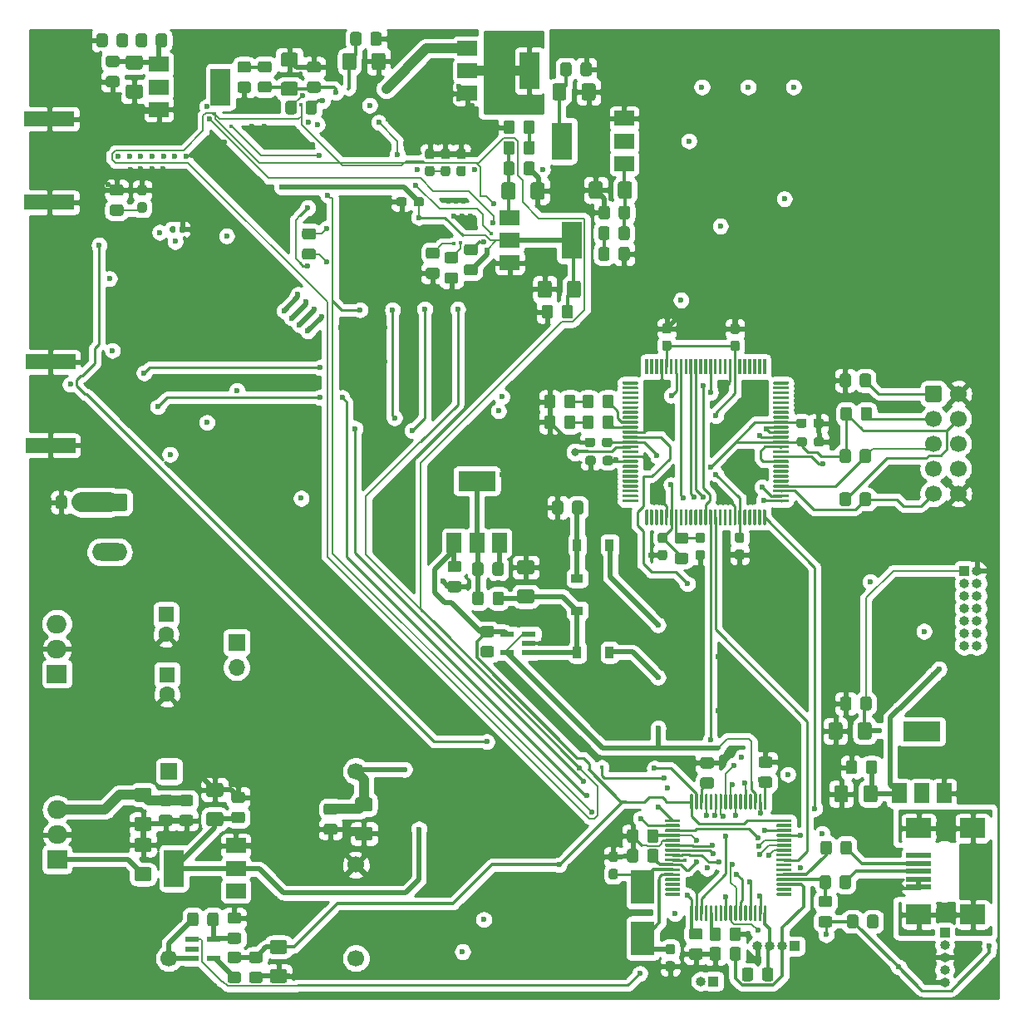
<source format=gbr>
%TF.GenerationSoftware,KiCad,Pcbnew,5.1.6-c6e7f7d~87~ubuntu20.04.1*%
%TF.CreationDate,2020-11-09T11:07:46+00:00*%
%TF.ProjectId,FrequencyCounter,46726571-7565-46e6-9379-436f756e7465,rev?*%
%TF.SameCoordinates,Original*%
%TF.FileFunction,Copper,L4,Bot*%
%TF.FilePolarity,Positive*%
%FSLAX46Y46*%
G04 Gerber Fmt 4.6, Leading zero omitted, Abs format (unit mm)*
G04 Created by KiCad (PCBNEW 5.1.6-c6e7f7d~87~ubuntu20.04.1) date 2020-11-09 11:07:46*
%MOMM*%
%LPD*%
G01*
G04 APERTURE LIST*
%TA.AperFunction,SMDPad,CuDef*%
%ADD10R,2.000000X3.800000*%
%TD*%
%TA.AperFunction,SMDPad,CuDef*%
%ADD11R,2.000000X1.500000*%
%TD*%
%TA.AperFunction,SMDPad,CuDef*%
%ADD12R,1.500000X2.000000*%
%TD*%
%TA.AperFunction,SMDPad,CuDef*%
%ADD13R,3.800000X2.000000*%
%TD*%
%TA.AperFunction,ComponentPad*%
%ADD14R,1.600000X1.600000*%
%TD*%
%TA.AperFunction,ComponentPad*%
%ADD15C,1.600000*%
%TD*%
%TA.AperFunction,SMDPad,CuDef*%
%ADD16R,0.900000X1.200000*%
%TD*%
%TA.AperFunction,SMDPad,CuDef*%
%ADD17R,1.200000X0.900000*%
%TD*%
%TA.AperFunction,SMDPad,CuDef*%
%ADD18R,5.080000X1.500000*%
%TD*%
%TA.AperFunction,ComponentPad*%
%ADD19C,1.700000*%
%TD*%
%TA.AperFunction,SMDPad,CuDef*%
%ADD20R,2.500000X2.000000*%
%TD*%
%TA.AperFunction,SMDPad,CuDef*%
%ADD21R,2.500000X0.500000*%
%TD*%
%TA.AperFunction,ComponentPad*%
%ADD22R,1.000000X1.000000*%
%TD*%
%TA.AperFunction,ComponentPad*%
%ADD23O,1.000000X1.000000*%
%TD*%
%TA.AperFunction,ComponentPad*%
%ADD24R,1.700000X1.700000*%
%TD*%
%TA.AperFunction,ComponentPad*%
%ADD25O,1.700000X1.700000*%
%TD*%
%TA.AperFunction,ComponentPad*%
%ADD26R,2.000000X1.905000*%
%TD*%
%TA.AperFunction,ComponentPad*%
%ADD27O,2.000000X1.905000*%
%TD*%
%TA.AperFunction,SMDPad,CuDef*%
%ADD28R,1.473200X0.558800*%
%TD*%
%TA.AperFunction,ComponentPad*%
%ADD29O,3.600000X1.800000*%
%TD*%
%TA.AperFunction,SMDPad,CuDef*%
%ADD30R,2.400000X3.500000*%
%TD*%
%TA.AperFunction,ViaPad*%
%ADD31C,0.600000*%
%TD*%
%TA.AperFunction,ViaPad*%
%ADD32C,0.450000*%
%TD*%
%TA.AperFunction,ViaPad*%
%ADD33C,0.800000*%
%TD*%
%TA.AperFunction,Conductor*%
%ADD34C,0.500000*%
%TD*%
%TA.AperFunction,Conductor*%
%ADD35C,0.300000*%
%TD*%
%TA.AperFunction,Conductor*%
%ADD36C,0.250000*%
%TD*%
%TA.AperFunction,Conductor*%
%ADD37C,0.200000*%
%TD*%
%TA.AperFunction,Conductor*%
%ADD38C,1.000000*%
%TD*%
%TA.AperFunction,Conductor*%
%ADD39C,2.000000*%
%TD*%
%TA.AperFunction,Conductor*%
%ADD40C,0.335589*%
%TD*%
%TA.AperFunction,Conductor*%
%ADD41C,0.254000*%
%TD*%
G04 APERTURE END LIST*
D10*
%TO.P,U28,2*%
%TO.N,/logdetector/5V_in*%
X88250000Y-25850000D03*
D11*
X81950000Y-25850000D03*
%TO.P,U28,3*%
%TO.N,Net-(C119-Pad1)*%
X81950000Y-23550000D03*
%TO.P,U28,1*%
%TO.N,GND*%
X81950000Y-28150000D03*
%TD*%
%TO.P,U20,1*%
%TO.N,Net-(U20-Pad1)*%
%TA.AperFunction,SMDPad,CuDef*%
G36*
G01*
X102060000Y-109810000D02*
X102060000Y-109660000D01*
G75*
G02*
X102135000Y-109585000I75000J0D01*
G01*
X103535000Y-109585000D01*
G75*
G02*
X103610000Y-109660000I0J-75000D01*
G01*
X103610000Y-109810000D01*
G75*
G02*
X103535000Y-109885000I-75000J0D01*
G01*
X102135000Y-109885000D01*
G75*
G02*
X102060000Y-109810000I0J75000D01*
G01*
G37*
%TD.AperFunction*%
%TO.P,U20,2*%
%TO.N,Net-(U20-Pad2)*%
%TA.AperFunction,SMDPad,CuDef*%
G36*
G01*
X102060000Y-109310000D02*
X102060000Y-109160000D01*
G75*
G02*
X102135000Y-109085000I75000J0D01*
G01*
X103535000Y-109085000D01*
G75*
G02*
X103610000Y-109160000I0J-75000D01*
G01*
X103610000Y-109310000D01*
G75*
G02*
X103535000Y-109385000I-75000J0D01*
G01*
X102135000Y-109385000D01*
G75*
G02*
X102060000Y-109310000I0J75000D01*
G01*
G37*
%TD.AperFunction*%
%TO.P,U20,3*%
%TO.N,Net-(U20-Pad3)*%
%TA.AperFunction,SMDPad,CuDef*%
G36*
G01*
X102060000Y-108810000D02*
X102060000Y-108660000D01*
G75*
G02*
X102135000Y-108585000I75000J0D01*
G01*
X103535000Y-108585000D01*
G75*
G02*
X103610000Y-108660000I0J-75000D01*
G01*
X103610000Y-108810000D01*
G75*
G02*
X103535000Y-108885000I-75000J0D01*
G01*
X102135000Y-108885000D01*
G75*
G02*
X102060000Y-108810000I0J75000D01*
G01*
G37*
%TD.AperFunction*%
%TO.P,U20,4*%
%TO.N,Net-(U20-Pad4)*%
%TA.AperFunction,SMDPad,CuDef*%
G36*
G01*
X102060000Y-108310000D02*
X102060000Y-108160000D01*
G75*
G02*
X102135000Y-108085000I75000J0D01*
G01*
X103535000Y-108085000D01*
G75*
G02*
X103610000Y-108160000I0J-75000D01*
G01*
X103610000Y-108310000D01*
G75*
G02*
X103535000Y-108385000I-75000J0D01*
G01*
X102135000Y-108385000D01*
G75*
G02*
X102060000Y-108310000I0J75000D01*
G01*
G37*
%TD.AperFunction*%
%TO.P,U20,5*%
%TO.N,Net-(C96-Pad1)*%
%TA.AperFunction,SMDPad,CuDef*%
G36*
G01*
X102060000Y-107810000D02*
X102060000Y-107660000D01*
G75*
G02*
X102135000Y-107585000I75000J0D01*
G01*
X103535000Y-107585000D01*
G75*
G02*
X103610000Y-107660000I0J-75000D01*
G01*
X103610000Y-107810000D01*
G75*
G02*
X103535000Y-107885000I-75000J0D01*
G01*
X102135000Y-107885000D01*
G75*
G02*
X102060000Y-107810000I0J75000D01*
G01*
G37*
%TD.AperFunction*%
%TO.P,U20,6*%
%TO.N,Net-(C97-Pad1)*%
%TA.AperFunction,SMDPad,CuDef*%
G36*
G01*
X102060000Y-107310000D02*
X102060000Y-107160000D01*
G75*
G02*
X102135000Y-107085000I75000J0D01*
G01*
X103535000Y-107085000D01*
G75*
G02*
X103610000Y-107160000I0J-75000D01*
G01*
X103610000Y-107310000D01*
G75*
G02*
X103535000Y-107385000I-75000J0D01*
G01*
X102135000Y-107385000D01*
G75*
G02*
X102060000Y-107310000I0J75000D01*
G01*
G37*
%TD.AperFunction*%
%TO.P,U20,7*%
%TO.N,Net-(C98-Pad2)*%
%TA.AperFunction,SMDPad,CuDef*%
G36*
G01*
X102060000Y-106810000D02*
X102060000Y-106660000D01*
G75*
G02*
X102135000Y-106585000I75000J0D01*
G01*
X103535000Y-106585000D01*
G75*
G02*
X103610000Y-106660000I0J-75000D01*
G01*
X103610000Y-106810000D01*
G75*
G02*
X103535000Y-106885000I-75000J0D01*
G01*
X102135000Y-106885000D01*
G75*
G02*
X102060000Y-106810000I0J75000D01*
G01*
G37*
%TD.AperFunction*%
%TO.P,U20,8*%
%TO.N,/processor/TIM5_ETR*%
%TA.AperFunction,SMDPad,CuDef*%
G36*
G01*
X102060000Y-106310000D02*
X102060000Y-106160000D01*
G75*
G02*
X102135000Y-106085000I75000J0D01*
G01*
X103535000Y-106085000D01*
G75*
G02*
X103610000Y-106160000I0J-75000D01*
G01*
X103610000Y-106310000D01*
G75*
G02*
X103535000Y-106385000I-75000J0D01*
G01*
X102135000Y-106385000D01*
G75*
G02*
X102060000Y-106310000I0J75000D01*
G01*
G37*
%TD.AperFunction*%
%TO.P,U20,9*%
%TO.N,/processor/TIM5_CH2*%
%TA.AperFunction,SMDPad,CuDef*%
G36*
G01*
X102060000Y-105810000D02*
X102060000Y-105660000D01*
G75*
G02*
X102135000Y-105585000I75000J0D01*
G01*
X103535000Y-105585000D01*
G75*
G02*
X103610000Y-105660000I0J-75000D01*
G01*
X103610000Y-105810000D01*
G75*
G02*
X103535000Y-105885000I-75000J0D01*
G01*
X102135000Y-105885000D01*
G75*
G02*
X102060000Y-105810000I0J75000D01*
G01*
G37*
%TD.AperFunction*%
%TO.P,U20,10*%
%TO.N,/processor/SPI2_MISO*%
%TA.AperFunction,SMDPad,CuDef*%
G36*
G01*
X102060000Y-105310000D02*
X102060000Y-105160000D01*
G75*
G02*
X102135000Y-105085000I75000J0D01*
G01*
X103535000Y-105085000D01*
G75*
G02*
X103610000Y-105160000I0J-75000D01*
G01*
X103610000Y-105310000D01*
G75*
G02*
X103535000Y-105385000I-75000J0D01*
G01*
X102135000Y-105385000D01*
G75*
G02*
X102060000Y-105310000I0J75000D01*
G01*
G37*
%TD.AperFunction*%
%TO.P,U20,11*%
%TO.N,/processor/SPI2_MOSI*%
%TA.AperFunction,SMDPad,CuDef*%
G36*
G01*
X102060000Y-104810000D02*
X102060000Y-104660000D01*
G75*
G02*
X102135000Y-104585000I75000J0D01*
G01*
X103535000Y-104585000D01*
G75*
G02*
X103610000Y-104660000I0J-75000D01*
G01*
X103610000Y-104810000D01*
G75*
G02*
X103535000Y-104885000I-75000J0D01*
G01*
X102135000Y-104885000D01*
G75*
G02*
X102060000Y-104810000I0J75000D01*
G01*
G37*
%TD.AperFunction*%
%TO.P,U20,12*%
%TO.N,GND*%
%TA.AperFunction,SMDPad,CuDef*%
G36*
G01*
X102060000Y-104310000D02*
X102060000Y-104160000D01*
G75*
G02*
X102135000Y-104085000I75000J0D01*
G01*
X103535000Y-104085000D01*
G75*
G02*
X103610000Y-104160000I0J-75000D01*
G01*
X103610000Y-104310000D01*
G75*
G02*
X103535000Y-104385000I-75000J0D01*
G01*
X102135000Y-104385000D01*
G75*
G02*
X102060000Y-104310000I0J75000D01*
G01*
G37*
%TD.AperFunction*%
%TO.P,U20,13*%
%TO.N,+3V3_processor*%
%TA.AperFunction,SMDPad,CuDef*%
G36*
G01*
X102060000Y-103810000D02*
X102060000Y-103660000D01*
G75*
G02*
X102135000Y-103585000I75000J0D01*
G01*
X103535000Y-103585000D01*
G75*
G02*
X103610000Y-103660000I0J-75000D01*
G01*
X103610000Y-103810000D01*
G75*
G02*
X103535000Y-103885000I-75000J0D01*
G01*
X102135000Y-103885000D01*
G75*
G02*
X102060000Y-103810000I0J75000D01*
G01*
G37*
%TD.AperFunction*%
%TO.P,U20,14*%
%TO.N,/processor/TIM2_ETR*%
%TA.AperFunction,SMDPad,CuDef*%
G36*
G01*
X102060000Y-103310000D02*
X102060000Y-103160000D01*
G75*
G02*
X102135000Y-103085000I75000J0D01*
G01*
X103535000Y-103085000D01*
G75*
G02*
X103610000Y-103160000I0J-75000D01*
G01*
X103610000Y-103310000D01*
G75*
G02*
X103535000Y-103385000I-75000J0D01*
G01*
X102135000Y-103385000D01*
G75*
G02*
X102060000Y-103310000I0J75000D01*
G01*
G37*
%TD.AperFunction*%
%TO.P,U20,15*%
%TO.N,/attenuator/ATTEN_CLK*%
%TA.AperFunction,SMDPad,CuDef*%
G36*
G01*
X102060000Y-102810000D02*
X102060000Y-102660000D01*
G75*
G02*
X102135000Y-102585000I75000J0D01*
G01*
X103535000Y-102585000D01*
G75*
G02*
X103610000Y-102660000I0J-75000D01*
G01*
X103610000Y-102810000D01*
G75*
G02*
X103535000Y-102885000I-75000J0D01*
G01*
X102135000Y-102885000D01*
G75*
G02*
X102060000Y-102810000I0J75000D01*
G01*
G37*
%TD.AperFunction*%
%TO.P,U20,16*%
%TO.N,/attenuator/ATTEN2_SEROUT*%
%TA.AperFunction,SMDPad,CuDef*%
G36*
G01*
X102060000Y-102310000D02*
X102060000Y-102160000D01*
G75*
G02*
X102135000Y-102085000I75000J0D01*
G01*
X103535000Y-102085000D01*
G75*
G02*
X103610000Y-102160000I0J-75000D01*
G01*
X103610000Y-102310000D01*
G75*
G02*
X103535000Y-102385000I-75000J0D01*
G01*
X102135000Y-102385000D01*
G75*
G02*
X102060000Y-102310000I0J75000D01*
G01*
G37*
%TD.AperFunction*%
%TO.P,U20,17*%
%TO.N,/frequency_ref/3.3V_ref_in*%
%TA.AperFunction,SMDPad,CuDef*%
G36*
G01*
X104610000Y-101010000D02*
X104610000Y-99610000D01*
G75*
G02*
X104685000Y-99535000I75000J0D01*
G01*
X104835000Y-99535000D01*
G75*
G02*
X104910000Y-99610000I0J-75000D01*
G01*
X104910000Y-101010000D01*
G75*
G02*
X104835000Y-101085000I-75000J0D01*
G01*
X104685000Y-101085000D01*
G75*
G02*
X104610000Y-101010000I0J75000D01*
G01*
G37*
%TD.AperFunction*%
%TO.P,U20,18*%
%TO.N,/attenuator/ATTEN1_SERIN*%
%TA.AperFunction,SMDPad,CuDef*%
G36*
G01*
X105110000Y-101010000D02*
X105110000Y-99610000D01*
G75*
G02*
X105185000Y-99535000I75000J0D01*
G01*
X105335000Y-99535000D01*
G75*
G02*
X105410000Y-99610000I0J-75000D01*
G01*
X105410000Y-101010000D01*
G75*
G02*
X105335000Y-101085000I-75000J0D01*
G01*
X105185000Y-101085000D01*
G75*
G02*
X105110000Y-101010000I0J75000D01*
G01*
G37*
%TD.AperFunction*%
%TO.P,U20,19*%
%TO.N,+3V3_processor*%
%TA.AperFunction,SMDPad,CuDef*%
G36*
G01*
X105610000Y-101010000D02*
X105610000Y-99610000D01*
G75*
G02*
X105685000Y-99535000I75000J0D01*
G01*
X105835000Y-99535000D01*
G75*
G02*
X105910000Y-99610000I0J-75000D01*
G01*
X105910000Y-101010000D01*
G75*
G02*
X105835000Y-101085000I-75000J0D01*
G01*
X105685000Y-101085000D01*
G75*
G02*
X105610000Y-101010000I0J75000D01*
G01*
G37*
%TD.AperFunction*%
%TO.P,U20,20*%
%TO.N,/processor/DAC1*%
%TA.AperFunction,SMDPad,CuDef*%
G36*
G01*
X106110000Y-101010000D02*
X106110000Y-99610000D01*
G75*
G02*
X106185000Y-99535000I75000J0D01*
G01*
X106335000Y-99535000D01*
G75*
G02*
X106410000Y-99610000I0J-75000D01*
G01*
X106410000Y-101010000D01*
G75*
G02*
X106335000Y-101085000I-75000J0D01*
G01*
X106185000Y-101085000D01*
G75*
G02*
X106110000Y-101010000I0J75000D01*
G01*
G37*
%TD.AperFunction*%
%TO.P,U20,21*%
%TO.N,Net-(U20-Pad21)*%
%TA.AperFunction,SMDPad,CuDef*%
G36*
G01*
X106610000Y-101010000D02*
X106610000Y-99610000D01*
G75*
G02*
X106685000Y-99535000I75000J0D01*
G01*
X106835000Y-99535000D01*
G75*
G02*
X106910000Y-99610000I0J-75000D01*
G01*
X106910000Y-101010000D01*
G75*
G02*
X106835000Y-101085000I-75000J0D01*
G01*
X106685000Y-101085000D01*
G75*
G02*
X106610000Y-101010000I0J75000D01*
G01*
G37*
%TD.AperFunction*%
%TO.P,U20,22*%
%TO.N,/processor/DAC2_OUT1*%
%TA.AperFunction,SMDPad,CuDef*%
G36*
G01*
X107110000Y-101010000D02*
X107110000Y-99610000D01*
G75*
G02*
X107185000Y-99535000I75000J0D01*
G01*
X107335000Y-99535000D01*
G75*
G02*
X107410000Y-99610000I0J-75000D01*
G01*
X107410000Y-101010000D01*
G75*
G02*
X107335000Y-101085000I-75000J0D01*
G01*
X107185000Y-101085000D01*
G75*
G02*
X107110000Y-101010000I0J75000D01*
G01*
G37*
%TD.AperFunction*%
%TO.P,U20,23*%
%TO.N,Net-(U20-Pad23)*%
%TA.AperFunction,SMDPad,CuDef*%
G36*
G01*
X107610000Y-101010000D02*
X107610000Y-99610000D01*
G75*
G02*
X107685000Y-99535000I75000J0D01*
G01*
X107835000Y-99535000D01*
G75*
G02*
X107910000Y-99610000I0J-75000D01*
G01*
X107910000Y-101010000D01*
G75*
G02*
X107835000Y-101085000I-75000J0D01*
G01*
X107685000Y-101085000D01*
G75*
G02*
X107610000Y-101010000I0J75000D01*
G01*
G37*
%TD.AperFunction*%
%TO.P,U20,24*%
%TO.N,/processor/LCD_RESET*%
%TA.AperFunction,SMDPad,CuDef*%
G36*
G01*
X108110000Y-101010000D02*
X108110000Y-99610000D01*
G75*
G02*
X108185000Y-99535000I75000J0D01*
G01*
X108335000Y-99535000D01*
G75*
G02*
X108410000Y-99610000I0J-75000D01*
G01*
X108410000Y-101010000D01*
G75*
G02*
X108335000Y-101085000I-75000J0D01*
G01*
X108185000Y-101085000D01*
G75*
G02*
X108110000Y-101010000I0J75000D01*
G01*
G37*
%TD.AperFunction*%
%TO.P,U20,25*%
%TO.N,/processor/LCD_DC*%
%TA.AperFunction,SMDPad,CuDef*%
G36*
G01*
X108610000Y-101010000D02*
X108610000Y-99610000D01*
G75*
G02*
X108685000Y-99535000I75000J0D01*
G01*
X108835000Y-99535000D01*
G75*
G02*
X108910000Y-99610000I0J-75000D01*
G01*
X108910000Y-101010000D01*
G75*
G02*
X108835000Y-101085000I-75000J0D01*
G01*
X108685000Y-101085000D01*
G75*
G02*
X108610000Y-101010000I0J75000D01*
G01*
G37*
%TD.AperFunction*%
%TO.P,U20,26*%
%TO.N,/processor/TIM3_CH2*%
%TA.AperFunction,SMDPad,CuDef*%
G36*
G01*
X109110000Y-101010000D02*
X109110000Y-99610000D01*
G75*
G02*
X109185000Y-99535000I75000J0D01*
G01*
X109335000Y-99535000D01*
G75*
G02*
X109410000Y-99610000I0J-75000D01*
G01*
X109410000Y-101010000D01*
G75*
G02*
X109335000Y-101085000I-75000J0D01*
G01*
X109185000Y-101085000D01*
G75*
G02*
X109110000Y-101010000I0J75000D01*
G01*
G37*
%TD.AperFunction*%
%TO.P,U20,27*%
%TO.N,Net-(U20-Pad27)*%
%TA.AperFunction,SMDPad,CuDef*%
G36*
G01*
X109610000Y-101010000D02*
X109610000Y-99610000D01*
G75*
G02*
X109685000Y-99535000I75000J0D01*
G01*
X109835000Y-99535000D01*
G75*
G02*
X109910000Y-99610000I0J-75000D01*
G01*
X109910000Y-101010000D01*
G75*
G02*
X109835000Y-101085000I-75000J0D01*
G01*
X109685000Y-101085000D01*
G75*
G02*
X109610000Y-101010000I0J75000D01*
G01*
G37*
%TD.AperFunction*%
%TO.P,U20,28*%
%TO.N,/processor/ADC1*%
%TA.AperFunction,SMDPad,CuDef*%
G36*
G01*
X110110000Y-101010000D02*
X110110000Y-99610000D01*
G75*
G02*
X110185000Y-99535000I75000J0D01*
G01*
X110335000Y-99535000D01*
G75*
G02*
X110410000Y-99610000I0J-75000D01*
G01*
X110410000Y-101010000D01*
G75*
G02*
X110335000Y-101085000I-75000J0D01*
G01*
X110185000Y-101085000D01*
G75*
G02*
X110110000Y-101010000I0J75000D01*
G01*
G37*
%TD.AperFunction*%
%TO.P,U20,29*%
%TO.N,Net-(U20-Pad29)*%
%TA.AperFunction,SMDPad,CuDef*%
G36*
G01*
X110610000Y-101010000D02*
X110610000Y-99610000D01*
G75*
G02*
X110685000Y-99535000I75000J0D01*
G01*
X110835000Y-99535000D01*
G75*
G02*
X110910000Y-99610000I0J-75000D01*
G01*
X110910000Y-101010000D01*
G75*
G02*
X110835000Y-101085000I-75000J0D01*
G01*
X110685000Y-101085000D01*
G75*
G02*
X110610000Y-101010000I0J75000D01*
G01*
G37*
%TD.AperFunction*%
%TO.P,U20,30*%
%TO.N,/interpolator/int_out*%
%TA.AperFunction,SMDPad,CuDef*%
G36*
G01*
X111110000Y-101010000D02*
X111110000Y-99610000D01*
G75*
G02*
X111185000Y-99535000I75000J0D01*
G01*
X111335000Y-99535000D01*
G75*
G02*
X111410000Y-99610000I0J-75000D01*
G01*
X111410000Y-101010000D01*
G75*
G02*
X111335000Y-101085000I-75000J0D01*
G01*
X111185000Y-101085000D01*
G75*
G02*
X111110000Y-101010000I0J75000D01*
G01*
G37*
%TD.AperFunction*%
%TO.P,U20,31*%
%TO.N,GND*%
%TA.AperFunction,SMDPad,CuDef*%
G36*
G01*
X111610000Y-101010000D02*
X111610000Y-99610000D01*
G75*
G02*
X111685000Y-99535000I75000J0D01*
G01*
X111835000Y-99535000D01*
G75*
G02*
X111910000Y-99610000I0J-75000D01*
G01*
X111910000Y-101010000D01*
G75*
G02*
X111835000Y-101085000I-75000J0D01*
G01*
X111685000Y-101085000D01*
G75*
G02*
X111610000Y-101010000I0J75000D01*
G01*
G37*
%TD.AperFunction*%
%TO.P,U20,32*%
%TO.N,+3V3_processor*%
%TA.AperFunction,SMDPad,CuDef*%
G36*
G01*
X112110000Y-101010000D02*
X112110000Y-99610000D01*
G75*
G02*
X112185000Y-99535000I75000J0D01*
G01*
X112335000Y-99535000D01*
G75*
G02*
X112410000Y-99610000I0J-75000D01*
G01*
X112410000Y-101010000D01*
G75*
G02*
X112335000Y-101085000I-75000J0D01*
G01*
X112185000Y-101085000D01*
G75*
G02*
X112110000Y-101010000I0J75000D01*
G01*
G37*
%TD.AperFunction*%
%TO.P,U20,33*%
%TO.N,/frequency_ref/3.3V_ref_in*%
%TA.AperFunction,SMDPad,CuDef*%
G36*
G01*
X113410000Y-102310000D02*
X113410000Y-102160000D01*
G75*
G02*
X113485000Y-102085000I75000J0D01*
G01*
X114885000Y-102085000D01*
G75*
G02*
X114960000Y-102160000I0J-75000D01*
G01*
X114960000Y-102310000D01*
G75*
G02*
X114885000Y-102385000I-75000J0D01*
G01*
X113485000Y-102385000D01*
G75*
G02*
X113410000Y-102310000I0J75000D01*
G01*
G37*
%TD.AperFunction*%
%TO.P,U20,34*%
%TO.N,Net-(U20-Pad34)*%
%TA.AperFunction,SMDPad,CuDef*%
G36*
G01*
X113410000Y-102810000D02*
X113410000Y-102660000D01*
G75*
G02*
X113485000Y-102585000I75000J0D01*
G01*
X114885000Y-102585000D01*
G75*
G02*
X114960000Y-102660000I0J-75000D01*
G01*
X114960000Y-102810000D01*
G75*
G02*
X114885000Y-102885000I-75000J0D01*
G01*
X113485000Y-102885000D01*
G75*
G02*
X113410000Y-102810000I0J75000D01*
G01*
G37*
%TD.AperFunction*%
%TO.P,U20,35*%
%TO.N,/fpga/icp0*%
%TA.AperFunction,SMDPad,CuDef*%
G36*
G01*
X113410000Y-103310000D02*
X113410000Y-103160000D01*
G75*
G02*
X113485000Y-103085000I75000J0D01*
G01*
X114885000Y-103085000D01*
G75*
G02*
X114960000Y-103160000I0J-75000D01*
G01*
X114960000Y-103310000D01*
G75*
G02*
X114885000Y-103385000I-75000J0D01*
G01*
X113485000Y-103385000D01*
G75*
G02*
X113410000Y-103310000I0J75000D01*
G01*
G37*
%TD.AperFunction*%
%TO.P,U20,36*%
%TO.N,/processor/SPI2_CLK*%
%TA.AperFunction,SMDPad,CuDef*%
G36*
G01*
X113410000Y-103810000D02*
X113410000Y-103660000D01*
G75*
G02*
X113485000Y-103585000I75000J0D01*
G01*
X114885000Y-103585000D01*
G75*
G02*
X114960000Y-103660000I0J-75000D01*
G01*
X114960000Y-103810000D01*
G75*
G02*
X114885000Y-103885000I-75000J0D01*
G01*
X113485000Y-103885000D01*
G75*
G02*
X113410000Y-103810000I0J75000D01*
G01*
G37*
%TD.AperFunction*%
%TO.P,U20,37*%
%TO.N,/processor/SPI1_NSS*%
%TA.AperFunction,SMDPad,CuDef*%
G36*
G01*
X113410000Y-104310000D02*
X113410000Y-104160000D01*
G75*
G02*
X113485000Y-104085000I75000J0D01*
G01*
X114885000Y-104085000D01*
G75*
G02*
X114960000Y-104160000I0J-75000D01*
G01*
X114960000Y-104310000D01*
G75*
G02*
X114885000Y-104385000I-75000J0D01*
G01*
X113485000Y-104385000D01*
G75*
G02*
X113410000Y-104310000I0J75000D01*
G01*
G37*
%TD.AperFunction*%
%TO.P,U20,38*%
%TO.N,/processor/SPI1_CLK*%
%TA.AperFunction,SMDPad,CuDef*%
G36*
G01*
X113410000Y-104810000D02*
X113410000Y-104660000D01*
G75*
G02*
X113485000Y-104585000I75000J0D01*
G01*
X114885000Y-104585000D01*
G75*
G02*
X114960000Y-104660000I0J-75000D01*
G01*
X114960000Y-104810000D01*
G75*
G02*
X114885000Y-104885000I-75000J0D01*
G01*
X113485000Y-104885000D01*
G75*
G02*
X113410000Y-104810000I0J75000D01*
G01*
G37*
%TD.AperFunction*%
%TO.P,U20,39*%
%TO.N,/processor/SPI1_MISO*%
%TA.AperFunction,SMDPad,CuDef*%
G36*
G01*
X113410000Y-105310000D02*
X113410000Y-105160000D01*
G75*
G02*
X113485000Y-105085000I75000J0D01*
G01*
X114885000Y-105085000D01*
G75*
G02*
X114960000Y-105160000I0J-75000D01*
G01*
X114960000Y-105310000D01*
G75*
G02*
X114885000Y-105385000I-75000J0D01*
G01*
X113485000Y-105385000D01*
G75*
G02*
X113410000Y-105310000I0J75000D01*
G01*
G37*
%TD.AperFunction*%
%TO.P,U20,40*%
%TO.N,Net-(U20-Pad40)*%
%TA.AperFunction,SMDPad,CuDef*%
G36*
G01*
X113410000Y-105810000D02*
X113410000Y-105660000D01*
G75*
G02*
X113485000Y-105585000I75000J0D01*
G01*
X114885000Y-105585000D01*
G75*
G02*
X114960000Y-105660000I0J-75000D01*
G01*
X114960000Y-105810000D01*
G75*
G02*
X114885000Y-105885000I-75000J0D01*
G01*
X113485000Y-105885000D01*
G75*
G02*
X113410000Y-105810000I0J75000D01*
G01*
G37*
%TD.AperFunction*%
%TO.P,U20,41*%
%TO.N,/processor/CLK_OUT*%
%TA.AperFunction,SMDPad,CuDef*%
G36*
G01*
X113410000Y-106310000D02*
X113410000Y-106160000D01*
G75*
G02*
X113485000Y-106085000I75000J0D01*
G01*
X114885000Y-106085000D01*
G75*
G02*
X114960000Y-106160000I0J-75000D01*
G01*
X114960000Y-106310000D01*
G75*
G02*
X114885000Y-106385000I-75000J0D01*
G01*
X113485000Y-106385000D01*
G75*
G02*
X113410000Y-106310000I0J75000D01*
G01*
G37*
%TD.AperFunction*%
%TO.P,U20,42*%
%TO.N,Net-(U20-Pad42)*%
%TA.AperFunction,SMDPad,CuDef*%
G36*
G01*
X113410000Y-106810000D02*
X113410000Y-106660000D01*
G75*
G02*
X113485000Y-106585000I75000J0D01*
G01*
X114885000Y-106585000D01*
G75*
G02*
X114960000Y-106660000I0J-75000D01*
G01*
X114960000Y-106810000D01*
G75*
G02*
X114885000Y-106885000I-75000J0D01*
G01*
X113485000Y-106885000D01*
G75*
G02*
X113410000Y-106810000I0J75000D01*
G01*
G37*
%TD.AperFunction*%
%TO.P,U20,43*%
%TO.N,Net-(U20-Pad43)*%
%TA.AperFunction,SMDPad,CuDef*%
G36*
G01*
X113410000Y-107310000D02*
X113410000Y-107160000D01*
G75*
G02*
X113485000Y-107085000I75000J0D01*
G01*
X114885000Y-107085000D01*
G75*
G02*
X114960000Y-107160000I0J-75000D01*
G01*
X114960000Y-107310000D01*
G75*
G02*
X114885000Y-107385000I-75000J0D01*
G01*
X113485000Y-107385000D01*
G75*
G02*
X113410000Y-107310000I0J75000D01*
G01*
G37*
%TD.AperFunction*%
%TO.P,U20,44*%
%TO.N,/processor/USB_DM*%
%TA.AperFunction,SMDPad,CuDef*%
G36*
G01*
X113410000Y-107810000D02*
X113410000Y-107660000D01*
G75*
G02*
X113485000Y-107585000I75000J0D01*
G01*
X114885000Y-107585000D01*
G75*
G02*
X114960000Y-107660000I0J-75000D01*
G01*
X114960000Y-107810000D01*
G75*
G02*
X114885000Y-107885000I-75000J0D01*
G01*
X113485000Y-107885000D01*
G75*
G02*
X113410000Y-107810000I0J75000D01*
G01*
G37*
%TD.AperFunction*%
%TO.P,U20,45*%
%TO.N,/processor/USB_DP*%
%TA.AperFunction,SMDPad,CuDef*%
G36*
G01*
X113410000Y-108310000D02*
X113410000Y-108160000D01*
G75*
G02*
X113485000Y-108085000I75000J0D01*
G01*
X114885000Y-108085000D01*
G75*
G02*
X114960000Y-108160000I0J-75000D01*
G01*
X114960000Y-108310000D01*
G75*
G02*
X114885000Y-108385000I-75000J0D01*
G01*
X113485000Y-108385000D01*
G75*
G02*
X113410000Y-108310000I0J75000D01*
G01*
G37*
%TD.AperFunction*%
%TO.P,U20,46*%
%TO.N,/processor/SWD_IO*%
%TA.AperFunction,SMDPad,CuDef*%
G36*
G01*
X113410000Y-108810000D02*
X113410000Y-108660000D01*
G75*
G02*
X113485000Y-108585000I75000J0D01*
G01*
X114885000Y-108585000D01*
G75*
G02*
X114960000Y-108660000I0J-75000D01*
G01*
X114960000Y-108810000D01*
G75*
G02*
X114885000Y-108885000I-75000J0D01*
G01*
X113485000Y-108885000D01*
G75*
G02*
X113410000Y-108810000I0J75000D01*
G01*
G37*
%TD.AperFunction*%
%TO.P,U20,47*%
%TO.N,Net-(U20-Pad47)*%
%TA.AperFunction,SMDPad,CuDef*%
G36*
G01*
X113410000Y-109310000D02*
X113410000Y-109160000D01*
G75*
G02*
X113485000Y-109085000I75000J0D01*
G01*
X114885000Y-109085000D01*
G75*
G02*
X114960000Y-109160000I0J-75000D01*
G01*
X114960000Y-109310000D01*
G75*
G02*
X114885000Y-109385000I-75000J0D01*
G01*
X113485000Y-109385000D01*
G75*
G02*
X113410000Y-109310000I0J75000D01*
G01*
G37*
%TD.AperFunction*%
%TO.P,U20,48*%
%TO.N,Net-(U20-Pad48)*%
%TA.AperFunction,SMDPad,CuDef*%
G36*
G01*
X113410000Y-109810000D02*
X113410000Y-109660000D01*
G75*
G02*
X113485000Y-109585000I75000J0D01*
G01*
X114885000Y-109585000D01*
G75*
G02*
X114960000Y-109660000I0J-75000D01*
G01*
X114960000Y-109810000D01*
G75*
G02*
X114885000Y-109885000I-75000J0D01*
G01*
X113485000Y-109885000D01*
G75*
G02*
X113410000Y-109810000I0J75000D01*
G01*
G37*
%TD.AperFunction*%
%TO.P,U20,49*%
%TO.N,/processor/SWD_CLK*%
%TA.AperFunction,SMDPad,CuDef*%
G36*
G01*
X112110000Y-112360000D02*
X112110000Y-110960000D01*
G75*
G02*
X112185000Y-110885000I75000J0D01*
G01*
X112335000Y-110885000D01*
G75*
G02*
X112410000Y-110960000I0J-75000D01*
G01*
X112410000Y-112360000D01*
G75*
G02*
X112335000Y-112435000I-75000J0D01*
G01*
X112185000Y-112435000D01*
G75*
G02*
X112110000Y-112360000I0J75000D01*
G01*
G37*
%TD.AperFunction*%
%TO.P,U20,50*%
%TO.N,/attenuator/ATTEN_LE*%
%TA.AperFunction,SMDPad,CuDef*%
G36*
G01*
X111610000Y-112360000D02*
X111610000Y-110960000D01*
G75*
G02*
X111685000Y-110885000I75000J0D01*
G01*
X111835000Y-110885000D01*
G75*
G02*
X111910000Y-110960000I0J-75000D01*
G01*
X111910000Y-112360000D01*
G75*
G02*
X111835000Y-112435000I-75000J0D01*
G01*
X111685000Y-112435000D01*
G75*
G02*
X111610000Y-112360000I0J75000D01*
G01*
G37*
%TD.AperFunction*%
%TO.P,U20,51*%
%TO.N,Net-(U20-Pad51)*%
%TA.AperFunction,SMDPad,CuDef*%
G36*
G01*
X111110000Y-112360000D02*
X111110000Y-110960000D01*
G75*
G02*
X111185000Y-110885000I75000J0D01*
G01*
X111335000Y-110885000D01*
G75*
G02*
X111410000Y-110960000I0J-75000D01*
G01*
X111410000Y-112360000D01*
G75*
G02*
X111335000Y-112435000I-75000J0D01*
G01*
X111185000Y-112435000D01*
G75*
G02*
X111110000Y-112360000I0J75000D01*
G01*
G37*
%TD.AperFunction*%
%TO.P,U20,52*%
%TO.N,/ref_input_output/ctr_1*%
%TA.AperFunction,SMDPad,CuDef*%
G36*
G01*
X110610000Y-112360000D02*
X110610000Y-110960000D01*
G75*
G02*
X110685000Y-110885000I75000J0D01*
G01*
X110835000Y-110885000D01*
G75*
G02*
X110910000Y-110960000I0J-75000D01*
G01*
X110910000Y-112360000D01*
G75*
G02*
X110835000Y-112435000I-75000J0D01*
G01*
X110685000Y-112435000D01*
G75*
G02*
X110610000Y-112360000I0J75000D01*
G01*
G37*
%TD.AperFunction*%
%TO.P,U20,53*%
%TO.N,Net-(U20-Pad53)*%
%TA.AperFunction,SMDPad,CuDef*%
G36*
G01*
X110110000Y-112360000D02*
X110110000Y-110960000D01*
G75*
G02*
X110185000Y-110885000I75000J0D01*
G01*
X110335000Y-110885000D01*
G75*
G02*
X110410000Y-110960000I0J-75000D01*
G01*
X110410000Y-112360000D01*
G75*
G02*
X110335000Y-112435000I-75000J0D01*
G01*
X110185000Y-112435000D01*
G75*
G02*
X110110000Y-112360000I0J75000D01*
G01*
G37*
%TD.AperFunction*%
%TO.P,U20,54*%
%TO.N,/ref_input_output/ctr_0*%
%TA.AperFunction,SMDPad,CuDef*%
G36*
G01*
X109610000Y-112360000D02*
X109610000Y-110960000D01*
G75*
G02*
X109685000Y-110885000I75000J0D01*
G01*
X109835000Y-110885000D01*
G75*
G02*
X109910000Y-110960000I0J-75000D01*
G01*
X109910000Y-112360000D01*
G75*
G02*
X109835000Y-112435000I-75000J0D01*
G01*
X109685000Y-112435000D01*
G75*
G02*
X109610000Y-112360000I0J75000D01*
G01*
G37*
%TD.AperFunction*%
%TO.P,U20,55*%
%TO.N,/divider/SENB*%
%TA.AperFunction,SMDPad,CuDef*%
G36*
G01*
X109110000Y-112360000D02*
X109110000Y-110960000D01*
G75*
G02*
X109185000Y-110885000I75000J0D01*
G01*
X109335000Y-110885000D01*
G75*
G02*
X109410000Y-110960000I0J-75000D01*
G01*
X109410000Y-112360000D01*
G75*
G02*
X109335000Y-112435000I-75000J0D01*
G01*
X109185000Y-112435000D01*
G75*
G02*
X109110000Y-112360000I0J75000D01*
G01*
G37*
%TD.AperFunction*%
%TO.P,U20,56*%
%TO.N,/processor/TIM3_CH1*%
%TA.AperFunction,SMDPad,CuDef*%
G36*
G01*
X108610000Y-112360000D02*
X108610000Y-110960000D01*
G75*
G02*
X108685000Y-110885000I75000J0D01*
G01*
X108835000Y-110885000D01*
G75*
G02*
X108910000Y-110960000I0J-75000D01*
G01*
X108910000Y-112360000D01*
G75*
G02*
X108835000Y-112435000I-75000J0D01*
G01*
X108685000Y-112435000D01*
G75*
G02*
X108610000Y-112360000I0J75000D01*
G01*
G37*
%TD.AperFunction*%
%TO.P,U20,57*%
%TO.N,/processor/MODESHIFT*%
%TA.AperFunction,SMDPad,CuDef*%
G36*
G01*
X108110000Y-112360000D02*
X108110000Y-110960000D01*
G75*
G02*
X108185000Y-110885000I75000J0D01*
G01*
X108335000Y-110885000D01*
G75*
G02*
X108410000Y-110960000I0J-75000D01*
G01*
X108410000Y-112360000D01*
G75*
G02*
X108335000Y-112435000I-75000J0D01*
G01*
X108185000Y-112435000D01*
G75*
G02*
X108110000Y-112360000I0J75000D01*
G01*
G37*
%TD.AperFunction*%
%TO.P,U20,58*%
%TO.N,Net-(U20-Pad58)*%
%TA.AperFunction,SMDPad,CuDef*%
G36*
G01*
X107610000Y-112360000D02*
X107610000Y-110960000D01*
G75*
G02*
X107685000Y-110885000I75000J0D01*
G01*
X107835000Y-110885000D01*
G75*
G02*
X107910000Y-110960000I0J-75000D01*
G01*
X107910000Y-112360000D01*
G75*
G02*
X107835000Y-112435000I-75000J0D01*
G01*
X107685000Y-112435000D01*
G75*
G02*
X107610000Y-112360000I0J75000D01*
G01*
G37*
%TD.AperFunction*%
%TO.P,U20,59*%
%TO.N,Net-(U20-Pad59)*%
%TA.AperFunction,SMDPad,CuDef*%
G36*
G01*
X107110000Y-112360000D02*
X107110000Y-110960000D01*
G75*
G02*
X107185000Y-110885000I75000J0D01*
G01*
X107335000Y-110885000D01*
G75*
G02*
X107410000Y-110960000I0J-75000D01*
G01*
X107410000Y-112360000D01*
G75*
G02*
X107335000Y-112435000I-75000J0D01*
G01*
X107185000Y-112435000D01*
G75*
G02*
X107110000Y-112360000I0J75000D01*
G01*
G37*
%TD.AperFunction*%
%TO.P,U20,60*%
%TO.N,Net-(JP1-Pad2)*%
%TA.AperFunction,SMDPad,CuDef*%
G36*
G01*
X106610000Y-112360000D02*
X106610000Y-110960000D01*
G75*
G02*
X106685000Y-110885000I75000J0D01*
G01*
X106835000Y-110885000D01*
G75*
G02*
X106910000Y-110960000I0J-75000D01*
G01*
X106910000Y-112360000D01*
G75*
G02*
X106835000Y-112435000I-75000J0D01*
G01*
X106685000Y-112435000D01*
G75*
G02*
X106610000Y-112360000I0J75000D01*
G01*
G37*
%TD.AperFunction*%
%TO.P,U20,61*%
%TO.N,Net-(U20-Pad61)*%
%TA.AperFunction,SMDPad,CuDef*%
G36*
G01*
X106110000Y-112360000D02*
X106110000Y-110960000D01*
G75*
G02*
X106185000Y-110885000I75000J0D01*
G01*
X106335000Y-110885000D01*
G75*
G02*
X106410000Y-110960000I0J-75000D01*
G01*
X106410000Y-112360000D01*
G75*
G02*
X106335000Y-112435000I-75000J0D01*
G01*
X106185000Y-112435000D01*
G75*
G02*
X106110000Y-112360000I0J75000D01*
G01*
G37*
%TD.AperFunction*%
%TO.P,U20,62*%
%TO.N,/processor/SPI2_NSS*%
%TA.AperFunction,SMDPad,CuDef*%
G36*
G01*
X105610000Y-112360000D02*
X105610000Y-110960000D01*
G75*
G02*
X105685000Y-110885000I75000J0D01*
G01*
X105835000Y-110885000D01*
G75*
G02*
X105910000Y-110960000I0J-75000D01*
G01*
X105910000Y-112360000D01*
G75*
G02*
X105835000Y-112435000I-75000J0D01*
G01*
X105685000Y-112435000D01*
G75*
G02*
X105610000Y-112360000I0J75000D01*
G01*
G37*
%TD.AperFunction*%
%TO.P,U20,63*%
%TO.N,GND*%
%TA.AperFunction,SMDPad,CuDef*%
G36*
G01*
X105110000Y-112360000D02*
X105110000Y-110960000D01*
G75*
G02*
X105185000Y-110885000I75000J0D01*
G01*
X105335000Y-110885000D01*
G75*
G02*
X105410000Y-110960000I0J-75000D01*
G01*
X105410000Y-112360000D01*
G75*
G02*
X105335000Y-112435000I-75000J0D01*
G01*
X105185000Y-112435000D01*
G75*
G02*
X105110000Y-112360000I0J75000D01*
G01*
G37*
%TD.AperFunction*%
%TO.P,U20,64*%
%TO.N,+3V3_processor*%
%TA.AperFunction,SMDPad,CuDef*%
G36*
G01*
X104610000Y-112360000D02*
X104610000Y-110960000D01*
G75*
G02*
X104685000Y-110885000I75000J0D01*
G01*
X104835000Y-110885000D01*
G75*
G02*
X104910000Y-110960000I0J-75000D01*
G01*
X104910000Y-112360000D01*
G75*
G02*
X104835000Y-112435000I-75000J0D01*
G01*
X104685000Y-112435000D01*
G75*
G02*
X104610000Y-112360000I0J75000D01*
G01*
G37*
%TD.AperFunction*%
%TD*%
%TO.P,C80,2*%
%TO.N,GND*%
%TA.AperFunction,SMDPad,CuDef*%
G36*
G01*
X47375000Y-27262500D02*
X48625000Y-27262500D01*
G75*
G02*
X48875000Y-27512500I0J-250000D01*
G01*
X48875000Y-28437500D01*
G75*
G02*
X48625000Y-28687500I-250000J0D01*
G01*
X47375000Y-28687500D01*
G75*
G02*
X47125000Y-28437500I0J250000D01*
G01*
X47125000Y-27512500D01*
G75*
G02*
X47375000Y-27262500I250000J0D01*
G01*
G37*
%TD.AperFunction*%
%TO.P,C80,1*%
%TO.N,Net-(C78-Pad1)*%
%TA.AperFunction,SMDPad,CuDef*%
G36*
G01*
X47375000Y-24287500D02*
X48625000Y-24287500D01*
G75*
G02*
X48875000Y-24537500I0J-250000D01*
G01*
X48875000Y-25462500D01*
G75*
G02*
X48625000Y-25712500I-250000J0D01*
G01*
X47375000Y-25712500D01*
G75*
G02*
X47125000Y-25462500I0J250000D01*
G01*
X47125000Y-24537500D01*
G75*
G02*
X47375000Y-24287500I250000J0D01*
G01*
G37*
%TD.AperFunction*%
%TD*%
D12*
%TO.P,U21,1*%
%TO.N,GND*%
X130500000Y-99450000D03*
%TO.P,U21,3*%
%TO.N,/VCC*%
X125900000Y-99450000D03*
%TO.P,U21,2*%
%TO.N,+3V3_processor*%
X128200000Y-99450000D03*
D13*
X128200000Y-93150000D03*
%TD*%
%TO.P,C58,2*%
%TO.N,GND*%
%TA.AperFunction,SMDPad,CuDef*%
G36*
G01*
X105412500Y-74650000D02*
X105887500Y-74650000D01*
G75*
G02*
X106125000Y-74887500I0J-237500D01*
G01*
X106125000Y-75462500D01*
G75*
G02*
X105887500Y-75700000I-237500J0D01*
G01*
X105412500Y-75700000D01*
G75*
G02*
X105175000Y-75462500I0J237500D01*
G01*
X105175000Y-74887500D01*
G75*
G02*
X105412500Y-74650000I237500J0D01*
G01*
G37*
%TD.AperFunction*%
%TO.P,C58,1*%
%TO.N,Net-(C58-Pad1)*%
%TA.AperFunction,SMDPad,CuDef*%
G36*
G01*
X105412500Y-72900000D02*
X105887500Y-72900000D01*
G75*
G02*
X106125000Y-73137500I0J-237500D01*
G01*
X106125000Y-73712500D01*
G75*
G02*
X105887500Y-73950000I-237500J0D01*
G01*
X105412500Y-73950000D01*
G75*
G02*
X105175000Y-73712500I0J237500D01*
G01*
X105175000Y-73137500D01*
G75*
G02*
X105412500Y-72900000I237500J0D01*
G01*
G37*
%TD.AperFunction*%
%TD*%
%TO.P,C57,2*%
%TO.N,GND*%
%TA.AperFunction,SMDPad,CuDef*%
G36*
G01*
X102487500Y-52625000D02*
X102012500Y-52625000D01*
G75*
G02*
X101775000Y-52387500I0J237500D01*
G01*
X101775000Y-51812500D01*
G75*
G02*
X102012500Y-51575000I237500J0D01*
G01*
X102487500Y-51575000D01*
G75*
G02*
X102725000Y-51812500I0J-237500D01*
G01*
X102725000Y-52387500D01*
G75*
G02*
X102487500Y-52625000I-237500J0D01*
G01*
G37*
%TD.AperFunction*%
%TO.P,C57,1*%
%TO.N,/fpga/3.3V*%
%TA.AperFunction,SMDPad,CuDef*%
G36*
G01*
X102487500Y-54375000D02*
X102012500Y-54375000D01*
G75*
G02*
X101775000Y-54137500I0J237500D01*
G01*
X101775000Y-53562500D01*
G75*
G02*
X102012500Y-53325000I237500J0D01*
G01*
X102487500Y-53325000D01*
G75*
G02*
X102725000Y-53562500I0J-237500D01*
G01*
X102725000Y-54137500D01*
G75*
G02*
X102487500Y-54375000I-237500J0D01*
G01*
G37*
%TD.AperFunction*%
%TD*%
%TO.P,C56,2*%
%TO.N,GND*%
%TA.AperFunction,SMDPad,CuDef*%
G36*
G01*
X95000000Y-65312500D02*
X95000000Y-65787500D01*
G75*
G02*
X94762500Y-66025000I-237500J0D01*
G01*
X94187500Y-66025000D01*
G75*
G02*
X93950000Y-65787500I0J237500D01*
G01*
X93950000Y-65312500D01*
G75*
G02*
X94187500Y-65075000I237500J0D01*
G01*
X94762500Y-65075000D01*
G75*
G02*
X95000000Y-65312500I0J-237500D01*
G01*
G37*
%TD.AperFunction*%
%TO.P,C56,1*%
%TO.N,/fpga/3.3V*%
%TA.AperFunction,SMDPad,CuDef*%
G36*
G01*
X96750000Y-65312500D02*
X96750000Y-65787500D01*
G75*
G02*
X96512500Y-66025000I-237500J0D01*
G01*
X95937500Y-66025000D01*
G75*
G02*
X95700000Y-65787500I0J237500D01*
G01*
X95700000Y-65312500D01*
G75*
G02*
X95937500Y-65075000I237500J0D01*
G01*
X96512500Y-65075000D01*
G75*
G02*
X96750000Y-65312500I0J-237500D01*
G01*
G37*
%TD.AperFunction*%
%TD*%
%TO.P,C55,2*%
%TO.N,GND*%
%TA.AperFunction,SMDPad,CuDef*%
G36*
G01*
X101562500Y-74650000D02*
X102037500Y-74650000D01*
G75*
G02*
X102275000Y-74887500I0J-237500D01*
G01*
X102275000Y-75462500D01*
G75*
G02*
X102037500Y-75700000I-237500J0D01*
G01*
X101562500Y-75700000D01*
G75*
G02*
X101325000Y-75462500I0J237500D01*
G01*
X101325000Y-74887500D01*
G75*
G02*
X101562500Y-74650000I237500J0D01*
G01*
G37*
%TD.AperFunction*%
%TO.P,C55,1*%
%TO.N,/fpga/3.3V*%
%TA.AperFunction,SMDPad,CuDef*%
G36*
G01*
X101562500Y-72900000D02*
X102037500Y-72900000D01*
G75*
G02*
X102275000Y-73137500I0J-237500D01*
G01*
X102275000Y-73712500D01*
G75*
G02*
X102037500Y-73950000I-237500J0D01*
G01*
X101562500Y-73950000D01*
G75*
G02*
X101325000Y-73712500I0J237500D01*
G01*
X101325000Y-73137500D01*
G75*
G02*
X101562500Y-72900000I237500J0D01*
G01*
G37*
%TD.AperFunction*%
%TD*%
%TO.P,C54,2*%
%TO.N,GND*%
%TA.AperFunction,SMDPad,CuDef*%
G36*
G01*
X109412500Y-74625000D02*
X109887500Y-74625000D01*
G75*
G02*
X110125000Y-74862500I0J-237500D01*
G01*
X110125000Y-75437500D01*
G75*
G02*
X109887500Y-75675000I-237500J0D01*
G01*
X109412500Y-75675000D01*
G75*
G02*
X109175000Y-75437500I0J237500D01*
G01*
X109175000Y-74862500D01*
G75*
G02*
X109412500Y-74625000I237500J0D01*
G01*
G37*
%TD.AperFunction*%
%TO.P,C54,1*%
%TO.N,/fpga/3.3V*%
%TA.AperFunction,SMDPad,CuDef*%
G36*
G01*
X109412500Y-72875000D02*
X109887500Y-72875000D01*
G75*
G02*
X110125000Y-73112500I0J-237500D01*
G01*
X110125000Y-73687500D01*
G75*
G02*
X109887500Y-73925000I-237500J0D01*
G01*
X109412500Y-73925000D01*
G75*
G02*
X109175000Y-73687500I0J237500D01*
G01*
X109175000Y-73112500D01*
G75*
G02*
X109412500Y-72875000I237500J0D01*
G01*
G37*
%TD.AperFunction*%
%TD*%
%TO.P,C53,2*%
%TO.N,GND*%
%TA.AperFunction,SMDPad,CuDef*%
G36*
G01*
X109437500Y-52650000D02*
X108962500Y-52650000D01*
G75*
G02*
X108725000Y-52412500I0J237500D01*
G01*
X108725000Y-51837500D01*
G75*
G02*
X108962500Y-51600000I237500J0D01*
G01*
X109437500Y-51600000D01*
G75*
G02*
X109675000Y-51837500I0J-237500D01*
G01*
X109675000Y-52412500D01*
G75*
G02*
X109437500Y-52650000I-237500J0D01*
G01*
G37*
%TD.AperFunction*%
%TO.P,C53,1*%
%TO.N,/fpga/3.3V*%
%TA.AperFunction,SMDPad,CuDef*%
G36*
G01*
X109437500Y-54400000D02*
X108962500Y-54400000D01*
G75*
G02*
X108725000Y-54162500I0J237500D01*
G01*
X108725000Y-53587500D01*
G75*
G02*
X108962500Y-53350000I237500J0D01*
G01*
X109437500Y-53350000D01*
G75*
G02*
X109675000Y-53587500I0J-237500D01*
G01*
X109675000Y-54162500D01*
G75*
G02*
X109437500Y-54400000I-237500J0D01*
G01*
G37*
%TD.AperFunction*%
%TD*%
%TO.P,C52,2*%
%TO.N,GND*%
%TA.AperFunction,SMDPad,CuDef*%
G36*
G01*
X117225000Y-63887500D02*
X117225000Y-63412500D01*
G75*
G02*
X117462500Y-63175000I237500J0D01*
G01*
X118037500Y-63175000D01*
G75*
G02*
X118275000Y-63412500I0J-237500D01*
G01*
X118275000Y-63887500D01*
G75*
G02*
X118037500Y-64125000I-237500J0D01*
G01*
X117462500Y-64125000D01*
G75*
G02*
X117225000Y-63887500I0J237500D01*
G01*
G37*
%TD.AperFunction*%
%TO.P,C52,1*%
%TO.N,/fpga/3.3V*%
%TA.AperFunction,SMDPad,CuDef*%
G36*
G01*
X115475000Y-63887500D02*
X115475000Y-63412500D01*
G75*
G02*
X115712500Y-63175000I237500J0D01*
G01*
X116287500Y-63175000D01*
G75*
G02*
X116525000Y-63412500I0J-237500D01*
G01*
X116525000Y-63887500D01*
G75*
G02*
X116287500Y-64125000I-237500J0D01*
G01*
X115712500Y-64125000D01*
G75*
G02*
X115475000Y-63887500I0J237500D01*
G01*
G37*
%TD.AperFunction*%
%TD*%
%TO.P,C51,2*%
%TO.N,GND*%
%TA.AperFunction,SMDPad,CuDef*%
G36*
G01*
X94945000Y-63472500D02*
X94945000Y-63947500D01*
G75*
G02*
X94707500Y-64185000I-237500J0D01*
G01*
X94132500Y-64185000D01*
G75*
G02*
X93895000Y-63947500I0J237500D01*
G01*
X93895000Y-63472500D01*
G75*
G02*
X94132500Y-63235000I237500J0D01*
G01*
X94707500Y-63235000D01*
G75*
G02*
X94945000Y-63472500I0J-237500D01*
G01*
G37*
%TD.AperFunction*%
%TO.P,C51,1*%
%TO.N,/fpga/3.3V*%
%TA.AperFunction,SMDPad,CuDef*%
G36*
G01*
X96695000Y-63472500D02*
X96695000Y-63947500D01*
G75*
G02*
X96457500Y-64185000I-237500J0D01*
G01*
X95882500Y-64185000D01*
G75*
G02*
X95645000Y-63947500I0J237500D01*
G01*
X95645000Y-63472500D01*
G75*
G02*
X95882500Y-63235000I237500J0D01*
G01*
X96457500Y-63235000D01*
G75*
G02*
X96695000Y-63472500I0J-237500D01*
G01*
G37*
%TD.AperFunction*%
%TD*%
%TO.P,C50,2*%
%TO.N,GND*%
%TA.AperFunction,SMDPad,CuDef*%
G36*
G01*
X117175000Y-61987500D02*
X117175000Y-61512500D01*
G75*
G02*
X117412500Y-61275000I237500J0D01*
G01*
X117987500Y-61275000D01*
G75*
G02*
X118225000Y-61512500I0J-237500D01*
G01*
X118225000Y-61987500D01*
G75*
G02*
X117987500Y-62225000I-237500J0D01*
G01*
X117412500Y-62225000D01*
G75*
G02*
X117175000Y-61987500I0J237500D01*
G01*
G37*
%TD.AperFunction*%
%TO.P,C50,1*%
%TO.N,/fpga/3.3V*%
%TA.AperFunction,SMDPad,CuDef*%
G36*
G01*
X115425000Y-61987500D02*
X115425000Y-61512500D01*
G75*
G02*
X115662500Y-61275000I237500J0D01*
G01*
X116237500Y-61275000D01*
G75*
G02*
X116475000Y-61512500I0J-237500D01*
G01*
X116475000Y-61987500D01*
G75*
G02*
X116237500Y-62225000I-237500J0D01*
G01*
X115662500Y-62225000D01*
G75*
G02*
X115425000Y-61987500I0J237500D01*
G01*
G37*
%TD.AperFunction*%
%TD*%
%TO.P,C34,2*%
%TO.N,GND*%
%TA.AperFunction,SMDPad,CuDef*%
G36*
G01*
X75750000Y-38962500D02*
X75750000Y-39437500D01*
G75*
G02*
X75512500Y-39675000I-237500J0D01*
G01*
X74937500Y-39675000D01*
G75*
G02*
X74700000Y-39437500I0J237500D01*
G01*
X74700000Y-38962500D01*
G75*
G02*
X74937500Y-38725000I237500J0D01*
G01*
X75512500Y-38725000D01*
G75*
G02*
X75750000Y-38962500I0J-237500D01*
G01*
G37*
%TD.AperFunction*%
%TO.P,C34,1*%
%TO.N,/divider/DVDD*%
%TA.AperFunction,SMDPad,CuDef*%
G36*
G01*
X77500000Y-38962500D02*
X77500000Y-39437500D01*
G75*
G02*
X77262500Y-39675000I-237500J0D01*
G01*
X76687500Y-39675000D01*
G75*
G02*
X76450000Y-39437500I0J237500D01*
G01*
X76450000Y-38962500D01*
G75*
G02*
X76687500Y-38725000I237500J0D01*
G01*
X77262500Y-38725000D01*
G75*
G02*
X77500000Y-38962500I0J-237500D01*
G01*
G37*
%TD.AperFunction*%
%TD*%
%TO.P,C12,2*%
%TO.N,GND*%
%TA.AperFunction,SMDPad,CuDef*%
G36*
G01*
X79937500Y-34850000D02*
X79462500Y-34850000D01*
G75*
G02*
X79225000Y-34612500I0J237500D01*
G01*
X79225000Y-34037500D01*
G75*
G02*
X79462500Y-33800000I237500J0D01*
G01*
X79937500Y-33800000D01*
G75*
G02*
X80175000Y-34037500I0J-237500D01*
G01*
X80175000Y-34612500D01*
G75*
G02*
X79937500Y-34850000I-237500J0D01*
G01*
G37*
%TD.AperFunction*%
%TO.P,C12,1*%
%TO.N,/divider/AVDD*%
%TA.AperFunction,SMDPad,CuDef*%
G36*
G01*
X79937500Y-36600000D02*
X79462500Y-36600000D01*
G75*
G02*
X79225000Y-36362500I0J237500D01*
G01*
X79225000Y-35787500D01*
G75*
G02*
X79462500Y-35550000I237500J0D01*
G01*
X79937500Y-35550000D01*
G75*
G02*
X80175000Y-35787500I0J-237500D01*
G01*
X80175000Y-36362500D01*
G75*
G02*
X79937500Y-36600000I-237500J0D01*
G01*
G37*
%TD.AperFunction*%
%TD*%
D14*
%TO.P,C1,1*%
%TO.N,Net-(C1-Pad1)*%
X51322000Y-87352000D03*
D15*
%TO.P,C1,2*%
%TO.N,GND*%
X51322000Y-89352000D03*
%TD*%
%TO.P,C3,2*%
%TO.N,GND*%
X51222000Y-83252000D03*
D14*
%TO.P,C3,1*%
%TO.N,/VCC_ALWAYS_ON*%
X51222000Y-81252000D03*
%TD*%
%TO.P,C6,2*%
%TO.N,/logdetector/5V_in*%
%TA.AperFunction,SMDPad,CuDef*%
G36*
G01*
X48562500Y-39250000D02*
X49037500Y-39250000D01*
G75*
G02*
X49275000Y-39487500I0J-237500D01*
G01*
X49275000Y-40062500D01*
G75*
G02*
X49037500Y-40300000I-237500J0D01*
G01*
X48562500Y-40300000D01*
G75*
G02*
X48325000Y-40062500I0J237500D01*
G01*
X48325000Y-39487500D01*
G75*
G02*
X48562500Y-39250000I237500J0D01*
G01*
G37*
%TD.AperFunction*%
%TO.P,C6,1*%
%TO.N,GND*%
%TA.AperFunction,SMDPad,CuDef*%
G36*
G01*
X48562500Y-37500000D02*
X49037500Y-37500000D01*
G75*
G02*
X49275000Y-37737500I0J-237500D01*
G01*
X49275000Y-38312500D01*
G75*
G02*
X49037500Y-38550000I-237500J0D01*
G01*
X48562500Y-38550000D01*
G75*
G02*
X48325000Y-38312500I0J237500D01*
G01*
X48325000Y-37737500D01*
G75*
G02*
X48562500Y-37500000I237500J0D01*
G01*
G37*
%TD.AperFunction*%
%TD*%
%TO.P,C7,1*%
%TO.N,GND*%
%TA.AperFunction,SMDPad,CuDef*%
G36*
G01*
X45749999Y-37425000D02*
X46650001Y-37425000D01*
G75*
G02*
X46900000Y-37674999I0J-249999D01*
G01*
X46900000Y-38325001D01*
G75*
G02*
X46650001Y-38575000I-249999J0D01*
G01*
X45749999Y-38575000D01*
G75*
G02*
X45500000Y-38325001I0J249999D01*
G01*
X45500000Y-37674999D01*
G75*
G02*
X45749999Y-37425000I249999J0D01*
G01*
G37*
%TD.AperFunction*%
%TO.P,C7,2*%
%TO.N,/logdetector/5V_in*%
%TA.AperFunction,SMDPad,CuDef*%
G36*
G01*
X45749999Y-39475000D02*
X46650001Y-39475000D01*
G75*
G02*
X46900000Y-39724999I0J-249999D01*
G01*
X46900000Y-40375001D01*
G75*
G02*
X46650001Y-40625000I-249999J0D01*
G01*
X45749999Y-40625000D01*
G75*
G02*
X45500000Y-40375001I0J249999D01*
G01*
X45500000Y-39724999D01*
G75*
G02*
X45749999Y-39475000I249999J0D01*
G01*
G37*
%TD.AperFunction*%
%TD*%
%TO.P,C9,2*%
%TO.N,Net-(C9-Pad2)*%
%TA.AperFunction,SMDPad,CuDef*%
G36*
G01*
X52210000Y-41827500D02*
X52210000Y-42172500D01*
G75*
G02*
X52062500Y-42320000I-147500J0D01*
G01*
X51767500Y-42320000D01*
G75*
G02*
X51620000Y-42172500I0J147500D01*
G01*
X51620000Y-41827500D01*
G75*
G02*
X51767500Y-41680000I147500J0D01*
G01*
X52062500Y-41680000D01*
G75*
G02*
X52210000Y-41827500I0J-147500D01*
G01*
G37*
%TD.AperFunction*%
%TO.P,C9,1*%
%TO.N,GND*%
%TA.AperFunction,SMDPad,CuDef*%
G36*
G01*
X53180000Y-41827500D02*
X53180000Y-42172500D01*
G75*
G02*
X53032500Y-42320000I-147500J0D01*
G01*
X52737500Y-42320000D01*
G75*
G02*
X52590000Y-42172500I0J147500D01*
G01*
X52590000Y-41827500D01*
G75*
G02*
X52737500Y-41680000I147500J0D01*
G01*
X53032500Y-41680000D01*
G75*
G02*
X53180000Y-41827500I0J-147500D01*
G01*
G37*
%TD.AperFunction*%
%TD*%
%TO.P,C13,1*%
%TO.N,/divider/AVDD*%
%TA.AperFunction,SMDPad,CuDef*%
G36*
G01*
X78337500Y-36600000D02*
X77862500Y-36600000D01*
G75*
G02*
X77625000Y-36362500I0J237500D01*
G01*
X77625000Y-35787500D01*
G75*
G02*
X77862500Y-35550000I237500J0D01*
G01*
X78337500Y-35550000D01*
G75*
G02*
X78575000Y-35787500I0J-237500D01*
G01*
X78575000Y-36362500D01*
G75*
G02*
X78337500Y-36600000I-237500J0D01*
G01*
G37*
%TD.AperFunction*%
%TO.P,C13,2*%
%TO.N,GND*%
%TA.AperFunction,SMDPad,CuDef*%
G36*
G01*
X78337500Y-34850000D02*
X77862500Y-34850000D01*
G75*
G02*
X77625000Y-34612500I0J237500D01*
G01*
X77625000Y-34037500D01*
G75*
G02*
X77862500Y-33800000I237500J0D01*
G01*
X78337500Y-33800000D01*
G75*
G02*
X78575000Y-34037500I0J-237500D01*
G01*
X78575000Y-34612500D01*
G75*
G02*
X78337500Y-34850000I-237500J0D01*
G01*
G37*
%TD.AperFunction*%
%TD*%
%TO.P,C15,2*%
%TO.N,GND*%
%TA.AperFunction,SMDPad,CuDef*%
G36*
G01*
X86750000Y-31149999D02*
X86750000Y-32050001D01*
G75*
G02*
X86500001Y-32300000I-249999J0D01*
G01*
X85849999Y-32300000D01*
G75*
G02*
X85600000Y-32050001I0J249999D01*
G01*
X85600000Y-31149999D01*
G75*
G02*
X85849999Y-30900000I249999J0D01*
G01*
X86500001Y-30900000D01*
G75*
G02*
X86750000Y-31149999I0J-249999D01*
G01*
G37*
%TD.AperFunction*%
%TO.P,C15,1*%
%TO.N,/divider/5V*%
%TA.AperFunction,SMDPad,CuDef*%
G36*
G01*
X88800000Y-31149999D02*
X88800000Y-32050001D01*
G75*
G02*
X88550001Y-32300000I-249999J0D01*
G01*
X87899999Y-32300000D01*
G75*
G02*
X87650000Y-32050001I0J249999D01*
G01*
X87650000Y-31149999D01*
G75*
G02*
X87899999Y-30900000I249999J0D01*
G01*
X88550001Y-30900000D01*
G75*
G02*
X88800000Y-31149999I0J-249999D01*
G01*
G37*
%TD.AperFunction*%
%TD*%
%TO.P,C16,2*%
%TO.N,GND*%
%TA.AperFunction,SMDPad,CuDef*%
G36*
G01*
X97325000Y-44950001D02*
X97325000Y-44049999D01*
G75*
G02*
X97574999Y-43800000I249999J0D01*
G01*
X98225001Y-43800000D01*
G75*
G02*
X98475000Y-44049999I0J-249999D01*
G01*
X98475000Y-44950001D01*
G75*
G02*
X98225001Y-45200000I-249999J0D01*
G01*
X97574999Y-45200000D01*
G75*
G02*
X97325000Y-44950001I0J249999D01*
G01*
G37*
%TD.AperFunction*%
%TO.P,C16,1*%
%TO.N,/divider/5V*%
%TA.AperFunction,SMDPad,CuDef*%
G36*
G01*
X95275000Y-44950001D02*
X95275000Y-44049999D01*
G75*
G02*
X95524999Y-43800000I249999J0D01*
G01*
X96175001Y-43800000D01*
G75*
G02*
X96425000Y-44049999I0J-249999D01*
G01*
X96425000Y-44950001D01*
G75*
G02*
X96175001Y-45200000I-249999J0D01*
G01*
X95524999Y-45200000D01*
G75*
G02*
X95275000Y-44950001I0J249999D01*
G01*
G37*
%TD.AperFunction*%
%TD*%
%TO.P,C19,2*%
%TO.N,GND*%
%TA.AperFunction,SMDPad,CuDef*%
G36*
G01*
X81537500Y-34850000D02*
X81062500Y-34850000D01*
G75*
G02*
X80825000Y-34612500I0J237500D01*
G01*
X80825000Y-34037500D01*
G75*
G02*
X81062500Y-33800000I237500J0D01*
G01*
X81537500Y-33800000D01*
G75*
G02*
X81775000Y-34037500I0J-237500D01*
G01*
X81775000Y-34612500D01*
G75*
G02*
X81537500Y-34850000I-237500J0D01*
G01*
G37*
%TD.AperFunction*%
%TO.P,C19,1*%
%TO.N,Net-(C19-Pad1)*%
%TA.AperFunction,SMDPad,CuDef*%
G36*
G01*
X81537500Y-36600000D02*
X81062500Y-36600000D01*
G75*
G02*
X80825000Y-36362500I0J237500D01*
G01*
X80825000Y-35787500D01*
G75*
G02*
X81062500Y-35550000I237500J0D01*
G01*
X81537500Y-35550000D01*
G75*
G02*
X81775000Y-35787500I0J-237500D01*
G01*
X81775000Y-36362500D01*
G75*
G02*
X81537500Y-36600000I-237500J0D01*
G01*
G37*
%TD.AperFunction*%
%TD*%
%TO.P,C21,2*%
%TO.N,GND*%
%TA.AperFunction,SMDPad,CuDef*%
G36*
G01*
X87650000Y-36250001D02*
X87650000Y-35349999D01*
G75*
G02*
X87899999Y-35100000I249999J0D01*
G01*
X88550001Y-35100000D01*
G75*
G02*
X88800000Y-35349999I0J-249999D01*
G01*
X88800000Y-36250001D01*
G75*
G02*
X88550001Y-36500000I-249999J0D01*
G01*
X87899999Y-36500000D01*
G75*
G02*
X87650000Y-36250001I0J249999D01*
G01*
G37*
%TD.AperFunction*%
%TO.P,C21,1*%
%TO.N,Net-(C21-Pad1)*%
%TA.AperFunction,SMDPad,CuDef*%
G36*
G01*
X85600000Y-36250001D02*
X85600000Y-35349999D01*
G75*
G02*
X85849999Y-35100000I249999J0D01*
G01*
X86500001Y-35100000D01*
G75*
G02*
X86750000Y-35349999I0J-249999D01*
G01*
X86750000Y-36250001D01*
G75*
G02*
X86500001Y-36500000I-249999J0D01*
G01*
X85849999Y-36500000D01*
G75*
G02*
X85600000Y-36250001I0J249999D01*
G01*
G37*
%TD.AperFunction*%
%TD*%
%TO.P,C22,1*%
%TO.N,Net-(C22-Pad1)*%
%TA.AperFunction,SMDPad,CuDef*%
G36*
G01*
X98500000Y-39849999D02*
X98500000Y-40750001D01*
G75*
G02*
X98250001Y-41000000I-249999J0D01*
G01*
X97599999Y-41000000D01*
G75*
G02*
X97350000Y-40750001I0J249999D01*
G01*
X97350000Y-39849999D01*
G75*
G02*
X97599999Y-39600000I249999J0D01*
G01*
X98250001Y-39600000D01*
G75*
G02*
X98500000Y-39849999I0J-249999D01*
G01*
G37*
%TD.AperFunction*%
%TO.P,C22,2*%
%TO.N,GND*%
%TA.AperFunction,SMDPad,CuDef*%
G36*
G01*
X96450000Y-39849999D02*
X96450000Y-40750001D01*
G75*
G02*
X96200001Y-41000000I-249999J0D01*
G01*
X95549999Y-41000000D01*
G75*
G02*
X95300000Y-40750001I0J249999D01*
G01*
X95300000Y-39849999D01*
G75*
G02*
X95549999Y-39600000I249999J0D01*
G01*
X96200001Y-39600000D01*
G75*
G02*
X96450000Y-39849999I0J-249999D01*
G01*
G37*
%TD.AperFunction*%
%TD*%
%TO.P,C23,1*%
%TO.N,Net-(C21-Pad1)*%
%TA.AperFunction,SMDPad,CuDef*%
G36*
G01*
X85400000Y-38725000D02*
X85400000Y-37475000D01*
G75*
G02*
X85650000Y-37225000I250000J0D01*
G01*
X86575000Y-37225000D01*
G75*
G02*
X86825000Y-37475000I0J-250000D01*
G01*
X86825000Y-38725000D01*
G75*
G02*
X86575000Y-38975000I-250000J0D01*
G01*
X85650000Y-38975000D01*
G75*
G02*
X85400000Y-38725000I0J250000D01*
G01*
G37*
%TD.AperFunction*%
%TO.P,C23,2*%
%TO.N,GND*%
%TA.AperFunction,SMDPad,CuDef*%
G36*
G01*
X88375000Y-38725000D02*
X88375000Y-37475000D01*
G75*
G02*
X88625000Y-37225000I250000J0D01*
G01*
X89550000Y-37225000D01*
G75*
G02*
X89800000Y-37475000I0J-250000D01*
G01*
X89800000Y-38725000D01*
G75*
G02*
X89550000Y-38975000I-250000J0D01*
G01*
X88625000Y-38975000D01*
G75*
G02*
X88375000Y-38725000I0J250000D01*
G01*
G37*
%TD.AperFunction*%
%TD*%
%TO.P,C24,1*%
%TO.N,Net-(C22-Pad1)*%
%TA.AperFunction,SMDPad,CuDef*%
G36*
G01*
X98700000Y-37375000D02*
X98700000Y-38625000D01*
G75*
G02*
X98450000Y-38875000I-250000J0D01*
G01*
X97525000Y-38875000D01*
G75*
G02*
X97275000Y-38625000I0J250000D01*
G01*
X97275000Y-37375000D01*
G75*
G02*
X97525000Y-37125000I250000J0D01*
G01*
X98450000Y-37125000D01*
G75*
G02*
X98700000Y-37375000I0J-250000D01*
G01*
G37*
%TD.AperFunction*%
%TO.P,C24,2*%
%TO.N,GND*%
%TA.AperFunction,SMDPad,CuDef*%
G36*
G01*
X95725000Y-37375000D02*
X95725000Y-38625000D01*
G75*
G02*
X95475000Y-38875000I-250000J0D01*
G01*
X94550000Y-38875000D01*
G75*
G02*
X94300000Y-38625000I0J250000D01*
G01*
X94300000Y-37375000D01*
G75*
G02*
X94550000Y-37125000I250000J0D01*
G01*
X95475000Y-37125000D01*
G75*
G02*
X95725000Y-37375000I0J-250000D01*
G01*
G37*
%TD.AperFunction*%
%TD*%
%TO.P,C29,2*%
%TO.N,GND*%
%TA.AperFunction,SMDPad,CuDef*%
G36*
G01*
X90525000Y-47475000D02*
X90525000Y-48725000D01*
G75*
G02*
X90275000Y-48975000I-250000J0D01*
G01*
X89350000Y-48975000D01*
G75*
G02*
X89100000Y-48725000I0J250000D01*
G01*
X89100000Y-47475000D01*
G75*
G02*
X89350000Y-47225000I250000J0D01*
G01*
X90275000Y-47225000D01*
G75*
G02*
X90525000Y-47475000I0J-250000D01*
G01*
G37*
%TD.AperFunction*%
%TO.P,C29,1*%
%TO.N,/divider/DVDD*%
%TA.AperFunction,SMDPad,CuDef*%
G36*
G01*
X93500000Y-47475000D02*
X93500000Y-48725000D01*
G75*
G02*
X93250000Y-48975000I-250000J0D01*
G01*
X92325000Y-48975000D01*
G75*
G02*
X92075000Y-48725000I0J250000D01*
G01*
X92075000Y-47475000D01*
G75*
G02*
X92325000Y-47225000I250000J0D01*
G01*
X93250000Y-47225000D01*
G75*
G02*
X93500000Y-47475000I0J-250000D01*
G01*
G37*
%TD.AperFunction*%
%TD*%
%TO.P,C30,2*%
%TO.N,GND*%
%TA.AperFunction,SMDPad,CuDef*%
G36*
G01*
X93575000Y-28625000D02*
X93575000Y-27375000D01*
G75*
G02*
X93825000Y-27125000I250000J0D01*
G01*
X94750000Y-27125000D01*
G75*
G02*
X95000000Y-27375000I0J-250000D01*
G01*
X95000000Y-28625000D01*
G75*
G02*
X94750000Y-28875000I-250000J0D01*
G01*
X93825000Y-28875000D01*
G75*
G02*
X93575000Y-28625000I0J250000D01*
G01*
G37*
%TD.AperFunction*%
%TO.P,C30,1*%
%TO.N,/divider/AVDD*%
%TA.AperFunction,SMDPad,CuDef*%
G36*
G01*
X90600000Y-28625000D02*
X90600000Y-27375000D01*
G75*
G02*
X90850000Y-27125000I250000J0D01*
G01*
X91775000Y-27125000D01*
G75*
G02*
X92025000Y-27375000I0J-250000D01*
G01*
X92025000Y-28625000D01*
G75*
G02*
X91775000Y-28875000I-250000J0D01*
G01*
X90850000Y-28875000D01*
G75*
G02*
X90600000Y-28625000I0J250000D01*
G01*
G37*
%TD.AperFunction*%
%TD*%
%TO.P,C32,2*%
%TO.N,GND*%
%TA.AperFunction,SMDPad,CuDef*%
G36*
G01*
X90650000Y-49949999D02*
X90650000Y-50850001D01*
G75*
G02*
X90400001Y-51100000I-249999J0D01*
G01*
X89749999Y-51100000D01*
G75*
G02*
X89500000Y-50850001I0J249999D01*
G01*
X89500000Y-49949999D01*
G75*
G02*
X89749999Y-49700000I249999J0D01*
G01*
X90400001Y-49700000D01*
G75*
G02*
X90650000Y-49949999I0J-249999D01*
G01*
G37*
%TD.AperFunction*%
%TO.P,C32,1*%
%TO.N,/divider/DVDD*%
%TA.AperFunction,SMDPad,CuDef*%
G36*
G01*
X92700000Y-49949999D02*
X92700000Y-50850001D01*
G75*
G02*
X92450001Y-51100000I-249999J0D01*
G01*
X91799999Y-51100000D01*
G75*
G02*
X91550000Y-50850001I0J249999D01*
G01*
X91550000Y-49949999D01*
G75*
G02*
X91799999Y-49700000I249999J0D01*
G01*
X92450001Y-49700000D01*
G75*
G02*
X92700000Y-49949999I0J-249999D01*
G01*
G37*
%TD.AperFunction*%
%TD*%
%TO.P,C33,1*%
%TO.N,/divider/AVDD*%
%TA.AperFunction,SMDPad,CuDef*%
G36*
G01*
X91400000Y-26150001D02*
X91400000Y-25249999D01*
G75*
G02*
X91649999Y-25000000I249999J0D01*
G01*
X92300001Y-25000000D01*
G75*
G02*
X92550000Y-25249999I0J-249999D01*
G01*
X92550000Y-26150001D01*
G75*
G02*
X92300001Y-26400000I-249999J0D01*
G01*
X91649999Y-26400000D01*
G75*
G02*
X91400000Y-26150001I0J249999D01*
G01*
G37*
%TD.AperFunction*%
%TO.P,C33,2*%
%TO.N,GND*%
%TA.AperFunction,SMDPad,CuDef*%
G36*
G01*
X93450000Y-26150001D02*
X93450000Y-25249999D01*
G75*
G02*
X93699999Y-25000000I249999J0D01*
G01*
X94350001Y-25000000D01*
G75*
G02*
X94600000Y-25249999I0J-249999D01*
G01*
X94600000Y-26150001D01*
G75*
G02*
X94350001Y-26400000I-249999J0D01*
G01*
X93699999Y-26400000D01*
G75*
G02*
X93450000Y-26150001I0J249999D01*
G01*
G37*
%TD.AperFunction*%
%TD*%
%TO.P,C63,1*%
%TO.N,/frequency_ref/3.3V_ref_in*%
%TA.AperFunction,SMDPad,CuDef*%
G36*
G01*
X62069000Y-114388000D02*
X63319000Y-114388000D01*
G75*
G02*
X63569000Y-114638000I0J-250000D01*
G01*
X63569000Y-115563000D01*
G75*
G02*
X63319000Y-115813000I-250000J0D01*
G01*
X62069000Y-115813000D01*
G75*
G02*
X61819000Y-115563000I0J250000D01*
G01*
X61819000Y-114638000D01*
G75*
G02*
X62069000Y-114388000I250000J0D01*
G01*
G37*
%TD.AperFunction*%
%TO.P,C63,2*%
%TO.N,GND*%
%TA.AperFunction,SMDPad,CuDef*%
G36*
G01*
X62069000Y-117363000D02*
X63319000Y-117363000D01*
G75*
G02*
X63569000Y-117613000I0J-250000D01*
G01*
X63569000Y-118538000D01*
G75*
G02*
X63319000Y-118788000I-250000J0D01*
G01*
X62069000Y-118788000D01*
G75*
G02*
X61819000Y-118538000I0J250000D01*
G01*
X61819000Y-117613000D01*
G75*
G02*
X62069000Y-117363000I250000J0D01*
G01*
G37*
%TD.AperFunction*%
%TD*%
%TO.P,C64,2*%
%TO.N,GND*%
%TA.AperFunction,SMDPad,CuDef*%
G36*
G01*
X59943999Y-117638000D02*
X60844001Y-117638000D01*
G75*
G02*
X61094000Y-117887999I0J-249999D01*
G01*
X61094000Y-118538001D01*
G75*
G02*
X60844001Y-118788000I-249999J0D01*
G01*
X59943999Y-118788000D01*
G75*
G02*
X59694000Y-118538001I0J249999D01*
G01*
X59694000Y-117887999D01*
G75*
G02*
X59943999Y-117638000I249999J0D01*
G01*
G37*
%TD.AperFunction*%
%TO.P,C64,1*%
%TO.N,/frequency_ref/3.3V_ref_in*%
%TA.AperFunction,SMDPad,CuDef*%
G36*
G01*
X59943999Y-115588000D02*
X60844001Y-115588000D01*
G75*
G02*
X61094000Y-115837999I0J-249999D01*
G01*
X61094000Y-116488001D01*
G75*
G02*
X60844001Y-116738000I-249999J0D01*
G01*
X59943999Y-116738000D01*
G75*
G02*
X59694000Y-116488001I0J249999D01*
G01*
X59694000Y-115837999D01*
G75*
G02*
X59943999Y-115588000I249999J0D01*
G01*
G37*
%TD.AperFunction*%
%TD*%
%TO.P,C65,2*%
%TO.N,GND*%
%TA.AperFunction,SMDPad,CuDef*%
G36*
G01*
X49519000Y-105425500D02*
X48269000Y-105425500D01*
G75*
G02*
X48019000Y-105175500I0J250000D01*
G01*
X48019000Y-104250500D01*
G75*
G02*
X48269000Y-104000500I250000J0D01*
G01*
X49519000Y-104000500D01*
G75*
G02*
X49769000Y-104250500I0J-250000D01*
G01*
X49769000Y-105175500D01*
G75*
G02*
X49519000Y-105425500I-250000J0D01*
G01*
G37*
%TD.AperFunction*%
%TO.P,C65,1*%
%TO.N,/VCC_ALWAYS_ON*%
%TA.AperFunction,SMDPad,CuDef*%
G36*
G01*
X49519000Y-108400500D02*
X48269000Y-108400500D01*
G75*
G02*
X48019000Y-108150500I0J250000D01*
G01*
X48019000Y-107225500D01*
G75*
G02*
X48269000Y-106975500I250000J0D01*
G01*
X49519000Y-106975500D01*
G75*
G02*
X49769000Y-107225500I0J-250000D01*
G01*
X49769000Y-108150500D01*
G75*
G02*
X49519000Y-108400500I-250000J0D01*
G01*
G37*
%TD.AperFunction*%
%TD*%
%TO.P,C66,1*%
%TO.N,+5V*%
%TA.AperFunction,SMDPad,CuDef*%
G36*
G01*
X67543999Y-100488000D02*
X68444001Y-100488000D01*
G75*
G02*
X68694000Y-100737999I0J-249999D01*
G01*
X68694000Y-101388001D01*
G75*
G02*
X68444001Y-101638000I-249999J0D01*
G01*
X67543999Y-101638000D01*
G75*
G02*
X67294000Y-101388001I0J249999D01*
G01*
X67294000Y-100737999D01*
G75*
G02*
X67543999Y-100488000I249999J0D01*
G01*
G37*
%TD.AperFunction*%
%TO.P,C66,2*%
%TO.N,GND*%
%TA.AperFunction,SMDPad,CuDef*%
G36*
G01*
X67543999Y-102538000D02*
X68444001Y-102538000D01*
G75*
G02*
X68694000Y-102787999I0J-249999D01*
G01*
X68694000Y-103438001D01*
G75*
G02*
X68444001Y-103688000I-249999J0D01*
G01*
X67543999Y-103688000D01*
G75*
G02*
X67294000Y-103438001I0J249999D01*
G01*
X67294000Y-102787999D01*
G75*
G02*
X67543999Y-102538000I249999J0D01*
G01*
G37*
%TD.AperFunction*%
%TD*%
%TO.P,C67,1*%
%TO.N,+5V*%
%TA.AperFunction,SMDPad,CuDef*%
G36*
G01*
X70769000Y-99875500D02*
X72019000Y-99875500D01*
G75*
G02*
X72269000Y-100125500I0J-250000D01*
G01*
X72269000Y-101050500D01*
G75*
G02*
X72019000Y-101300500I-250000J0D01*
G01*
X70769000Y-101300500D01*
G75*
G02*
X70519000Y-101050500I0J250000D01*
G01*
X70519000Y-100125500D01*
G75*
G02*
X70769000Y-99875500I250000J0D01*
G01*
G37*
%TD.AperFunction*%
%TO.P,C67,2*%
%TO.N,GND*%
%TA.AperFunction,SMDPad,CuDef*%
G36*
G01*
X70769000Y-102850500D02*
X72019000Y-102850500D01*
G75*
G02*
X72269000Y-103100500I0J-250000D01*
G01*
X72269000Y-104025500D01*
G75*
G02*
X72019000Y-104275500I-250000J0D01*
G01*
X70769000Y-104275500D01*
G75*
G02*
X70519000Y-104025500I0J250000D01*
G01*
X70519000Y-103100500D01*
G75*
G02*
X70769000Y-102850500I250000J0D01*
G01*
G37*
%TD.AperFunction*%
%TD*%
%TO.P,C68,2*%
%TO.N,GND*%
%TA.AperFunction,SMDPad,CuDef*%
G36*
G01*
X50743999Y-101638000D02*
X51644001Y-101638000D01*
G75*
G02*
X51894000Y-101887999I0J-249999D01*
G01*
X51894000Y-102538001D01*
G75*
G02*
X51644001Y-102788000I-249999J0D01*
G01*
X50743999Y-102788000D01*
G75*
G02*
X50494000Y-102538001I0J249999D01*
G01*
X50494000Y-101887999D01*
G75*
G02*
X50743999Y-101638000I249999J0D01*
G01*
G37*
%TD.AperFunction*%
%TO.P,C68,1*%
%TO.N,+5V*%
%TA.AperFunction,SMDPad,CuDef*%
G36*
G01*
X50743999Y-99588000D02*
X51644001Y-99588000D01*
G75*
G02*
X51894000Y-99837999I0J-249999D01*
G01*
X51894000Y-100488001D01*
G75*
G02*
X51644001Y-100738000I-249999J0D01*
G01*
X50743999Y-100738000D01*
G75*
G02*
X50494000Y-100488001I0J249999D01*
G01*
X50494000Y-99837999D01*
G75*
G02*
X50743999Y-99588000I249999J0D01*
G01*
G37*
%TD.AperFunction*%
%TD*%
%TO.P,C71,2*%
%TO.N,GND*%
%TA.AperFunction,SMDPad,CuDef*%
G36*
G01*
X48269000Y-101863000D02*
X49519000Y-101863000D01*
G75*
G02*
X49769000Y-102113000I0J-250000D01*
G01*
X49769000Y-103038000D01*
G75*
G02*
X49519000Y-103288000I-250000J0D01*
G01*
X48269000Y-103288000D01*
G75*
G02*
X48019000Y-103038000I0J250000D01*
G01*
X48019000Y-102113000D01*
G75*
G02*
X48269000Y-101863000I250000J0D01*
G01*
G37*
%TD.AperFunction*%
%TO.P,C71,1*%
%TO.N,+5V*%
%TA.AperFunction,SMDPad,CuDef*%
G36*
G01*
X48269000Y-98888000D02*
X49519000Y-98888000D01*
G75*
G02*
X49769000Y-99138000I0J-250000D01*
G01*
X49769000Y-100063000D01*
G75*
G02*
X49519000Y-100313000I-250000J0D01*
G01*
X48269000Y-100313000D01*
G75*
G02*
X48019000Y-100063000I0J250000D01*
G01*
X48019000Y-99138000D01*
G75*
G02*
X48269000Y-98888000I250000J0D01*
G01*
G37*
%TD.AperFunction*%
%TD*%
%TO.P,C72,1*%
%TO.N,+5V*%
%TA.AperFunction,SMDPad,CuDef*%
G36*
G01*
X52843999Y-99588000D02*
X53744001Y-99588000D01*
G75*
G02*
X53994000Y-99837999I0J-249999D01*
G01*
X53994000Y-100488001D01*
G75*
G02*
X53744001Y-100738000I-249999J0D01*
G01*
X52843999Y-100738000D01*
G75*
G02*
X52594000Y-100488001I0J249999D01*
G01*
X52594000Y-99837999D01*
G75*
G02*
X52843999Y-99588000I249999J0D01*
G01*
G37*
%TD.AperFunction*%
%TO.P,C72,2*%
%TO.N,GND*%
%TA.AperFunction,SMDPad,CuDef*%
G36*
G01*
X52843999Y-101638000D02*
X53744001Y-101638000D01*
G75*
G02*
X53994000Y-101887999I0J-249999D01*
G01*
X53994000Y-102538001D01*
G75*
G02*
X53744001Y-102788000I-249999J0D01*
G01*
X52843999Y-102788000D01*
G75*
G02*
X52594000Y-102538001I0J249999D01*
G01*
X52594000Y-101887999D01*
G75*
G02*
X52843999Y-101638000I249999J0D01*
G01*
G37*
%TD.AperFunction*%
%TD*%
%TO.P,C75,1*%
%TO.N,+3V3*%
%TA.AperFunction,SMDPad,CuDef*%
G36*
G01*
X56819000Y-102788000D02*
X55569000Y-102788000D01*
G75*
G02*
X55319000Y-102538000I0J250000D01*
G01*
X55319000Y-101613000D01*
G75*
G02*
X55569000Y-101363000I250000J0D01*
G01*
X56819000Y-101363000D01*
G75*
G02*
X57069000Y-101613000I0J-250000D01*
G01*
X57069000Y-102538000D01*
G75*
G02*
X56819000Y-102788000I-250000J0D01*
G01*
G37*
%TD.AperFunction*%
%TO.P,C75,2*%
%TO.N,GND*%
%TA.AperFunction,SMDPad,CuDef*%
G36*
G01*
X56819000Y-99813000D02*
X55569000Y-99813000D01*
G75*
G02*
X55319000Y-99563000I0J250000D01*
G01*
X55319000Y-98638000D01*
G75*
G02*
X55569000Y-98388000I250000J0D01*
G01*
X56819000Y-98388000D01*
G75*
G02*
X57069000Y-98638000I0J-250000D01*
G01*
X57069000Y-99563000D01*
G75*
G02*
X56819000Y-99813000I-250000J0D01*
G01*
G37*
%TD.AperFunction*%
%TD*%
%TO.P,C76,2*%
%TO.N,GND*%
%TA.AperFunction,SMDPad,CuDef*%
G36*
G01*
X59044001Y-100438000D02*
X58143999Y-100438000D01*
G75*
G02*
X57894000Y-100188001I0J249999D01*
G01*
X57894000Y-99537999D01*
G75*
G02*
X58143999Y-99288000I249999J0D01*
G01*
X59044001Y-99288000D01*
G75*
G02*
X59294000Y-99537999I0J-249999D01*
G01*
X59294000Y-100188001D01*
G75*
G02*
X59044001Y-100438000I-249999J0D01*
G01*
G37*
%TD.AperFunction*%
%TO.P,C76,1*%
%TO.N,+3V3*%
%TA.AperFunction,SMDPad,CuDef*%
G36*
G01*
X59044001Y-102488000D02*
X58143999Y-102488000D01*
G75*
G02*
X57894000Y-102238001I0J249999D01*
G01*
X57894000Y-101587999D01*
G75*
G02*
X58143999Y-101338000I249999J0D01*
G01*
X59044001Y-101338000D01*
G75*
G02*
X59294000Y-101587999I0J-249999D01*
G01*
X59294000Y-102238001D01*
G75*
G02*
X59044001Y-102488000I-249999J0D01*
G01*
G37*
%TD.AperFunction*%
%TD*%
%TO.P,C77,2*%
%TO.N,GND*%
%TA.AperFunction,SMDPad,CuDef*%
G36*
G01*
X45300000Y-22299999D02*
X45300000Y-23200001D01*
G75*
G02*
X45050001Y-23450000I-249999J0D01*
G01*
X44399999Y-23450000D01*
G75*
G02*
X44150000Y-23200001I0J249999D01*
G01*
X44150000Y-22299999D01*
G75*
G02*
X44399999Y-22050000I249999J0D01*
G01*
X45050001Y-22050000D01*
G75*
G02*
X45300000Y-22299999I0J-249999D01*
G01*
G37*
%TD.AperFunction*%
%TO.P,C77,1*%
%TO.N,/VCC*%
%TA.AperFunction,SMDPad,CuDef*%
G36*
G01*
X47350000Y-22299999D02*
X47350000Y-23200001D01*
G75*
G02*
X47100001Y-23450000I-249999J0D01*
G01*
X46449999Y-23450000D01*
G75*
G02*
X46200000Y-23200001I0J249999D01*
G01*
X46200000Y-22299999D01*
G75*
G02*
X46449999Y-22050000I249999J0D01*
G01*
X47100001Y-22050000D01*
G75*
G02*
X47350000Y-22299999I0J-249999D01*
G01*
G37*
%TD.AperFunction*%
%TD*%
%TO.P,C78,1*%
%TO.N,Net-(C78-Pad1)*%
%TA.AperFunction,SMDPad,CuDef*%
G36*
G01*
X45349999Y-24325000D02*
X46250001Y-24325000D01*
G75*
G02*
X46500000Y-24574999I0J-249999D01*
G01*
X46500000Y-25225001D01*
G75*
G02*
X46250001Y-25475000I-249999J0D01*
G01*
X45349999Y-25475000D01*
G75*
G02*
X45100000Y-25225001I0J249999D01*
G01*
X45100000Y-24574999D01*
G75*
G02*
X45349999Y-24325000I249999J0D01*
G01*
G37*
%TD.AperFunction*%
%TO.P,C78,2*%
%TO.N,GND*%
%TA.AperFunction,SMDPad,CuDef*%
G36*
G01*
X45349999Y-26375000D02*
X46250001Y-26375000D01*
G75*
G02*
X46500000Y-26624999I0J-249999D01*
G01*
X46500000Y-27275001D01*
G75*
G02*
X46250001Y-27525000I-249999J0D01*
G01*
X45349999Y-27525000D01*
G75*
G02*
X45100000Y-27275001I0J249999D01*
G01*
X45100000Y-26624999D01*
G75*
G02*
X45349999Y-26375000I249999J0D01*
G01*
G37*
%TD.AperFunction*%
%TD*%
%TO.P,C96,1*%
%TO.N,Net-(C96-Pad1)*%
%TA.AperFunction,SMDPad,CuDef*%
G36*
G01*
X102362500Y-114800000D02*
X102837500Y-114800000D01*
G75*
G02*
X103075000Y-115037500I0J-237500D01*
G01*
X103075000Y-115612500D01*
G75*
G02*
X102837500Y-115850000I-237500J0D01*
G01*
X102362500Y-115850000D01*
G75*
G02*
X102125000Y-115612500I0J237500D01*
G01*
X102125000Y-115037500D01*
G75*
G02*
X102362500Y-114800000I237500J0D01*
G01*
G37*
%TD.AperFunction*%
%TO.P,C96,2*%
%TO.N,GND*%
%TA.AperFunction,SMDPad,CuDef*%
G36*
G01*
X102362500Y-116550000D02*
X102837500Y-116550000D01*
G75*
G02*
X103075000Y-116787500I0J-237500D01*
G01*
X103075000Y-117362500D01*
G75*
G02*
X102837500Y-117600000I-237500J0D01*
G01*
X102362500Y-117600000D01*
G75*
G02*
X102125000Y-117362500I0J237500D01*
G01*
X102125000Y-116787500D01*
G75*
G02*
X102362500Y-116550000I237500J0D01*
G01*
G37*
%TD.AperFunction*%
%TD*%
%TO.P,C97,2*%
%TO.N,GND*%
%TA.AperFunction,SMDPad,CuDef*%
G36*
G01*
X97037500Y-106450000D02*
X96562500Y-106450000D01*
G75*
G02*
X96325000Y-106212500I0J237500D01*
G01*
X96325000Y-105637500D01*
G75*
G02*
X96562500Y-105400000I237500J0D01*
G01*
X97037500Y-105400000D01*
G75*
G02*
X97275000Y-105637500I0J-237500D01*
G01*
X97275000Y-106212500D01*
G75*
G02*
X97037500Y-106450000I-237500J0D01*
G01*
G37*
%TD.AperFunction*%
%TO.P,C97,1*%
%TO.N,Net-(C97-Pad1)*%
%TA.AperFunction,SMDPad,CuDef*%
G36*
G01*
X97037500Y-108200000D02*
X96562500Y-108200000D01*
G75*
G02*
X96325000Y-107962500I0J237500D01*
G01*
X96325000Y-107387500D01*
G75*
G02*
X96562500Y-107150000I237500J0D01*
G01*
X97037500Y-107150000D01*
G75*
G02*
X97275000Y-107387500I0J-237500D01*
G01*
X97275000Y-107962500D01*
G75*
G02*
X97037500Y-108200000I-237500J0D01*
G01*
G37*
%TD.AperFunction*%
%TD*%
%TO.P,C98,2*%
%TO.N,Net-(C98-Pad2)*%
%TA.AperFunction,SMDPad,CuDef*%
G36*
G01*
X100250000Y-106250001D02*
X100250000Y-105349999D01*
G75*
G02*
X100499999Y-105100000I249999J0D01*
G01*
X101150001Y-105100000D01*
G75*
G02*
X101400000Y-105349999I0J-249999D01*
G01*
X101400000Y-106250001D01*
G75*
G02*
X101150001Y-106500000I-249999J0D01*
G01*
X100499999Y-106500000D01*
G75*
G02*
X100250000Y-106250001I0J249999D01*
G01*
G37*
%TD.AperFunction*%
%TO.P,C98,1*%
%TO.N,GND*%
%TA.AperFunction,SMDPad,CuDef*%
G36*
G01*
X98200000Y-106250001D02*
X98200000Y-105349999D01*
G75*
G02*
X98449999Y-105100000I249999J0D01*
G01*
X99100001Y-105100000D01*
G75*
G02*
X99350000Y-105349999I0J-249999D01*
G01*
X99350000Y-106250001D01*
G75*
G02*
X99100001Y-106500000I-249999J0D01*
G01*
X98449999Y-106500000D01*
G75*
G02*
X98200000Y-106250001I0J249999D01*
G01*
G37*
%TD.AperFunction*%
%TD*%
%TO.P,C99,2*%
%TO.N,GND*%
%TA.AperFunction,SMDPad,CuDef*%
G36*
G01*
X104749999Y-115250000D02*
X105650001Y-115250000D01*
G75*
G02*
X105900000Y-115499999I0J-249999D01*
G01*
X105900000Y-116150001D01*
G75*
G02*
X105650001Y-116400000I-249999J0D01*
G01*
X104749999Y-116400000D01*
G75*
G02*
X104500000Y-116150001I0J249999D01*
G01*
X104500000Y-115499999D01*
G75*
G02*
X104749999Y-115250000I249999J0D01*
G01*
G37*
%TD.AperFunction*%
%TO.P,C99,1*%
%TO.N,+3V3_processor*%
%TA.AperFunction,SMDPad,CuDef*%
G36*
G01*
X104749999Y-113200000D02*
X105650001Y-113200000D01*
G75*
G02*
X105900000Y-113449999I0J-249999D01*
G01*
X105900000Y-114100001D01*
G75*
G02*
X105650001Y-114350000I-249999J0D01*
G01*
X104749999Y-114350000D01*
G75*
G02*
X104500000Y-114100001I0J249999D01*
G01*
X104500000Y-113449999D01*
G75*
G02*
X104749999Y-113200000I249999J0D01*
G01*
G37*
%TD.AperFunction*%
%TD*%
%TO.P,C100,2*%
%TO.N,GND*%
%TA.AperFunction,SMDPad,CuDef*%
G36*
G01*
X106800001Y-96925000D02*
X105899999Y-96925000D01*
G75*
G02*
X105650000Y-96675001I0J249999D01*
G01*
X105650000Y-96024999D01*
G75*
G02*
X105899999Y-95775000I249999J0D01*
G01*
X106800001Y-95775000D01*
G75*
G02*
X107050000Y-96024999I0J-249999D01*
G01*
X107050000Y-96675001D01*
G75*
G02*
X106800001Y-96925000I-249999J0D01*
G01*
G37*
%TD.AperFunction*%
%TO.P,C100,1*%
%TO.N,+3V3_processor*%
%TA.AperFunction,SMDPad,CuDef*%
G36*
G01*
X106800001Y-98975000D02*
X105899999Y-98975000D01*
G75*
G02*
X105650000Y-98725001I0J249999D01*
G01*
X105650000Y-98074999D01*
G75*
G02*
X105899999Y-97825000I249999J0D01*
G01*
X106800001Y-97825000D01*
G75*
G02*
X107050000Y-98074999I0J-249999D01*
G01*
X107050000Y-98725001D01*
G75*
G02*
X106800001Y-98975000I-249999J0D01*
G01*
G37*
%TD.AperFunction*%
%TD*%
%TO.P,C101,1*%
%TO.N,/VCC*%
%TA.AperFunction,SMDPad,CuDef*%
G36*
G01*
X123700000Y-98875000D02*
X123700000Y-100125000D01*
G75*
G02*
X123450000Y-100375000I-250000J0D01*
G01*
X122525000Y-100375000D01*
G75*
G02*
X122275000Y-100125000I0J250000D01*
G01*
X122275000Y-98875000D01*
G75*
G02*
X122525000Y-98625000I250000J0D01*
G01*
X123450000Y-98625000D01*
G75*
G02*
X123700000Y-98875000I0J-250000D01*
G01*
G37*
%TD.AperFunction*%
%TO.P,C101,2*%
%TO.N,GND*%
%TA.AperFunction,SMDPad,CuDef*%
G36*
G01*
X120725000Y-98875000D02*
X120725000Y-100125000D01*
G75*
G02*
X120475000Y-100375000I-250000J0D01*
G01*
X119550000Y-100375000D01*
G75*
G02*
X119300000Y-100125000I0J250000D01*
G01*
X119300000Y-98875000D01*
G75*
G02*
X119550000Y-98625000I250000J0D01*
G01*
X120475000Y-98625000D01*
G75*
G02*
X120725000Y-98875000I0J-250000D01*
G01*
G37*
%TD.AperFunction*%
%TD*%
%TO.P,C102,1*%
%TO.N,+3V3_processor*%
%TA.AperFunction,SMDPad,CuDef*%
G36*
G01*
X101400000Y-103349999D02*
X101400000Y-104250001D01*
G75*
G02*
X101150001Y-104500000I-249999J0D01*
G01*
X100499999Y-104500000D01*
G75*
G02*
X100250000Y-104250001I0J249999D01*
G01*
X100250000Y-103349999D01*
G75*
G02*
X100499999Y-103100000I249999J0D01*
G01*
X101150001Y-103100000D01*
G75*
G02*
X101400000Y-103349999I0J-249999D01*
G01*
G37*
%TD.AperFunction*%
%TO.P,C102,2*%
%TO.N,GND*%
%TA.AperFunction,SMDPad,CuDef*%
G36*
G01*
X99350000Y-103349999D02*
X99350000Y-104250001D01*
G75*
G02*
X99100001Y-104500000I-249999J0D01*
G01*
X98449999Y-104500000D01*
G75*
G02*
X98200000Y-104250001I0J249999D01*
G01*
X98200000Y-103349999D01*
G75*
G02*
X98449999Y-103100000I249999J0D01*
G01*
X99100001Y-103100000D01*
G75*
G02*
X99350000Y-103349999I0J-249999D01*
G01*
G37*
%TD.AperFunction*%
%TD*%
%TO.P,C103,1*%
%TO.N,/VCC*%
%TA.AperFunction,SMDPad,CuDef*%
G36*
G01*
X123675000Y-96349999D02*
X123675000Y-97250001D01*
G75*
G02*
X123425001Y-97500000I-249999J0D01*
G01*
X122774999Y-97500000D01*
G75*
G02*
X122525000Y-97250001I0J249999D01*
G01*
X122525000Y-96349999D01*
G75*
G02*
X122774999Y-96100000I249999J0D01*
G01*
X123425001Y-96100000D01*
G75*
G02*
X123675000Y-96349999I0J-249999D01*
G01*
G37*
%TD.AperFunction*%
%TO.P,C103,2*%
%TO.N,GND*%
%TA.AperFunction,SMDPad,CuDef*%
G36*
G01*
X121625000Y-96349999D02*
X121625000Y-97250001D01*
G75*
G02*
X121375001Y-97500000I-249999J0D01*
G01*
X120724999Y-97500000D01*
G75*
G02*
X120475000Y-97250001I0J249999D01*
G01*
X120475000Y-96349999D01*
G75*
G02*
X120724999Y-96100000I249999J0D01*
G01*
X121375001Y-96100000D01*
G75*
G02*
X121625000Y-96349999I0J-249999D01*
G01*
G37*
%TD.AperFunction*%
%TD*%
%TO.P,C104,2*%
%TO.N,GND*%
%TA.AperFunction,SMDPad,CuDef*%
G36*
G01*
X112750001Y-96850000D02*
X111849999Y-96850000D01*
G75*
G02*
X111600000Y-96600001I0J249999D01*
G01*
X111600000Y-95949999D01*
G75*
G02*
X111849999Y-95700000I249999J0D01*
G01*
X112750001Y-95700000D01*
G75*
G02*
X113000000Y-95949999I0J-249999D01*
G01*
X113000000Y-96600001D01*
G75*
G02*
X112750001Y-96850000I-249999J0D01*
G01*
G37*
%TD.AperFunction*%
%TO.P,C104,1*%
%TO.N,+3V3_processor*%
%TA.AperFunction,SMDPad,CuDef*%
G36*
G01*
X112750001Y-98900000D02*
X111849999Y-98900000D01*
G75*
G02*
X111600000Y-98650001I0J249999D01*
G01*
X111600000Y-97999999D01*
G75*
G02*
X111849999Y-97750000I249999J0D01*
G01*
X112750001Y-97750000D01*
G75*
G02*
X113000000Y-97999999I0J-249999D01*
G01*
X113000000Y-98650001D01*
G75*
G02*
X112750001Y-98900000I-249999J0D01*
G01*
G37*
%TD.AperFunction*%
%TD*%
%TO.P,C106,1*%
%TO.N,+3V3_processor*%
%TA.AperFunction,SMDPad,CuDef*%
G36*
G01*
X123112500Y-92475000D02*
X123112500Y-93725000D01*
G75*
G02*
X122862500Y-93975000I-250000J0D01*
G01*
X121937500Y-93975000D01*
G75*
G02*
X121687500Y-93725000I0J250000D01*
G01*
X121687500Y-92475000D01*
G75*
G02*
X121937500Y-92225000I250000J0D01*
G01*
X122862500Y-92225000D01*
G75*
G02*
X123112500Y-92475000I0J-250000D01*
G01*
G37*
%TD.AperFunction*%
%TO.P,C106,2*%
%TO.N,GND*%
%TA.AperFunction,SMDPad,CuDef*%
G36*
G01*
X120137500Y-92475000D02*
X120137500Y-93725000D01*
G75*
G02*
X119887500Y-93975000I-250000J0D01*
G01*
X118962500Y-93975000D01*
G75*
G02*
X118712500Y-93725000I0J250000D01*
G01*
X118712500Y-92475000D01*
G75*
G02*
X118962500Y-92225000I250000J0D01*
G01*
X119887500Y-92225000D01*
G75*
G02*
X120137500Y-92475000I0J-250000D01*
G01*
G37*
%TD.AperFunction*%
%TD*%
%TO.P,C108,1*%
%TO.N,+3V3_processor*%
%TA.AperFunction,SMDPad,CuDef*%
G36*
G01*
X123100000Y-89849999D02*
X123100000Y-90750001D01*
G75*
G02*
X122850001Y-91000000I-249999J0D01*
G01*
X122199999Y-91000000D01*
G75*
G02*
X121950000Y-90750001I0J249999D01*
G01*
X121950000Y-89849999D01*
G75*
G02*
X122199999Y-89600000I249999J0D01*
G01*
X122850001Y-89600000D01*
G75*
G02*
X123100000Y-89849999I0J-249999D01*
G01*
G37*
%TD.AperFunction*%
%TO.P,C108,2*%
%TO.N,GND*%
%TA.AperFunction,SMDPad,CuDef*%
G36*
G01*
X121050000Y-89849999D02*
X121050000Y-90750001D01*
G75*
G02*
X120800001Y-91000000I-249999J0D01*
G01*
X120149999Y-91000000D01*
G75*
G02*
X119900000Y-90750001I0J249999D01*
G01*
X119900000Y-89849999D01*
G75*
G02*
X120149999Y-89600000I249999J0D01*
G01*
X120800001Y-89600000D01*
G75*
G02*
X121050000Y-89849999I0J-249999D01*
G01*
G37*
%TD.AperFunction*%
%TD*%
%TO.P,C110,1*%
%TO.N,/frequency_ref/3.3V_ref_in*%
%TA.AperFunction,SMDPad,CuDef*%
G36*
G01*
X80174999Y-75775000D02*
X81075001Y-75775000D01*
G75*
G02*
X81325000Y-76024999I0J-249999D01*
G01*
X81325000Y-76675001D01*
G75*
G02*
X81075001Y-76925000I-249999J0D01*
G01*
X80174999Y-76925000D01*
G75*
G02*
X79925000Y-76675001I0J249999D01*
G01*
X79925000Y-76024999D01*
G75*
G02*
X80174999Y-75775000I249999J0D01*
G01*
G37*
%TD.AperFunction*%
%TO.P,C110,2*%
%TO.N,GND*%
%TA.AperFunction,SMDPad,CuDef*%
G36*
G01*
X80174999Y-77825000D02*
X81075001Y-77825000D01*
G75*
G02*
X81325000Y-78074999I0J-249999D01*
G01*
X81325000Y-78725001D01*
G75*
G02*
X81075001Y-78975000I-249999J0D01*
G01*
X80174999Y-78975000D01*
G75*
G02*
X79925000Y-78725001I0J249999D01*
G01*
X79925000Y-78074999D01*
G75*
G02*
X80174999Y-77825000I249999J0D01*
G01*
G37*
%TD.AperFunction*%
%TD*%
%TO.P,C111,2*%
%TO.N,GND*%
%TA.AperFunction,SMDPad,CuDef*%
G36*
G01*
X88500000Y-77137500D02*
X87250000Y-77137500D01*
G75*
G02*
X87000000Y-76887500I0J250000D01*
G01*
X87000000Y-75962500D01*
G75*
G02*
X87250000Y-75712500I250000J0D01*
G01*
X88500000Y-75712500D01*
G75*
G02*
X88750000Y-75962500I0J-250000D01*
G01*
X88750000Y-76887500D01*
G75*
G02*
X88500000Y-77137500I-250000J0D01*
G01*
G37*
%TD.AperFunction*%
%TO.P,C111,1*%
%TO.N,Net-(C111-Pad1)*%
%TA.AperFunction,SMDPad,CuDef*%
G36*
G01*
X88500000Y-80112500D02*
X87250000Y-80112500D01*
G75*
G02*
X87000000Y-79862500I0J250000D01*
G01*
X87000000Y-78937500D01*
G75*
G02*
X87250000Y-78687500I250000J0D01*
G01*
X88500000Y-78687500D01*
G75*
G02*
X88750000Y-78937500I0J-250000D01*
G01*
X88750000Y-79862500D01*
G75*
G02*
X88500000Y-80112500I-250000J0D01*
G01*
G37*
%TD.AperFunction*%
%TD*%
%TO.P,C112,1*%
%TO.N,Net-(C112-Pad1)*%
%TA.AperFunction,SMDPad,CuDef*%
G36*
G01*
X93750000Y-69899999D02*
X93750000Y-70800001D01*
G75*
G02*
X93500001Y-71050000I-249999J0D01*
G01*
X92849999Y-71050000D01*
G75*
G02*
X92600000Y-70800001I0J249999D01*
G01*
X92600000Y-69899999D01*
G75*
G02*
X92849999Y-69650000I249999J0D01*
G01*
X93500001Y-69650000D01*
G75*
G02*
X93750000Y-69899999I0J-249999D01*
G01*
G37*
%TD.AperFunction*%
%TO.P,C112,2*%
%TO.N,GND*%
%TA.AperFunction,SMDPad,CuDef*%
G36*
G01*
X91700000Y-69899999D02*
X91700000Y-70800001D01*
G75*
G02*
X91450001Y-71050000I-249999J0D01*
G01*
X90799999Y-71050000D01*
G75*
G02*
X90550000Y-70800001I0J249999D01*
G01*
X90550000Y-69899999D01*
G75*
G02*
X90799999Y-69650000I249999J0D01*
G01*
X91450001Y-69650000D01*
G75*
G02*
X91700000Y-69899999I0J-249999D01*
G01*
G37*
%TD.AperFunction*%
%TD*%
%TO.P,C113,1*%
%TO.N,/frequency_ref/3.3V_ref_in*%
%TA.AperFunction,SMDPad,CuDef*%
G36*
G01*
X83499999Y-82400000D02*
X84400001Y-82400000D01*
G75*
G02*
X84650000Y-82649999I0J-249999D01*
G01*
X84650000Y-83300001D01*
G75*
G02*
X84400001Y-83550000I-249999J0D01*
G01*
X83499999Y-83550000D01*
G75*
G02*
X83250000Y-83300001I0J249999D01*
G01*
X83250000Y-82649999D01*
G75*
G02*
X83499999Y-82400000I249999J0D01*
G01*
G37*
%TD.AperFunction*%
%TO.P,C113,2*%
%TO.N,GND*%
%TA.AperFunction,SMDPad,CuDef*%
G36*
G01*
X83499999Y-84450000D02*
X84400001Y-84450000D01*
G75*
G02*
X84650000Y-84699999I0J-249999D01*
G01*
X84650000Y-85350001D01*
G75*
G02*
X84400001Y-85600000I-249999J0D01*
G01*
X83499999Y-85600000D01*
G75*
G02*
X83250000Y-85350001I0J249999D01*
G01*
X83250000Y-84699999D01*
G75*
G02*
X83499999Y-84450000I249999J0D01*
G01*
G37*
%TD.AperFunction*%
%TD*%
%TO.P,C118,1*%
%TO.N,/VCC*%
%TA.AperFunction,SMDPad,CuDef*%
G36*
G01*
X58749999Y-24900000D02*
X59650001Y-24900000D01*
G75*
G02*
X59900000Y-25149999I0J-249999D01*
G01*
X59900000Y-25800001D01*
G75*
G02*
X59650001Y-26050000I-249999J0D01*
G01*
X58749999Y-26050000D01*
G75*
G02*
X58500000Y-25800001I0J249999D01*
G01*
X58500000Y-25149999D01*
G75*
G02*
X58749999Y-24900000I249999J0D01*
G01*
G37*
%TD.AperFunction*%
%TO.P,C118,2*%
%TO.N,GND*%
%TA.AperFunction,SMDPad,CuDef*%
G36*
G01*
X58749999Y-26950000D02*
X59650001Y-26950000D01*
G75*
G02*
X59900000Y-27199999I0J-249999D01*
G01*
X59900000Y-27850001D01*
G75*
G02*
X59650001Y-28100000I-249999J0D01*
G01*
X58749999Y-28100000D01*
G75*
G02*
X58500000Y-27850001I0J249999D01*
G01*
X58500000Y-27199999D01*
G75*
G02*
X58749999Y-26950000I249999J0D01*
G01*
G37*
%TD.AperFunction*%
%TD*%
%TO.P,C119,1*%
%TO.N,Net-(C119-Pad1)*%
%TA.AperFunction,SMDPad,CuDef*%
G36*
G01*
X66750001Y-28100000D02*
X65849999Y-28100000D01*
G75*
G02*
X65600000Y-27850001I0J249999D01*
G01*
X65600000Y-27199999D01*
G75*
G02*
X65849999Y-26950000I249999J0D01*
G01*
X66750001Y-26950000D01*
G75*
G02*
X67000000Y-27199999I0J-249999D01*
G01*
X67000000Y-27850001D01*
G75*
G02*
X66750001Y-28100000I-249999J0D01*
G01*
G37*
%TD.AperFunction*%
%TO.P,C119,2*%
%TO.N,GND*%
%TA.AperFunction,SMDPad,CuDef*%
G36*
G01*
X66750001Y-26050000D02*
X65849999Y-26050000D01*
G75*
G02*
X65600000Y-25800001I0J249999D01*
G01*
X65600000Y-25149999D01*
G75*
G02*
X65849999Y-24900000I249999J0D01*
G01*
X66750001Y-24900000D01*
G75*
G02*
X67000000Y-25149999I0J-249999D01*
G01*
X67000000Y-25800001D01*
G75*
G02*
X66750001Y-26050000I-249999J0D01*
G01*
G37*
%TD.AperFunction*%
%TD*%
%TO.P,C120,1*%
%TO.N,Net-(C119-Pad1)*%
%TA.AperFunction,SMDPad,CuDef*%
G36*
G01*
X64425000Y-28400000D02*
X63175000Y-28400000D01*
G75*
G02*
X62925000Y-28150000I0J250000D01*
G01*
X62925000Y-27225000D01*
G75*
G02*
X63175000Y-26975000I250000J0D01*
G01*
X64425000Y-26975000D01*
G75*
G02*
X64675000Y-27225000I0J-250000D01*
G01*
X64675000Y-28150000D01*
G75*
G02*
X64425000Y-28400000I-250000J0D01*
G01*
G37*
%TD.AperFunction*%
%TO.P,C120,2*%
%TO.N,GND*%
%TA.AperFunction,SMDPad,CuDef*%
G36*
G01*
X64425000Y-25425000D02*
X63175000Y-25425000D01*
G75*
G02*
X62925000Y-25175000I0J250000D01*
G01*
X62925000Y-24250000D01*
G75*
G02*
X63175000Y-24000000I250000J0D01*
G01*
X64425000Y-24000000D01*
G75*
G02*
X64675000Y-24250000I0J-250000D01*
G01*
X64675000Y-25175000D01*
G75*
G02*
X64425000Y-25425000I-250000J0D01*
G01*
G37*
%TD.AperFunction*%
%TD*%
%TO.P,C121,2*%
%TO.N,GND*%
%TA.AperFunction,SMDPad,CuDef*%
G36*
G01*
X72175000Y-25525000D02*
X72175000Y-24275000D01*
G75*
G02*
X72425000Y-24025000I250000J0D01*
G01*
X73350000Y-24025000D01*
G75*
G02*
X73600000Y-24275000I0J-250000D01*
G01*
X73600000Y-25525000D01*
G75*
G02*
X73350000Y-25775000I-250000J0D01*
G01*
X72425000Y-25775000D01*
G75*
G02*
X72175000Y-25525000I0J250000D01*
G01*
G37*
%TD.AperFunction*%
%TO.P,C121,1*%
%TO.N,/logdetector/5V_in*%
%TA.AperFunction,SMDPad,CuDef*%
G36*
G01*
X69200000Y-25525000D02*
X69200000Y-24275000D01*
G75*
G02*
X69450000Y-24025000I250000J0D01*
G01*
X70375000Y-24025000D01*
G75*
G02*
X70625000Y-24275000I0J-250000D01*
G01*
X70625000Y-25525000D01*
G75*
G02*
X70375000Y-25775000I-250000J0D01*
G01*
X69450000Y-25775000D01*
G75*
G02*
X69200000Y-25525000I0J250000D01*
G01*
G37*
%TD.AperFunction*%
%TD*%
%TO.P,C126,2*%
%TO.N,GND*%
%TA.AperFunction,SMDPad,CuDef*%
G36*
G01*
X72050000Y-23050001D02*
X72050000Y-22149999D01*
G75*
G02*
X72299999Y-21900000I249999J0D01*
G01*
X72950001Y-21900000D01*
G75*
G02*
X73200000Y-22149999I0J-249999D01*
G01*
X73200000Y-23050001D01*
G75*
G02*
X72950001Y-23300000I-249999J0D01*
G01*
X72299999Y-23300000D01*
G75*
G02*
X72050000Y-23050001I0J249999D01*
G01*
G37*
%TD.AperFunction*%
%TO.P,C126,1*%
%TO.N,/logdetector/5V_in*%
%TA.AperFunction,SMDPad,CuDef*%
G36*
G01*
X70000000Y-23050001D02*
X70000000Y-22149999D01*
G75*
G02*
X70249999Y-21900000I249999J0D01*
G01*
X70900001Y-21900000D01*
G75*
G02*
X71150000Y-22149999I0J-249999D01*
G01*
X71150000Y-23050001D01*
G75*
G02*
X70900001Y-23300000I-249999J0D01*
G01*
X70249999Y-23300000D01*
G75*
G02*
X70000000Y-23050001I0J249999D01*
G01*
G37*
%TD.AperFunction*%
%TD*%
%TO.P,D6,2*%
%TO.N,Net-(D6-Pad2)*%
%TA.AperFunction,SMDPad,CuDef*%
G36*
G01*
X91800000Y-60000001D02*
X91800000Y-59099999D01*
G75*
G02*
X92049999Y-58850000I249999J0D01*
G01*
X92700001Y-58850000D01*
G75*
G02*
X92950000Y-59099999I0J-249999D01*
G01*
X92950000Y-60000001D01*
G75*
G02*
X92700001Y-60250000I-249999J0D01*
G01*
X92049999Y-60250000D01*
G75*
G02*
X91800000Y-60000001I0J249999D01*
G01*
G37*
%TD.AperFunction*%
%TO.P,D6,1*%
%TO.N,GND*%
%TA.AperFunction,SMDPad,CuDef*%
G36*
G01*
X89750000Y-60000001D02*
X89750000Y-59099999D01*
G75*
G02*
X89999999Y-58850000I249999J0D01*
G01*
X90650001Y-58850000D01*
G75*
G02*
X90900000Y-59099999I0J-249999D01*
G01*
X90900000Y-60000001D01*
G75*
G02*
X90650001Y-60250000I-249999J0D01*
G01*
X89999999Y-60250000D01*
G75*
G02*
X89750000Y-60000001I0J249999D01*
G01*
G37*
%TD.AperFunction*%
%TD*%
%TO.P,D7,2*%
%TO.N,Net-(D7-Pad2)*%
%TA.AperFunction,SMDPad,CuDef*%
G36*
G01*
X91800000Y-62100001D02*
X91800000Y-61199999D01*
G75*
G02*
X92049999Y-60950000I249999J0D01*
G01*
X92700001Y-60950000D01*
G75*
G02*
X92950000Y-61199999I0J-249999D01*
G01*
X92950000Y-62100001D01*
G75*
G02*
X92700001Y-62350000I-249999J0D01*
G01*
X92049999Y-62350000D01*
G75*
G02*
X91800000Y-62100001I0J249999D01*
G01*
G37*
%TD.AperFunction*%
%TO.P,D7,1*%
%TO.N,GND*%
%TA.AperFunction,SMDPad,CuDef*%
G36*
G01*
X89750000Y-62100001D02*
X89750000Y-61199999D01*
G75*
G02*
X89999999Y-60950000I249999J0D01*
G01*
X90650001Y-60950000D01*
G75*
G02*
X90900000Y-61199999I0J-249999D01*
G01*
X90900000Y-62100001D01*
G75*
G02*
X90650001Y-62350000I-249999J0D01*
G01*
X89999999Y-62350000D01*
G75*
G02*
X89750000Y-62100001I0J249999D01*
G01*
G37*
%TD.AperFunction*%
%TD*%
D16*
%TO.P,D13,2*%
%TO.N,Net-(C111-Pad1)*%
X93125000Y-85100000D03*
%TO.P,D13,1*%
%TO.N,/interpolator/f*%
X96425000Y-85100000D03*
%TD*%
%TO.P,D14,1*%
%TO.N,/interpolator/not_c*%
X96425000Y-74150000D03*
%TO.P,D14,2*%
%TO.N,Net-(C112-Pad1)*%
X93125000Y-74150000D03*
%TD*%
D17*
%TO.P,D15,1*%
%TO.N,Net-(C112-Pad1)*%
X93125000Y-77550000D03*
%TO.P,D15,2*%
%TO.N,Net-(C111-Pad1)*%
X93125000Y-80850000D03*
%TD*%
%TO.P,FB1,2*%
%TO.N,Net-(FB1-Pad2)*%
%TA.AperFunction,SMDPad,CuDef*%
G36*
G01*
X42050000Y-70250001D02*
X42050000Y-69349999D01*
G75*
G02*
X42299999Y-69100000I249999J0D01*
G01*
X42950001Y-69100000D01*
G75*
G02*
X43200000Y-69349999I0J-249999D01*
G01*
X43200000Y-70250001D01*
G75*
G02*
X42950001Y-70500000I-249999J0D01*
G01*
X42299999Y-70500000D01*
G75*
G02*
X42050000Y-70250001I0J249999D01*
G01*
G37*
%TD.AperFunction*%
%TO.P,FB1,1*%
%TO.N,GND*%
%TA.AperFunction,SMDPad,CuDef*%
G36*
G01*
X40000000Y-70250001D02*
X40000000Y-69349999D01*
G75*
G02*
X40249999Y-69100000I249999J0D01*
G01*
X40900001Y-69100000D01*
G75*
G02*
X41150000Y-69349999I0J-249999D01*
G01*
X41150000Y-70250001D01*
G75*
G02*
X40900001Y-70500000I-249999J0D01*
G01*
X40249999Y-70500000D01*
G75*
G02*
X40000000Y-70250001I0J249999D01*
G01*
G37*
%TD.AperFunction*%
%TD*%
%TO.P,FB3,2*%
%TO.N,Net-(C21-Pad1)*%
%TA.AperFunction,SMDPad,CuDef*%
G36*
G01*
X86750000Y-33249999D02*
X86750000Y-34150001D01*
G75*
G02*
X86500001Y-34400000I-249999J0D01*
G01*
X85849999Y-34400000D01*
G75*
G02*
X85600000Y-34150001I0J249999D01*
G01*
X85600000Y-33249999D01*
G75*
G02*
X85849999Y-33000000I249999J0D01*
G01*
X86500001Y-33000000D01*
G75*
G02*
X86750000Y-33249999I0J-249999D01*
G01*
G37*
%TD.AperFunction*%
%TO.P,FB3,1*%
%TO.N,/divider/5V*%
%TA.AperFunction,SMDPad,CuDef*%
G36*
G01*
X88800000Y-33249999D02*
X88800000Y-34150001D01*
G75*
G02*
X88550001Y-34400000I-249999J0D01*
G01*
X87899999Y-34400000D01*
G75*
G02*
X87650000Y-34150001I0J249999D01*
G01*
X87650000Y-33249999D01*
G75*
G02*
X87899999Y-33000000I249999J0D01*
G01*
X88550001Y-33000000D01*
G75*
G02*
X88800000Y-33249999I0J-249999D01*
G01*
G37*
%TD.AperFunction*%
%TD*%
%TO.P,FB4,2*%
%TO.N,Net-(C22-Pad1)*%
%TA.AperFunction,SMDPad,CuDef*%
G36*
G01*
X97325000Y-42850001D02*
X97325000Y-41949999D01*
G75*
G02*
X97574999Y-41700000I249999J0D01*
G01*
X98225001Y-41700000D01*
G75*
G02*
X98475000Y-41949999I0J-249999D01*
G01*
X98475000Y-42850001D01*
G75*
G02*
X98225001Y-43100000I-249999J0D01*
G01*
X97574999Y-43100000D01*
G75*
G02*
X97325000Y-42850001I0J249999D01*
G01*
G37*
%TD.AperFunction*%
%TO.P,FB4,1*%
%TO.N,/divider/5V*%
%TA.AperFunction,SMDPad,CuDef*%
G36*
G01*
X95275000Y-42850001D02*
X95275000Y-41949999D01*
G75*
G02*
X95524999Y-41700000I249999J0D01*
G01*
X96175001Y-41700000D01*
G75*
G02*
X96425000Y-41949999I0J-249999D01*
G01*
X96425000Y-42850001D01*
G75*
G02*
X96175001Y-43100000I-249999J0D01*
G01*
X95524999Y-43100000D01*
G75*
G02*
X95275000Y-42850001I0J249999D01*
G01*
G37*
%TD.AperFunction*%
%TD*%
%TO.P,FB6,1*%
%TO.N,/VCC*%
%TA.AperFunction,SMDPad,CuDef*%
G36*
G01*
X48150000Y-23200001D02*
X48150000Y-22299999D01*
G75*
G02*
X48399999Y-22050000I249999J0D01*
G01*
X49050001Y-22050000D01*
G75*
G02*
X49300000Y-22299999I0J-249999D01*
G01*
X49300000Y-23200001D01*
G75*
G02*
X49050001Y-23450000I-249999J0D01*
G01*
X48399999Y-23450000D01*
G75*
G02*
X48150000Y-23200001I0J249999D01*
G01*
G37*
%TD.AperFunction*%
%TO.P,FB6,2*%
%TO.N,Net-(C78-Pad1)*%
%TA.AperFunction,SMDPad,CuDef*%
G36*
G01*
X50200000Y-23200001D02*
X50200000Y-22299999D01*
G75*
G02*
X50449999Y-22050000I249999J0D01*
G01*
X51100001Y-22050000D01*
G75*
G02*
X51350000Y-22299999I0J-249999D01*
G01*
X51350000Y-23200001D01*
G75*
G02*
X51100001Y-23450000I-249999J0D01*
G01*
X50449999Y-23450000D01*
G75*
G02*
X50200000Y-23200001I0J249999D01*
G01*
G37*
%TD.AperFunction*%
%TD*%
%TO.P,FB7,1*%
%TO.N,/VCC*%
%TA.AperFunction,SMDPad,CuDef*%
G36*
G01*
X60849999Y-24875000D02*
X61750001Y-24875000D01*
G75*
G02*
X62000000Y-25124999I0J-249999D01*
G01*
X62000000Y-25775001D01*
G75*
G02*
X61750001Y-26025000I-249999J0D01*
G01*
X60849999Y-26025000D01*
G75*
G02*
X60600000Y-25775001I0J249999D01*
G01*
X60600000Y-25124999D01*
G75*
G02*
X60849999Y-24875000I249999J0D01*
G01*
G37*
%TD.AperFunction*%
%TO.P,FB7,2*%
%TO.N,Net-(C119-Pad1)*%
%TA.AperFunction,SMDPad,CuDef*%
G36*
G01*
X60849999Y-26925000D02*
X61750001Y-26925000D01*
G75*
G02*
X62000000Y-27174999I0J-249999D01*
G01*
X62000000Y-27825001D01*
G75*
G02*
X61750001Y-28075000I-249999J0D01*
G01*
X60849999Y-28075000D01*
G75*
G02*
X60600000Y-27825001I0J249999D01*
G01*
X60600000Y-27174999D01*
G75*
G02*
X60849999Y-26925000I249999J0D01*
G01*
G37*
%TD.AperFunction*%
%TD*%
D18*
%TO.P,J2,2*%
%TO.N,GND*%
X39480000Y-64010000D03*
X39480000Y-55510000D03*
%TD*%
%TO.P,J3,2*%
%TO.N,GND*%
X39350000Y-30750000D03*
X39350000Y-39250000D03*
%TD*%
%TO.P,J4,1*%
%TO.N,Net-(J4-Pad1)*%
%TA.AperFunction,ComponentPad*%
G36*
G01*
X128550000Y-59350000D02*
X128550000Y-58150000D01*
G75*
G02*
X128800000Y-57900000I250000J0D01*
G01*
X130000000Y-57900000D01*
G75*
G02*
X130250000Y-58150000I0J-250000D01*
G01*
X130250000Y-59350000D01*
G75*
G02*
X130000000Y-59600000I-250000J0D01*
G01*
X128800000Y-59600000D01*
G75*
G02*
X128550000Y-59350000I0J250000D01*
G01*
G37*
%TD.AperFunction*%
D19*
%TO.P,J4,3*%
%TO.N,Net-(J4-Pad3)*%
X129400000Y-61290000D03*
%TO.P,J4,5*%
%TO.N,Net-(J4-Pad5)*%
X129400000Y-63830000D03*
%TO.P,J4,7*%
%TO.N,Net-(J4-Pad7)*%
X129400000Y-66370000D03*
%TO.P,J4,9*%
%TO.N,Net-(J4-Pad9)*%
X129400000Y-68910000D03*
%TO.P,J4,2*%
%TO.N,GND*%
X131940000Y-58750000D03*
%TO.P,J4,4*%
%TO.N,/fpga/3.3V*%
X131940000Y-61290000D03*
%TO.P,J4,6*%
%TO.N,Net-(J4-Pad6)*%
X131940000Y-63830000D03*
%TO.P,J4,8*%
%TO.N,Net-(J4-Pad8)*%
X131940000Y-66370000D03*
%TO.P,J4,10*%
%TO.N,GND*%
X131940000Y-68910000D03*
%TD*%
D20*
%TO.P,J5,6*%
%TO.N,Net-(J5-Pad6)*%
X133400000Y-103000000D03*
X133400000Y-111800000D03*
X127900000Y-103000000D03*
X127900000Y-111800000D03*
D21*
%TO.P,J5,1*%
%TO.N,Net-(J5-Pad1)*%
X127900000Y-105800000D03*
%TO.P,J5,2*%
%TO.N,Net-(J5-Pad2)*%
X127900000Y-106600000D03*
%TO.P,J5,3*%
%TO.N,Net-(J5-Pad3)*%
X127900000Y-107400000D03*
%TO.P,J5,4*%
%TO.N,GND*%
X127900000Y-108200000D03*
%TO.P,J5,5*%
X127900000Y-109000000D03*
%TD*%
D22*
%TO.P,J6,1*%
%TO.N,+3V3_processor*%
X115300000Y-115000000D03*
D23*
%TO.P,J6,2*%
%TO.N,/processor/SWD_IO*%
X114030000Y-115000000D03*
%TO.P,J6,3*%
%TO.N,/processor/SWD_CLK*%
X112760000Y-115000000D03*
%TO.P,J6,4*%
%TO.N,GND*%
X111490000Y-115000000D03*
%TD*%
D22*
%TO.P,JP1,1*%
%TO.N,+3V3_processor*%
X107000000Y-118600000D03*
D23*
%TO.P,JP1,2*%
%TO.N,Net-(JP1-Pad2)*%
X105730000Y-118600000D03*
%TD*%
%TO.P,R6,1*%
%TO.N,/divider/DVDD*%
%TA.AperFunction,SMDPad,CuDef*%
G36*
G01*
X82750001Y-46700000D02*
X81849999Y-46700000D01*
G75*
G02*
X81600000Y-46450001I0J249999D01*
G01*
X81600000Y-45799999D01*
G75*
G02*
X81849999Y-45550000I249999J0D01*
G01*
X82750001Y-45550000D01*
G75*
G02*
X83000000Y-45799999I0J-249999D01*
G01*
X83000000Y-46450001D01*
G75*
G02*
X82750001Y-46700000I-249999J0D01*
G01*
G37*
%TD.AperFunction*%
%TO.P,R6,2*%
%TO.N,Net-(R6-Pad2)*%
%TA.AperFunction,SMDPad,CuDef*%
G36*
G01*
X82750001Y-44650000D02*
X81849999Y-44650000D01*
G75*
G02*
X81600000Y-44400001I0J249999D01*
G01*
X81600000Y-43749999D01*
G75*
G02*
X81849999Y-43500000I249999J0D01*
G01*
X82750001Y-43500000D01*
G75*
G02*
X83000000Y-43749999I0J-249999D01*
G01*
X83000000Y-44400001D01*
G75*
G02*
X82750001Y-44650000I-249999J0D01*
G01*
G37*
%TD.AperFunction*%
%TD*%
%TO.P,R10,1*%
%TO.N,Net-(R10-Pad1)*%
%TA.AperFunction,SMDPad,CuDef*%
G36*
G01*
X79849999Y-44325000D02*
X80750001Y-44325000D01*
G75*
G02*
X81000000Y-44574999I0J-249999D01*
G01*
X81000000Y-45225001D01*
G75*
G02*
X80750001Y-45475000I-249999J0D01*
G01*
X79849999Y-45475000D01*
G75*
G02*
X79600000Y-45225001I0J249999D01*
G01*
X79600000Y-44574999D01*
G75*
G02*
X79849999Y-44325000I249999J0D01*
G01*
G37*
%TD.AperFunction*%
%TO.P,R10,2*%
%TO.N,GND*%
%TA.AperFunction,SMDPad,CuDef*%
G36*
G01*
X79849999Y-46375000D02*
X80750001Y-46375000D01*
G75*
G02*
X81000000Y-46624999I0J-249999D01*
G01*
X81000000Y-47275001D01*
G75*
G02*
X80750001Y-47525000I-249999J0D01*
G01*
X79849999Y-47525000D01*
G75*
G02*
X79600000Y-47275001I0J249999D01*
G01*
X79600000Y-46624999D01*
G75*
G02*
X79849999Y-46375000I249999J0D01*
G01*
G37*
%TD.AperFunction*%
%TD*%
%TO.P,R14,2*%
%TO.N,GND*%
%TA.AperFunction,SMDPad,CuDef*%
G36*
G01*
X77949999Y-45900000D02*
X78850001Y-45900000D01*
G75*
G02*
X79100000Y-46149999I0J-249999D01*
G01*
X79100000Y-46800001D01*
G75*
G02*
X78850001Y-47050000I-249999J0D01*
G01*
X77949999Y-47050000D01*
G75*
G02*
X77700000Y-46800001I0J249999D01*
G01*
X77700000Y-46149999D01*
G75*
G02*
X77949999Y-45900000I249999J0D01*
G01*
G37*
%TD.AperFunction*%
%TO.P,R14,1*%
%TO.N,Net-(R14-Pad1)*%
%TA.AperFunction,SMDPad,CuDef*%
G36*
G01*
X77949999Y-43850000D02*
X78850001Y-43850000D01*
G75*
G02*
X79100000Y-44099999I0J-249999D01*
G01*
X79100000Y-44750001D01*
G75*
G02*
X78850001Y-45000000I-249999J0D01*
G01*
X77949999Y-45000000D01*
G75*
G02*
X77700000Y-44750001I0J249999D01*
G01*
X77700000Y-44099999D01*
G75*
G02*
X77949999Y-43850000I249999J0D01*
G01*
G37*
%TD.AperFunction*%
%TD*%
%TO.P,R18,2*%
%TO.N,/divider/div_clkr_P*%
%TA.AperFunction,SMDPad,CuDef*%
G36*
G01*
X65349999Y-43950000D02*
X66250001Y-43950000D01*
G75*
G02*
X66500000Y-44199999I0J-249999D01*
G01*
X66500000Y-44850001D01*
G75*
G02*
X66250001Y-45100000I-249999J0D01*
G01*
X65349999Y-45100000D01*
G75*
G02*
X65100000Y-44850001I0J249999D01*
G01*
X65100000Y-44199999D01*
G75*
G02*
X65349999Y-43950000I249999J0D01*
G01*
G37*
%TD.AperFunction*%
%TO.P,R18,1*%
%TO.N,/divider/div_clkr_N*%
%TA.AperFunction,SMDPad,CuDef*%
G36*
G01*
X65349999Y-41900000D02*
X66250001Y-41900000D01*
G75*
G02*
X66500000Y-42149999I0J-249999D01*
G01*
X66500000Y-42800001D01*
G75*
G02*
X66250001Y-43050000I-249999J0D01*
G01*
X65349999Y-43050000D01*
G75*
G02*
X65100000Y-42800001I0J249999D01*
G01*
X65100000Y-42149999D01*
G75*
G02*
X65349999Y-41900000I249999J0D01*
G01*
G37*
%TD.AperFunction*%
%TD*%
%TO.P,R20,2*%
%TO.N,Net-(C58-Pad1)*%
%TA.AperFunction,SMDPad,CuDef*%
G36*
G01*
X104200001Y-74050000D02*
X103299999Y-74050000D01*
G75*
G02*
X103050000Y-73800001I0J249999D01*
G01*
X103050000Y-73149999D01*
G75*
G02*
X103299999Y-72900000I249999J0D01*
G01*
X104200001Y-72900000D01*
G75*
G02*
X104450000Y-73149999I0J-249999D01*
G01*
X104450000Y-73800001D01*
G75*
G02*
X104200001Y-74050000I-249999J0D01*
G01*
G37*
%TD.AperFunction*%
%TO.P,R20,1*%
%TO.N,/fpga/3.3V*%
%TA.AperFunction,SMDPad,CuDef*%
G36*
G01*
X104200001Y-76100000D02*
X103299999Y-76100000D01*
G75*
G02*
X103050000Y-75850001I0J249999D01*
G01*
X103050000Y-75199999D01*
G75*
G02*
X103299999Y-74950000I249999J0D01*
G01*
X104200001Y-74950000D01*
G75*
G02*
X104450000Y-75199999I0J-249999D01*
G01*
X104450000Y-75850001D01*
G75*
G02*
X104200001Y-76100000I-249999J0D01*
G01*
G37*
%TD.AperFunction*%
%TD*%
%TO.P,R21,2*%
%TO.N,Net-(J4-Pad3)*%
%TA.AperFunction,SMDPad,CuDef*%
G36*
G01*
X122000000Y-61250001D02*
X122000000Y-60349999D01*
G75*
G02*
X122249999Y-60100000I249999J0D01*
G01*
X122900001Y-60100000D01*
G75*
G02*
X123150000Y-60349999I0J-249999D01*
G01*
X123150000Y-61250001D01*
G75*
G02*
X122900001Y-61500000I-249999J0D01*
G01*
X122249999Y-61500000D01*
G75*
G02*
X122000000Y-61250001I0J249999D01*
G01*
G37*
%TD.AperFunction*%
%TO.P,R21,1*%
%TO.N,/fpga/3.3V*%
%TA.AperFunction,SMDPad,CuDef*%
G36*
G01*
X119950000Y-61250001D02*
X119950000Y-60349999D01*
G75*
G02*
X120199999Y-60100000I249999J0D01*
G01*
X120850001Y-60100000D01*
G75*
G02*
X121100000Y-60349999I0J-249999D01*
G01*
X121100000Y-61250001D01*
G75*
G02*
X120850001Y-61500000I-249999J0D01*
G01*
X120199999Y-61500000D01*
G75*
G02*
X119950000Y-61250001I0J249999D01*
G01*
G37*
%TD.AperFunction*%
%TD*%
%TO.P,R22,1*%
%TO.N,GND*%
%TA.AperFunction,SMDPad,CuDef*%
G36*
G01*
X119850000Y-57850001D02*
X119850000Y-56949999D01*
G75*
G02*
X120099999Y-56700000I249999J0D01*
G01*
X120750001Y-56700000D01*
G75*
G02*
X121000000Y-56949999I0J-249999D01*
G01*
X121000000Y-57850001D01*
G75*
G02*
X120750001Y-58100000I-249999J0D01*
G01*
X120099999Y-58100000D01*
G75*
G02*
X119850000Y-57850001I0J249999D01*
G01*
G37*
%TD.AperFunction*%
%TO.P,R22,2*%
%TO.N,Net-(J4-Pad1)*%
%TA.AperFunction,SMDPad,CuDef*%
G36*
G01*
X121900000Y-57850001D02*
X121900000Y-56949999D01*
G75*
G02*
X122149999Y-56700000I249999J0D01*
G01*
X122800001Y-56700000D01*
G75*
G02*
X123050000Y-56949999I0J-249999D01*
G01*
X123050000Y-57850001D01*
G75*
G02*
X122800001Y-58100000I-249999J0D01*
G01*
X122149999Y-58100000D01*
G75*
G02*
X121900000Y-57850001I0J249999D01*
G01*
G37*
%TD.AperFunction*%
%TD*%
%TO.P,R23,1*%
%TO.N,/fpga/3.3V*%
%TA.AperFunction,SMDPad,CuDef*%
G36*
G01*
X119850000Y-69950001D02*
X119850000Y-69049999D01*
G75*
G02*
X120099999Y-68800000I249999J0D01*
G01*
X120750001Y-68800000D01*
G75*
G02*
X121000000Y-69049999I0J-249999D01*
G01*
X121000000Y-69950001D01*
G75*
G02*
X120750001Y-70200000I-249999J0D01*
G01*
X120099999Y-70200000D01*
G75*
G02*
X119850000Y-69950001I0J249999D01*
G01*
G37*
%TD.AperFunction*%
%TO.P,R23,2*%
%TO.N,Net-(J4-Pad9)*%
%TA.AperFunction,SMDPad,CuDef*%
G36*
G01*
X121900000Y-69950001D02*
X121900000Y-69049999D01*
G75*
G02*
X122149999Y-68800000I249999J0D01*
G01*
X122800001Y-68800000D01*
G75*
G02*
X123050000Y-69049999I0J-249999D01*
G01*
X123050000Y-69950001D01*
G75*
G02*
X122800001Y-70200000I-249999J0D01*
G01*
X122149999Y-70200000D01*
G75*
G02*
X121900000Y-69950001I0J249999D01*
G01*
G37*
%TD.AperFunction*%
%TD*%
%TO.P,R24,1*%
%TO.N,/fpga/3.3V*%
%TA.AperFunction,SMDPad,CuDef*%
G36*
G01*
X119850000Y-65550001D02*
X119850000Y-64649999D01*
G75*
G02*
X120099999Y-64400000I249999J0D01*
G01*
X120750001Y-64400000D01*
G75*
G02*
X121000000Y-64649999I0J-249999D01*
G01*
X121000000Y-65550001D01*
G75*
G02*
X120750001Y-65800000I-249999J0D01*
G01*
X120099999Y-65800000D01*
G75*
G02*
X119850000Y-65550001I0J249999D01*
G01*
G37*
%TD.AperFunction*%
%TO.P,R24,2*%
%TO.N,Net-(J4-Pad5)*%
%TA.AperFunction,SMDPad,CuDef*%
G36*
G01*
X121900000Y-65550001D02*
X121900000Y-64649999D01*
G75*
G02*
X122149999Y-64400000I249999J0D01*
G01*
X122800001Y-64400000D01*
G75*
G02*
X123050000Y-64649999I0J-249999D01*
G01*
X123050000Y-65550001D01*
G75*
G02*
X122800001Y-65800000I-249999J0D01*
G01*
X122149999Y-65800000D01*
G75*
G02*
X121900000Y-65550001I0J249999D01*
G01*
G37*
%TD.AperFunction*%
%TD*%
%TO.P,R25,2*%
%TO.N,Net-(D6-Pad2)*%
%TA.AperFunction,SMDPad,CuDef*%
G36*
G01*
X94800000Y-59099999D02*
X94800000Y-60000001D01*
G75*
G02*
X94550001Y-60250000I-249999J0D01*
G01*
X93899999Y-60250000D01*
G75*
G02*
X93650000Y-60000001I0J249999D01*
G01*
X93650000Y-59099999D01*
G75*
G02*
X93899999Y-58850000I249999J0D01*
G01*
X94550001Y-58850000D01*
G75*
G02*
X94800000Y-59099999I0J-249999D01*
G01*
G37*
%TD.AperFunction*%
%TO.P,R25,1*%
%TO.N,Net-(R25-Pad1)*%
%TA.AperFunction,SMDPad,CuDef*%
G36*
G01*
X96850000Y-59099999D02*
X96850000Y-60000001D01*
G75*
G02*
X96600001Y-60250000I-249999J0D01*
G01*
X95949999Y-60250000D01*
G75*
G02*
X95700000Y-60000001I0J249999D01*
G01*
X95700000Y-59099999D01*
G75*
G02*
X95949999Y-58850000I249999J0D01*
G01*
X96600001Y-58850000D01*
G75*
G02*
X96850000Y-59099999I0J-249999D01*
G01*
G37*
%TD.AperFunction*%
%TD*%
%TO.P,R26,1*%
%TO.N,Net-(R26-Pad1)*%
%TA.AperFunction,SMDPad,CuDef*%
G36*
G01*
X96850000Y-61199999D02*
X96850000Y-62100001D01*
G75*
G02*
X96600001Y-62350000I-249999J0D01*
G01*
X95949999Y-62350000D01*
G75*
G02*
X95700000Y-62100001I0J249999D01*
G01*
X95700000Y-61199999D01*
G75*
G02*
X95949999Y-60950000I249999J0D01*
G01*
X96600001Y-60950000D01*
G75*
G02*
X96850000Y-61199999I0J-249999D01*
G01*
G37*
%TD.AperFunction*%
%TO.P,R26,2*%
%TO.N,Net-(D7-Pad2)*%
%TA.AperFunction,SMDPad,CuDef*%
G36*
G01*
X94800000Y-61199999D02*
X94800000Y-62100001D01*
G75*
G02*
X94550001Y-62350000I-249999J0D01*
G01*
X93899999Y-62350000D01*
G75*
G02*
X93650000Y-62100001I0J249999D01*
G01*
X93650000Y-61199999D01*
G75*
G02*
X93899999Y-60950000I249999J0D01*
G01*
X94550001Y-60950000D01*
G75*
G02*
X94800000Y-61199999I0J-249999D01*
G01*
G37*
%TD.AperFunction*%
%TD*%
%TO.P,R28,1*%
%TO.N,/frequency_ref/3.3V_ref_in*%
%TA.AperFunction,SMDPad,CuDef*%
G36*
G01*
X57743999Y-115588000D02*
X58644001Y-115588000D01*
G75*
G02*
X58894000Y-115837999I0J-249999D01*
G01*
X58894000Y-116488001D01*
G75*
G02*
X58644001Y-116738000I-249999J0D01*
G01*
X57743999Y-116738000D01*
G75*
G02*
X57494000Y-116488001I0J249999D01*
G01*
X57494000Y-115837999D01*
G75*
G02*
X57743999Y-115588000I249999J0D01*
G01*
G37*
%TD.AperFunction*%
%TO.P,R28,2*%
%TO.N,Net-(R28-Pad2)*%
%TA.AperFunction,SMDPad,CuDef*%
G36*
G01*
X57743999Y-117638000D02*
X58644001Y-117638000D01*
G75*
G02*
X58894000Y-117887999I0J-249999D01*
G01*
X58894000Y-118538001D01*
G75*
G02*
X58644001Y-118788000I-249999J0D01*
G01*
X57743999Y-118788000D01*
G75*
G02*
X57494000Y-118538001I0J249999D01*
G01*
X57494000Y-117887999D01*
G75*
G02*
X57743999Y-117638000I249999J0D01*
G01*
G37*
%TD.AperFunction*%
%TD*%
%TO.P,R29,1*%
%TO.N,Net-(R29-Pad1)*%
%TA.AperFunction,SMDPad,CuDef*%
G36*
G01*
X58644001Y-114788000D02*
X57743999Y-114788000D01*
G75*
G02*
X57494000Y-114538001I0J249999D01*
G01*
X57494000Y-113887999D01*
G75*
G02*
X57743999Y-113638000I249999J0D01*
G01*
X58644001Y-113638000D01*
G75*
G02*
X58894000Y-113887999I0J-249999D01*
G01*
X58894000Y-114538001D01*
G75*
G02*
X58644001Y-114788000I-249999J0D01*
G01*
G37*
%TD.AperFunction*%
%TO.P,R29,2*%
%TO.N,GND*%
%TA.AperFunction,SMDPad,CuDef*%
G36*
G01*
X58644001Y-112738000D02*
X57743999Y-112738000D01*
G75*
G02*
X57494000Y-112488001I0J249999D01*
G01*
X57494000Y-111837999D01*
G75*
G02*
X57743999Y-111588000I249999J0D01*
G01*
X58644001Y-111588000D01*
G75*
G02*
X58894000Y-111837999I0J-249999D01*
G01*
X58894000Y-112488001D01*
G75*
G02*
X58644001Y-112738000I-249999J0D01*
G01*
G37*
%TD.AperFunction*%
%TD*%
%TO.P,R30,1*%
%TO.N,Net-(R29-Pad1)*%
%TA.AperFunction,SMDPad,CuDef*%
G36*
G01*
X56594000Y-111837999D02*
X56594000Y-112738001D01*
G75*
G02*
X56344001Y-112988000I-249999J0D01*
G01*
X55693999Y-112988000D01*
G75*
G02*
X55444000Y-112738001I0J249999D01*
G01*
X55444000Y-111837999D01*
G75*
G02*
X55693999Y-111588000I249999J0D01*
G01*
X56344001Y-111588000D01*
G75*
G02*
X56594000Y-111837999I0J-249999D01*
G01*
G37*
%TD.AperFunction*%
%TO.P,R30,2*%
%TO.N,Net-(R30-Pad2)*%
%TA.AperFunction,SMDPad,CuDef*%
G36*
G01*
X54544000Y-111837999D02*
X54544000Y-112738001D01*
G75*
G02*
X54294001Y-112988000I-249999J0D01*
G01*
X53643999Y-112988000D01*
G75*
G02*
X53394000Y-112738001I0J249999D01*
G01*
X53394000Y-111837999D01*
G75*
G02*
X53643999Y-111588000I249999J0D01*
G01*
X54294001Y-111588000D01*
G75*
G02*
X54544000Y-111837999I0J-249999D01*
G01*
G37*
%TD.AperFunction*%
%TD*%
%TO.P,R41,1*%
%TO.N,/attenuator/VDD*%
%TA.AperFunction,SMDPad,CuDef*%
G36*
G01*
X63400000Y-30050001D02*
X63400000Y-29149999D01*
G75*
G02*
X63649999Y-28900000I249999J0D01*
G01*
X64300001Y-28900000D01*
G75*
G02*
X64550000Y-29149999I0J-249999D01*
G01*
X64550000Y-30050001D01*
G75*
G02*
X64300001Y-30300000I-249999J0D01*
G01*
X63649999Y-30300000D01*
G75*
G02*
X63400000Y-30050001I0J249999D01*
G01*
G37*
%TD.AperFunction*%
%TO.P,R41,2*%
%TO.N,Net-(R41-Pad2)*%
%TA.AperFunction,SMDPad,CuDef*%
G36*
G01*
X65450000Y-30050001D02*
X65450000Y-29149999D01*
G75*
G02*
X65699999Y-28900000I249999J0D01*
G01*
X66350001Y-28900000D01*
G75*
G02*
X66600000Y-29149999I0J-249999D01*
G01*
X66600000Y-30050001D01*
G75*
G02*
X66350001Y-30300000I-249999J0D01*
G01*
X65699999Y-30300000D01*
G75*
G02*
X65450000Y-30050001I0J249999D01*
G01*
G37*
%TD.AperFunction*%
%TD*%
%TO.P,R42,2*%
%TO.N,Net-(J5-Pad3)*%
%TA.AperFunction,SMDPad,CuDef*%
G36*
G01*
X119850000Y-108950001D02*
X119850000Y-108049999D01*
G75*
G02*
X120099999Y-107800000I249999J0D01*
G01*
X120750001Y-107800000D01*
G75*
G02*
X121000000Y-108049999I0J-249999D01*
G01*
X121000000Y-108950001D01*
G75*
G02*
X120750001Y-109200000I-249999J0D01*
G01*
X120099999Y-109200000D01*
G75*
G02*
X119850000Y-108950001I0J249999D01*
G01*
G37*
%TD.AperFunction*%
%TO.P,R42,1*%
%TO.N,/processor/USB_DP*%
%TA.AperFunction,SMDPad,CuDef*%
G36*
G01*
X117800000Y-108950001D02*
X117800000Y-108049999D01*
G75*
G02*
X118049999Y-107800000I249999J0D01*
G01*
X118700001Y-107800000D01*
G75*
G02*
X118950000Y-108049999I0J-249999D01*
G01*
X118950000Y-108950001D01*
G75*
G02*
X118700001Y-109200000I-249999J0D01*
G01*
X118049999Y-109200000D01*
G75*
G02*
X117800000Y-108950001I0J249999D01*
G01*
G37*
%TD.AperFunction*%
%TD*%
%TO.P,R43,1*%
%TO.N,/processor/USB_DM*%
%TA.AperFunction,SMDPad,CuDef*%
G36*
G01*
X117900000Y-105450001D02*
X117900000Y-104549999D01*
G75*
G02*
X118149999Y-104300000I249999J0D01*
G01*
X118800001Y-104300000D01*
G75*
G02*
X119050000Y-104549999I0J-249999D01*
G01*
X119050000Y-105450001D01*
G75*
G02*
X118800001Y-105700000I-249999J0D01*
G01*
X118149999Y-105700000D01*
G75*
G02*
X117900000Y-105450001I0J249999D01*
G01*
G37*
%TD.AperFunction*%
%TO.P,R43,2*%
%TO.N,Net-(J5-Pad2)*%
%TA.AperFunction,SMDPad,CuDef*%
G36*
G01*
X119950000Y-105450001D02*
X119950000Y-104549999D01*
G75*
G02*
X120199999Y-104300000I249999J0D01*
G01*
X120850001Y-104300000D01*
G75*
G02*
X121100000Y-104549999I0J-249999D01*
G01*
X121100000Y-105450001D01*
G75*
G02*
X120850001Y-105700000I-249999J0D01*
G01*
X120199999Y-105700000D01*
G75*
G02*
X119950000Y-105450001I0J249999D01*
G01*
G37*
%TD.AperFunction*%
%TD*%
%TO.P,R44,1*%
%TO.N,+3V3_processor*%
%TA.AperFunction,SMDPad,CuDef*%
G36*
G01*
X118850001Y-113100000D02*
X117949999Y-113100000D01*
G75*
G02*
X117700000Y-112850001I0J249999D01*
G01*
X117700000Y-112199999D01*
G75*
G02*
X117949999Y-111950000I249999J0D01*
G01*
X118850001Y-111950000D01*
G75*
G02*
X119100000Y-112199999I0J-249999D01*
G01*
X119100000Y-112850001D01*
G75*
G02*
X118850001Y-113100000I-249999J0D01*
G01*
G37*
%TD.AperFunction*%
%TO.P,R44,2*%
%TO.N,/processor/USB_DP*%
%TA.AperFunction,SMDPad,CuDef*%
G36*
G01*
X118850001Y-111050000D02*
X117949999Y-111050000D01*
G75*
G02*
X117700000Y-110800001I0J249999D01*
G01*
X117700000Y-110149999D01*
G75*
G02*
X117949999Y-109900000I249999J0D01*
G01*
X118850001Y-109900000D01*
G75*
G02*
X119100000Y-110149999I0J-249999D01*
G01*
X119100000Y-110800001D01*
G75*
G02*
X118850001Y-111050000I-249999J0D01*
G01*
G37*
%TD.AperFunction*%
%TD*%
%TO.P,R45,1*%
%TO.N,/processor/SWD_IO*%
%TA.AperFunction,SMDPad,CuDef*%
G36*
G01*
X109800000Y-115349999D02*
X109800000Y-116250001D01*
G75*
G02*
X109550001Y-116500000I-249999J0D01*
G01*
X108899999Y-116500000D01*
G75*
G02*
X108650000Y-116250001I0J249999D01*
G01*
X108650000Y-115349999D01*
G75*
G02*
X108899999Y-115100000I249999J0D01*
G01*
X109550001Y-115100000D01*
G75*
G02*
X109800000Y-115349999I0J-249999D01*
G01*
G37*
%TD.AperFunction*%
%TO.P,R45,2*%
%TO.N,GND*%
%TA.AperFunction,SMDPad,CuDef*%
G36*
G01*
X107750000Y-115349999D02*
X107750000Y-116250001D01*
G75*
G02*
X107500001Y-116500000I-249999J0D01*
G01*
X106849999Y-116500000D01*
G75*
G02*
X106600000Y-116250001I0J249999D01*
G01*
X106600000Y-115349999D01*
G75*
G02*
X106849999Y-115100000I249999J0D01*
G01*
X107500001Y-115100000D01*
G75*
G02*
X107750000Y-115349999I0J-249999D01*
G01*
G37*
%TD.AperFunction*%
%TD*%
%TO.P,R46,2*%
%TO.N,/processor/SWD_CLK*%
%TA.AperFunction,SMDPad,CuDef*%
G36*
G01*
X111950000Y-118350001D02*
X111950000Y-117449999D01*
G75*
G02*
X112199999Y-117200000I249999J0D01*
G01*
X112850001Y-117200000D01*
G75*
G02*
X113100000Y-117449999I0J-249999D01*
G01*
X113100000Y-118350001D01*
G75*
G02*
X112850001Y-118600000I-249999J0D01*
G01*
X112199999Y-118600000D01*
G75*
G02*
X111950000Y-118350001I0J249999D01*
G01*
G37*
%TD.AperFunction*%
%TO.P,R46,1*%
%TO.N,+3V3_processor*%
%TA.AperFunction,SMDPad,CuDef*%
G36*
G01*
X109900000Y-118350001D02*
X109900000Y-117449999D01*
G75*
G02*
X110149999Y-117200000I249999J0D01*
G01*
X110800001Y-117200000D01*
G75*
G02*
X111050000Y-117449999I0J-249999D01*
G01*
X111050000Y-118350001D01*
G75*
G02*
X110800001Y-118600000I-249999J0D01*
G01*
X110149999Y-118600000D01*
G75*
G02*
X109900000Y-118350001I0J249999D01*
G01*
G37*
%TD.AperFunction*%
%TD*%
%TO.P,R47,1*%
%TO.N,Net-(JP1-Pad2)*%
%TA.AperFunction,SMDPad,CuDef*%
G36*
G01*
X106600000Y-114250001D02*
X106600000Y-113349999D01*
G75*
G02*
X106849999Y-113100000I249999J0D01*
G01*
X107500001Y-113100000D01*
G75*
G02*
X107750000Y-113349999I0J-249999D01*
G01*
X107750000Y-114250001D01*
G75*
G02*
X107500001Y-114500000I-249999J0D01*
G01*
X106849999Y-114500000D01*
G75*
G02*
X106600000Y-114250001I0J249999D01*
G01*
G37*
%TD.AperFunction*%
%TO.P,R47,2*%
%TO.N,GND*%
%TA.AperFunction,SMDPad,CuDef*%
G36*
G01*
X108650000Y-114250001D02*
X108650000Y-113349999D01*
G75*
G02*
X108899999Y-113100000I249999J0D01*
G01*
X109550001Y-113100000D01*
G75*
G02*
X109800000Y-113349999I0J-249999D01*
G01*
X109800000Y-114250001D01*
G75*
G02*
X109550001Y-114500000I-249999J0D01*
G01*
X108899999Y-114500000D01*
G75*
G02*
X108650000Y-114250001I0J249999D01*
G01*
G37*
%TD.AperFunction*%
%TD*%
%TO.P,R52,1*%
%TO.N,+3V3_processor*%
%TA.AperFunction,SMDPad,CuDef*%
G36*
G01*
X120600000Y-112950001D02*
X120600000Y-112049999D01*
G75*
G02*
X120849999Y-111800000I249999J0D01*
G01*
X121500001Y-111800000D01*
G75*
G02*
X121750000Y-112049999I0J-249999D01*
G01*
X121750000Y-112950001D01*
G75*
G02*
X121500001Y-113200000I-249999J0D01*
G01*
X120849999Y-113200000D01*
G75*
G02*
X120600000Y-112950001I0J249999D01*
G01*
G37*
%TD.AperFunction*%
%TO.P,R52,2*%
%TO.N,Net-(D12-Pad2)*%
%TA.AperFunction,SMDPad,CuDef*%
G36*
G01*
X122650000Y-112950001D02*
X122650000Y-112049999D01*
G75*
G02*
X122899999Y-111800000I249999J0D01*
G01*
X123550001Y-111800000D01*
G75*
G02*
X123800000Y-112049999I0J-249999D01*
G01*
X123800000Y-112950001D01*
G75*
G02*
X123550001Y-113200000I-249999J0D01*
G01*
X122899999Y-113200000D01*
G75*
G02*
X122650000Y-112950001I0J249999D01*
G01*
G37*
%TD.AperFunction*%
%TD*%
%TO.P,R54,2*%
%TO.N,Net-(R54-Pad2)*%
%TA.AperFunction,SMDPad,CuDef*%
G36*
G01*
X84475000Y-77050001D02*
X84475000Y-76149999D01*
G75*
G02*
X84724999Y-75900000I249999J0D01*
G01*
X85375001Y-75900000D01*
G75*
G02*
X85625000Y-76149999I0J-249999D01*
G01*
X85625000Y-77050001D01*
G75*
G02*
X85375001Y-77300000I-249999J0D01*
G01*
X84724999Y-77300000D01*
G75*
G02*
X84475000Y-77050001I0J249999D01*
G01*
G37*
%TD.AperFunction*%
%TO.P,R54,1*%
%TO.N,Net-(R54-Pad1)*%
%TA.AperFunction,SMDPad,CuDef*%
G36*
G01*
X82425000Y-77050001D02*
X82425000Y-76149999D01*
G75*
G02*
X82674999Y-75900000I249999J0D01*
G01*
X83325001Y-75900000D01*
G75*
G02*
X83575000Y-76149999I0J-249999D01*
G01*
X83575000Y-77050001D01*
G75*
G02*
X83325001Y-77300000I-249999J0D01*
G01*
X82674999Y-77300000D01*
G75*
G02*
X82425000Y-77050001I0J249999D01*
G01*
G37*
%TD.AperFunction*%
%TD*%
%TO.P,R55,2*%
%TO.N,Net-(R54-Pad1)*%
%TA.AperFunction,SMDPad,CuDef*%
G36*
G01*
X83600000Y-79149999D02*
X83600000Y-80050001D01*
G75*
G02*
X83350001Y-80300000I-249999J0D01*
G01*
X82699999Y-80300000D01*
G75*
G02*
X82450000Y-80050001I0J249999D01*
G01*
X82450000Y-79149999D01*
G75*
G02*
X82699999Y-78900000I249999J0D01*
G01*
X83350001Y-78900000D01*
G75*
G02*
X83600000Y-79149999I0J-249999D01*
G01*
G37*
%TD.AperFunction*%
%TO.P,R55,1*%
%TO.N,Net-(C111-Pad1)*%
%TA.AperFunction,SMDPad,CuDef*%
G36*
G01*
X85650000Y-79149999D02*
X85650000Y-80050001D01*
G75*
G02*
X85400001Y-80300000I-249999J0D01*
G01*
X84749999Y-80300000D01*
G75*
G02*
X84500000Y-80050001I0J249999D01*
G01*
X84500000Y-79149999D01*
G75*
G02*
X84749999Y-78900000I249999J0D01*
G01*
X85400001Y-78900000D01*
G75*
G02*
X85650000Y-79149999I0J-249999D01*
G01*
G37*
%TD.AperFunction*%
%TD*%
D24*
%TO.P,SW1,1*%
%TO.N,/VCC_ALWAYS_ON*%
X58420000Y-84074000D03*
D25*
%TO.P,SW1,2*%
%TO.N,/VCC*%
X58420000Y-86614000D03*
%TD*%
D26*
%TO.P,U1,1*%
%TO.N,Net-(C1-Pad1)*%
X40122000Y-87282000D03*
D27*
%TO.P,U1,2*%
%TO.N,GND*%
X40122000Y-84742000D03*
%TO.P,U1,3*%
%TO.N,/VCC_ALWAYS_ON*%
X40122000Y-82202000D03*
%TD*%
D10*
%TO.P,U3,2*%
%TO.N,/divider/DVDD*%
X92550000Y-43100000D03*
D11*
X86250000Y-43100000D03*
%TO.P,U3,3*%
%TO.N,Net-(C21-Pad1)*%
X86250000Y-40800000D03*
%TO.P,U3,1*%
%TO.N,GND*%
X86250000Y-45400000D03*
%TD*%
%TO.P,U4,1*%
%TO.N,GND*%
X97900000Y-30700000D03*
%TO.P,U4,3*%
%TO.N,Net-(C22-Pad1)*%
X97900000Y-35300000D03*
%TO.P,U4,2*%
%TO.N,/divider/AVDD*%
X97900000Y-33000000D03*
D10*
X91600000Y-33000000D03*
%TD*%
%TO.P,U8,1*%
%TO.N,Net-(U8-Pad1)*%
%TA.AperFunction,SMDPad,CuDef*%
G36*
G01*
X114675000Y-57580000D02*
X114675000Y-57730000D01*
G75*
G02*
X114600000Y-57805000I-75000J0D01*
G01*
X113150000Y-57805000D01*
G75*
G02*
X113075000Y-57730000I0J75000D01*
G01*
X113075000Y-57580000D01*
G75*
G02*
X113150000Y-57505000I75000J0D01*
G01*
X114600000Y-57505000D01*
G75*
G02*
X114675000Y-57580000I0J-75000D01*
G01*
G37*
%TD.AperFunction*%
%TO.P,U8,2*%
%TO.N,Net-(U8-Pad2)*%
%TA.AperFunction,SMDPad,CuDef*%
G36*
G01*
X114675000Y-58080000D02*
X114675000Y-58230000D01*
G75*
G02*
X114600000Y-58305000I-75000J0D01*
G01*
X113150000Y-58305000D01*
G75*
G02*
X113075000Y-58230000I0J75000D01*
G01*
X113075000Y-58080000D01*
G75*
G02*
X113150000Y-58005000I75000J0D01*
G01*
X114600000Y-58005000D01*
G75*
G02*
X114675000Y-58080000I0J-75000D01*
G01*
G37*
%TD.AperFunction*%
%TO.P,U8,3*%
%TO.N,Net-(U8-Pad3)*%
%TA.AperFunction,SMDPad,CuDef*%
G36*
G01*
X114675000Y-58580000D02*
X114675000Y-58730000D01*
G75*
G02*
X114600000Y-58805000I-75000J0D01*
G01*
X113150000Y-58805000D01*
G75*
G02*
X113075000Y-58730000I0J75000D01*
G01*
X113075000Y-58580000D01*
G75*
G02*
X113150000Y-58505000I75000J0D01*
G01*
X114600000Y-58505000D01*
G75*
G02*
X114675000Y-58580000I0J-75000D01*
G01*
G37*
%TD.AperFunction*%
%TO.P,U8,4*%
%TO.N,Net-(U8-Pad4)*%
%TA.AperFunction,SMDPad,CuDef*%
G36*
G01*
X114675000Y-59080000D02*
X114675000Y-59230000D01*
G75*
G02*
X114600000Y-59305000I-75000J0D01*
G01*
X113150000Y-59305000D01*
G75*
G02*
X113075000Y-59230000I0J75000D01*
G01*
X113075000Y-59080000D01*
G75*
G02*
X113150000Y-59005000I75000J0D01*
G01*
X114600000Y-59005000D01*
G75*
G02*
X114675000Y-59080000I0J-75000D01*
G01*
G37*
%TD.AperFunction*%
%TO.P,U8,5*%
%TO.N,Net-(U8-Pad5)*%
%TA.AperFunction,SMDPad,CuDef*%
G36*
G01*
X114675000Y-59580000D02*
X114675000Y-59730000D01*
G75*
G02*
X114600000Y-59805000I-75000J0D01*
G01*
X113150000Y-59805000D01*
G75*
G02*
X113075000Y-59730000I0J75000D01*
G01*
X113075000Y-59580000D01*
G75*
G02*
X113150000Y-59505000I75000J0D01*
G01*
X114600000Y-59505000D01*
G75*
G02*
X114675000Y-59580000I0J-75000D01*
G01*
G37*
%TD.AperFunction*%
%TO.P,U8,6*%
%TO.N,Net-(U8-Pad6)*%
%TA.AperFunction,SMDPad,CuDef*%
G36*
G01*
X114675000Y-60080000D02*
X114675000Y-60230000D01*
G75*
G02*
X114600000Y-60305000I-75000J0D01*
G01*
X113150000Y-60305000D01*
G75*
G02*
X113075000Y-60230000I0J75000D01*
G01*
X113075000Y-60080000D01*
G75*
G02*
X113150000Y-60005000I75000J0D01*
G01*
X114600000Y-60005000D01*
G75*
G02*
X114675000Y-60080000I0J-75000D01*
G01*
G37*
%TD.AperFunction*%
%TO.P,U8,7*%
%TO.N,Net-(U8-Pad7)*%
%TA.AperFunction,SMDPad,CuDef*%
G36*
G01*
X114675000Y-60580000D02*
X114675000Y-60730000D01*
G75*
G02*
X114600000Y-60805000I-75000J0D01*
G01*
X113150000Y-60805000D01*
G75*
G02*
X113075000Y-60730000I0J75000D01*
G01*
X113075000Y-60580000D01*
G75*
G02*
X113150000Y-60505000I75000J0D01*
G01*
X114600000Y-60505000D01*
G75*
G02*
X114675000Y-60580000I0J-75000D01*
G01*
G37*
%TD.AperFunction*%
%TO.P,U8,8*%
%TO.N,Net-(U8-Pad8)*%
%TA.AperFunction,SMDPad,CuDef*%
G36*
G01*
X114675000Y-61080000D02*
X114675000Y-61230000D01*
G75*
G02*
X114600000Y-61305000I-75000J0D01*
G01*
X113150000Y-61305000D01*
G75*
G02*
X113075000Y-61230000I0J75000D01*
G01*
X113075000Y-61080000D01*
G75*
G02*
X113150000Y-61005000I75000J0D01*
G01*
X114600000Y-61005000D01*
G75*
G02*
X114675000Y-61080000I0J-75000D01*
G01*
G37*
%TD.AperFunction*%
%TO.P,U8,9*%
%TO.N,/fpga/3.3V*%
%TA.AperFunction,SMDPad,CuDef*%
G36*
G01*
X114675000Y-61580000D02*
X114675000Y-61730000D01*
G75*
G02*
X114600000Y-61805000I-75000J0D01*
G01*
X113150000Y-61805000D01*
G75*
G02*
X113075000Y-61730000I0J75000D01*
G01*
X113075000Y-61580000D01*
G75*
G02*
X113150000Y-61505000I75000J0D01*
G01*
X114600000Y-61505000D01*
G75*
G02*
X114675000Y-61580000I0J-75000D01*
G01*
G37*
%TD.AperFunction*%
%TO.P,U8,10*%
%TO.N,GND*%
%TA.AperFunction,SMDPad,CuDef*%
G36*
G01*
X114675000Y-62080000D02*
X114675000Y-62230000D01*
G75*
G02*
X114600000Y-62305000I-75000J0D01*
G01*
X113150000Y-62305000D01*
G75*
G02*
X113075000Y-62230000I0J75000D01*
G01*
X113075000Y-62080000D01*
G75*
G02*
X113150000Y-62005000I75000J0D01*
G01*
X114600000Y-62005000D01*
G75*
G02*
X114675000Y-62080000I0J-75000D01*
G01*
G37*
%TD.AperFunction*%
%TO.P,U8,11*%
%TA.AperFunction,SMDPad,CuDef*%
G36*
G01*
X114675000Y-62580000D02*
X114675000Y-62730000D01*
G75*
G02*
X114600000Y-62805000I-75000J0D01*
G01*
X113150000Y-62805000D01*
G75*
G02*
X113075000Y-62730000I0J75000D01*
G01*
X113075000Y-62580000D01*
G75*
G02*
X113150000Y-62505000I75000J0D01*
G01*
X114600000Y-62505000D01*
G75*
G02*
X114675000Y-62580000I0J-75000D01*
G01*
G37*
%TD.AperFunction*%
%TO.P,U8,12*%
%TO.N,/processor/SPI2_CLK*%
%TA.AperFunction,SMDPad,CuDef*%
G36*
G01*
X114675000Y-63080000D02*
X114675000Y-63230000D01*
G75*
G02*
X114600000Y-63305000I-75000J0D01*
G01*
X113150000Y-63305000D01*
G75*
G02*
X113075000Y-63230000I0J75000D01*
G01*
X113075000Y-63080000D01*
G75*
G02*
X113150000Y-63005000I75000J0D01*
G01*
X114600000Y-63005000D01*
G75*
G02*
X114675000Y-63080000I0J-75000D01*
G01*
G37*
%TD.AperFunction*%
%TO.P,U8,13*%
%TO.N,/fpga/3.3V*%
%TA.AperFunction,SMDPad,CuDef*%
G36*
G01*
X114675000Y-63580000D02*
X114675000Y-63730000D01*
G75*
G02*
X114600000Y-63805000I-75000J0D01*
G01*
X113150000Y-63805000D01*
G75*
G02*
X113075000Y-63730000I0J75000D01*
G01*
X113075000Y-63580000D01*
G75*
G02*
X113150000Y-63505000I75000J0D01*
G01*
X114600000Y-63505000D01*
G75*
G02*
X114675000Y-63580000I0J-75000D01*
G01*
G37*
%TD.AperFunction*%
%TO.P,U8,14*%
%TO.N,/fpga/sigclk*%
%TA.AperFunction,SMDPad,CuDef*%
G36*
G01*
X114675000Y-64080000D02*
X114675000Y-64230000D01*
G75*
G02*
X114600000Y-64305000I-75000J0D01*
G01*
X113150000Y-64305000D01*
G75*
G02*
X113075000Y-64230000I0J75000D01*
G01*
X113075000Y-64080000D01*
G75*
G02*
X113150000Y-64005000I75000J0D01*
G01*
X114600000Y-64005000D01*
G75*
G02*
X114675000Y-64080000I0J-75000D01*
G01*
G37*
%TD.AperFunction*%
%TO.P,U8,15*%
%TO.N,Net-(U8-Pad15)*%
%TA.AperFunction,SMDPad,CuDef*%
G36*
G01*
X114675000Y-64580000D02*
X114675000Y-64730000D01*
G75*
G02*
X114600000Y-64805000I-75000J0D01*
G01*
X113150000Y-64805000D01*
G75*
G02*
X113075000Y-64730000I0J75000D01*
G01*
X113075000Y-64580000D01*
G75*
G02*
X113150000Y-64505000I75000J0D01*
G01*
X114600000Y-64505000D01*
G75*
G02*
X114675000Y-64580000I0J-75000D01*
G01*
G37*
%TD.AperFunction*%
%TO.P,U8,16*%
%TO.N,/processor/MODESHIFT*%
%TA.AperFunction,SMDPad,CuDef*%
G36*
G01*
X114675000Y-65080000D02*
X114675000Y-65230000D01*
G75*
G02*
X114600000Y-65305000I-75000J0D01*
G01*
X113150000Y-65305000D01*
G75*
G02*
X113075000Y-65230000I0J75000D01*
G01*
X113075000Y-65080000D01*
G75*
G02*
X113150000Y-65005000I75000J0D01*
G01*
X114600000Y-65005000D01*
G75*
G02*
X114675000Y-65080000I0J-75000D01*
G01*
G37*
%TD.AperFunction*%
%TO.P,U8,17*%
%TO.N,/fpga/sigclk*%
%TA.AperFunction,SMDPad,CuDef*%
G36*
G01*
X114675000Y-65580000D02*
X114675000Y-65730000D01*
G75*
G02*
X114600000Y-65805000I-75000J0D01*
G01*
X113150000Y-65805000D01*
G75*
G02*
X113075000Y-65730000I0J75000D01*
G01*
X113075000Y-65580000D01*
G75*
G02*
X113150000Y-65505000I75000J0D01*
G01*
X114600000Y-65505000D01*
G75*
G02*
X114675000Y-65580000I0J-75000D01*
G01*
G37*
%TD.AperFunction*%
%TO.P,U8,18*%
%TO.N,Net-(U8-Pad18)*%
%TA.AperFunction,SMDPad,CuDef*%
G36*
G01*
X114675000Y-66080000D02*
X114675000Y-66230000D01*
G75*
G02*
X114600000Y-66305000I-75000J0D01*
G01*
X113150000Y-66305000D01*
G75*
G02*
X113075000Y-66230000I0J75000D01*
G01*
X113075000Y-66080000D01*
G75*
G02*
X113150000Y-66005000I75000J0D01*
G01*
X114600000Y-66005000D01*
G75*
G02*
X114675000Y-66080000I0J-75000D01*
G01*
G37*
%TD.AperFunction*%
%TO.P,U8,19*%
%TO.N,Net-(U8-Pad19)*%
%TA.AperFunction,SMDPad,CuDef*%
G36*
G01*
X114675000Y-66580000D02*
X114675000Y-66730000D01*
G75*
G02*
X114600000Y-66805000I-75000J0D01*
G01*
X113150000Y-66805000D01*
G75*
G02*
X113075000Y-66730000I0J75000D01*
G01*
X113075000Y-66580000D01*
G75*
G02*
X113150000Y-66505000I75000J0D01*
G01*
X114600000Y-66505000D01*
G75*
G02*
X114675000Y-66580000I0J-75000D01*
G01*
G37*
%TD.AperFunction*%
%TO.P,U8,20*%
%TO.N,Net-(U8-Pad20)*%
%TA.AperFunction,SMDPad,CuDef*%
G36*
G01*
X114675000Y-67080000D02*
X114675000Y-67230000D01*
G75*
G02*
X114600000Y-67305000I-75000J0D01*
G01*
X113150000Y-67305000D01*
G75*
G02*
X113075000Y-67230000I0J75000D01*
G01*
X113075000Y-67080000D01*
G75*
G02*
X113150000Y-67005000I75000J0D01*
G01*
X114600000Y-67005000D01*
G75*
G02*
X114675000Y-67080000I0J-75000D01*
G01*
G37*
%TD.AperFunction*%
%TO.P,U8,21*%
%TO.N,Net-(U8-Pad21)*%
%TA.AperFunction,SMDPad,CuDef*%
G36*
G01*
X114675000Y-67580000D02*
X114675000Y-67730000D01*
G75*
G02*
X114600000Y-67805000I-75000J0D01*
G01*
X113150000Y-67805000D01*
G75*
G02*
X113075000Y-67730000I0J75000D01*
G01*
X113075000Y-67580000D01*
G75*
G02*
X113150000Y-67505000I75000J0D01*
G01*
X114600000Y-67505000D01*
G75*
G02*
X114675000Y-67580000I0J-75000D01*
G01*
G37*
%TD.AperFunction*%
%TO.P,U8,22*%
%TO.N,Net-(J4-Pad5)*%
%TA.AperFunction,SMDPad,CuDef*%
G36*
G01*
X114675000Y-68080000D02*
X114675000Y-68230000D01*
G75*
G02*
X114600000Y-68305000I-75000J0D01*
G01*
X113150000Y-68305000D01*
G75*
G02*
X113075000Y-68230000I0J75000D01*
G01*
X113075000Y-68080000D01*
G75*
G02*
X113150000Y-68005000I75000J0D01*
G01*
X114600000Y-68005000D01*
G75*
G02*
X114675000Y-68080000I0J-75000D01*
G01*
G37*
%TD.AperFunction*%
%TO.P,U8,23*%
%TO.N,Net-(J4-Pad9)*%
%TA.AperFunction,SMDPad,CuDef*%
G36*
G01*
X114675000Y-68580000D02*
X114675000Y-68730000D01*
G75*
G02*
X114600000Y-68805000I-75000J0D01*
G01*
X113150000Y-68805000D01*
G75*
G02*
X113075000Y-68730000I0J75000D01*
G01*
X113075000Y-68580000D01*
G75*
G02*
X113150000Y-68505000I75000J0D01*
G01*
X114600000Y-68505000D01*
G75*
G02*
X114675000Y-68580000I0J-75000D01*
G01*
G37*
%TD.AperFunction*%
%TO.P,U8,24*%
%TO.N,Net-(J4-Pad1)*%
%TA.AperFunction,SMDPad,CuDef*%
G36*
G01*
X114675000Y-69080000D02*
X114675000Y-69230000D01*
G75*
G02*
X114600000Y-69305000I-75000J0D01*
G01*
X113150000Y-69305000D01*
G75*
G02*
X113075000Y-69230000I0J75000D01*
G01*
X113075000Y-69080000D01*
G75*
G02*
X113150000Y-69005000I75000J0D01*
G01*
X114600000Y-69005000D01*
G75*
G02*
X114675000Y-69080000I0J-75000D01*
G01*
G37*
%TD.AperFunction*%
%TO.P,U8,25*%
%TO.N,Net-(J4-Pad3)*%
%TA.AperFunction,SMDPad,CuDef*%
G36*
G01*
X114675000Y-69580000D02*
X114675000Y-69730000D01*
G75*
G02*
X114600000Y-69805000I-75000J0D01*
G01*
X113150000Y-69805000D01*
G75*
G02*
X113075000Y-69730000I0J75000D01*
G01*
X113075000Y-69580000D01*
G75*
G02*
X113150000Y-69505000I75000J0D01*
G01*
X114600000Y-69505000D01*
G75*
G02*
X114675000Y-69580000I0J-75000D01*
G01*
G37*
%TD.AperFunction*%
%TO.P,U8,26*%
%TO.N,/fpga/icp0*%
%TA.AperFunction,SMDPad,CuDef*%
G36*
G01*
X112350000Y-70605000D02*
X112350000Y-72055000D01*
G75*
G02*
X112275000Y-72130000I-75000J0D01*
G01*
X112125000Y-72130000D01*
G75*
G02*
X112050000Y-72055000I0J75000D01*
G01*
X112050000Y-70605000D01*
G75*
G02*
X112125000Y-70530000I75000J0D01*
G01*
X112275000Y-70530000D01*
G75*
G02*
X112350000Y-70605000I0J-75000D01*
G01*
G37*
%TD.AperFunction*%
%TO.P,U8,27*%
%TO.N,Net-(U8-Pad27)*%
%TA.AperFunction,SMDPad,CuDef*%
G36*
G01*
X111850000Y-70605000D02*
X111850000Y-72055000D01*
G75*
G02*
X111775000Y-72130000I-75000J0D01*
G01*
X111625000Y-72130000D01*
G75*
G02*
X111550000Y-72055000I0J75000D01*
G01*
X111550000Y-70605000D01*
G75*
G02*
X111625000Y-70530000I75000J0D01*
G01*
X111775000Y-70530000D01*
G75*
G02*
X111850000Y-70605000I0J-75000D01*
G01*
G37*
%TD.AperFunction*%
%TO.P,U8,28*%
%TO.N,Net-(U8-Pad28)*%
%TA.AperFunction,SMDPad,CuDef*%
G36*
G01*
X111350000Y-70605000D02*
X111350000Y-72055000D01*
G75*
G02*
X111275000Y-72130000I-75000J0D01*
G01*
X111125000Y-72130000D01*
G75*
G02*
X111050000Y-72055000I0J75000D01*
G01*
X111050000Y-70605000D01*
G75*
G02*
X111125000Y-70530000I75000J0D01*
G01*
X111275000Y-70530000D01*
G75*
G02*
X111350000Y-70605000I0J-75000D01*
G01*
G37*
%TD.AperFunction*%
%TO.P,U8,29*%
%TO.N,Net-(U8-Pad29)*%
%TA.AperFunction,SMDPad,CuDef*%
G36*
G01*
X110850000Y-70605000D02*
X110850000Y-72055000D01*
G75*
G02*
X110775000Y-72130000I-75000J0D01*
G01*
X110625000Y-72130000D01*
G75*
G02*
X110550000Y-72055000I0J75000D01*
G01*
X110550000Y-70605000D01*
G75*
G02*
X110625000Y-70530000I75000J0D01*
G01*
X110775000Y-70530000D01*
G75*
G02*
X110850000Y-70605000I0J-75000D01*
G01*
G37*
%TD.AperFunction*%
%TO.P,U8,30*%
%TO.N,Net-(U8-Pad30)*%
%TA.AperFunction,SMDPad,CuDef*%
G36*
G01*
X110350000Y-70605000D02*
X110350000Y-72055000D01*
G75*
G02*
X110275000Y-72130000I-75000J0D01*
G01*
X110125000Y-72130000D01*
G75*
G02*
X110050000Y-72055000I0J75000D01*
G01*
X110050000Y-70605000D01*
G75*
G02*
X110125000Y-70530000I75000J0D01*
G01*
X110275000Y-70530000D01*
G75*
G02*
X110350000Y-70605000I0J-75000D01*
G01*
G37*
%TD.AperFunction*%
%TO.P,U8,31*%
%TO.N,/fpga/3.3V*%
%TA.AperFunction,SMDPad,CuDef*%
G36*
G01*
X109850000Y-70605000D02*
X109850000Y-72055000D01*
G75*
G02*
X109775000Y-72130000I-75000J0D01*
G01*
X109625000Y-72130000D01*
G75*
G02*
X109550000Y-72055000I0J75000D01*
G01*
X109550000Y-70605000D01*
G75*
G02*
X109625000Y-70530000I75000J0D01*
G01*
X109775000Y-70530000D01*
G75*
G02*
X109850000Y-70605000I0J-75000D01*
G01*
G37*
%TD.AperFunction*%
%TO.P,U8,32*%
%TO.N,GND*%
%TA.AperFunction,SMDPad,CuDef*%
G36*
G01*
X109350000Y-70605000D02*
X109350000Y-72055000D01*
G75*
G02*
X109275000Y-72130000I-75000J0D01*
G01*
X109125000Y-72130000D01*
G75*
G02*
X109050000Y-72055000I0J75000D01*
G01*
X109050000Y-70605000D01*
G75*
G02*
X109125000Y-70530000I75000J0D01*
G01*
X109275000Y-70530000D01*
G75*
G02*
X109350000Y-70605000I0J-75000D01*
G01*
G37*
%TD.AperFunction*%
%TO.P,U8,33*%
%TO.N,Net-(U8-Pad33)*%
%TA.AperFunction,SMDPad,CuDef*%
G36*
G01*
X108850000Y-70605000D02*
X108850000Y-72055000D01*
G75*
G02*
X108775000Y-72130000I-75000J0D01*
G01*
X108625000Y-72130000D01*
G75*
G02*
X108550000Y-72055000I0J75000D01*
G01*
X108550000Y-70605000D01*
G75*
G02*
X108625000Y-70530000I75000J0D01*
G01*
X108775000Y-70530000D01*
G75*
G02*
X108850000Y-70605000I0J-75000D01*
G01*
G37*
%TD.AperFunction*%
%TO.P,U8,34*%
%TO.N,Net-(U8-Pad34)*%
%TA.AperFunction,SMDPad,CuDef*%
G36*
G01*
X108350000Y-70605000D02*
X108350000Y-72055000D01*
G75*
G02*
X108275000Y-72130000I-75000J0D01*
G01*
X108125000Y-72130000D01*
G75*
G02*
X108050000Y-72055000I0J75000D01*
G01*
X108050000Y-70605000D01*
G75*
G02*
X108125000Y-70530000I75000J0D01*
G01*
X108275000Y-70530000D01*
G75*
G02*
X108350000Y-70605000I0J-75000D01*
G01*
G37*
%TD.AperFunction*%
%TO.P,U8,35*%
%TO.N,Net-(U8-Pad35)*%
%TA.AperFunction,SMDPad,CuDef*%
G36*
G01*
X107850000Y-70605000D02*
X107850000Y-72055000D01*
G75*
G02*
X107775000Y-72130000I-75000J0D01*
G01*
X107625000Y-72130000D01*
G75*
G02*
X107550000Y-72055000I0J75000D01*
G01*
X107550000Y-70605000D01*
G75*
G02*
X107625000Y-70530000I75000J0D01*
G01*
X107775000Y-70530000D01*
G75*
G02*
X107850000Y-70605000I0J-75000D01*
G01*
G37*
%TD.AperFunction*%
%TO.P,U8,36*%
%TO.N,/processor/CLK_OUT*%
%TA.AperFunction,SMDPad,CuDef*%
G36*
G01*
X107350000Y-70605000D02*
X107350000Y-72055000D01*
G75*
G02*
X107275000Y-72130000I-75000J0D01*
G01*
X107125000Y-72130000D01*
G75*
G02*
X107050000Y-72055000I0J75000D01*
G01*
X107050000Y-70605000D01*
G75*
G02*
X107125000Y-70530000I75000J0D01*
G01*
X107275000Y-70530000D01*
G75*
G02*
X107350000Y-70605000I0J-75000D01*
G01*
G37*
%TD.AperFunction*%
%TO.P,U8,37*%
%TO.N,/processor/SPI2_MISO*%
%TA.AperFunction,SMDPad,CuDef*%
G36*
G01*
X106850000Y-70605000D02*
X106850000Y-72055000D01*
G75*
G02*
X106775000Y-72130000I-75000J0D01*
G01*
X106625000Y-72130000D01*
G75*
G02*
X106550000Y-72055000I0J75000D01*
G01*
X106550000Y-70605000D01*
G75*
G02*
X106625000Y-70530000I75000J0D01*
G01*
X106775000Y-70530000D01*
G75*
G02*
X106850000Y-70605000I0J-75000D01*
G01*
G37*
%TD.AperFunction*%
%TO.P,U8,38*%
%TO.N,/divider/OUT*%
%TA.AperFunction,SMDPad,CuDef*%
G36*
G01*
X106350000Y-70605000D02*
X106350000Y-72055000D01*
G75*
G02*
X106275000Y-72130000I-75000J0D01*
G01*
X106125000Y-72130000D01*
G75*
G02*
X106050000Y-72055000I0J75000D01*
G01*
X106050000Y-70605000D01*
G75*
G02*
X106125000Y-70530000I75000J0D01*
G01*
X106275000Y-70530000D01*
G75*
G02*
X106350000Y-70605000I0J-75000D01*
G01*
G37*
%TD.AperFunction*%
%TO.P,U8,39*%
%TO.N,Net-(U8-Pad39)*%
%TA.AperFunction,SMDPad,CuDef*%
G36*
G01*
X105850000Y-70605000D02*
X105850000Y-72055000D01*
G75*
G02*
X105775000Y-72130000I-75000J0D01*
G01*
X105625000Y-72130000D01*
G75*
G02*
X105550000Y-72055000I0J75000D01*
G01*
X105550000Y-70605000D01*
G75*
G02*
X105625000Y-70530000I75000J0D01*
G01*
X105775000Y-70530000D01*
G75*
G02*
X105850000Y-70605000I0J-75000D01*
G01*
G37*
%TD.AperFunction*%
%TO.P,U8,40*%
%TO.N,Net-(U8-Pad40)*%
%TA.AperFunction,SMDPad,CuDef*%
G36*
G01*
X105350000Y-70605000D02*
X105350000Y-72055000D01*
G75*
G02*
X105275000Y-72130000I-75000J0D01*
G01*
X105125000Y-72130000D01*
G75*
G02*
X105050000Y-72055000I0J75000D01*
G01*
X105050000Y-70605000D01*
G75*
G02*
X105125000Y-70530000I75000J0D01*
G01*
X105275000Y-70530000D01*
G75*
G02*
X105350000Y-70605000I0J-75000D01*
G01*
G37*
%TD.AperFunction*%
%TO.P,U8,41*%
%TO.N,Net-(U8-Pad41)*%
%TA.AperFunction,SMDPad,CuDef*%
G36*
G01*
X104850000Y-70605000D02*
X104850000Y-72055000D01*
G75*
G02*
X104775000Y-72130000I-75000J0D01*
G01*
X104625000Y-72130000D01*
G75*
G02*
X104550000Y-72055000I0J75000D01*
G01*
X104550000Y-70605000D01*
G75*
G02*
X104625000Y-70530000I75000J0D01*
G01*
X104775000Y-70530000D01*
G75*
G02*
X104850000Y-70605000I0J-75000D01*
G01*
G37*
%TD.AperFunction*%
%TO.P,U8,42*%
%TO.N,Net-(U8-Pad42)*%
%TA.AperFunction,SMDPad,CuDef*%
G36*
G01*
X104350000Y-70605000D02*
X104350000Y-72055000D01*
G75*
G02*
X104275000Y-72130000I-75000J0D01*
G01*
X104125000Y-72130000D01*
G75*
G02*
X104050000Y-72055000I0J75000D01*
G01*
X104050000Y-70605000D01*
G75*
G02*
X104125000Y-70530000I75000J0D01*
G01*
X104275000Y-70530000D01*
G75*
G02*
X104350000Y-70605000I0J-75000D01*
G01*
G37*
%TD.AperFunction*%
%TO.P,U8,43*%
%TO.N,Net-(U8-Pad43)*%
%TA.AperFunction,SMDPad,CuDef*%
G36*
G01*
X103850000Y-70605000D02*
X103850000Y-72055000D01*
G75*
G02*
X103775000Y-72130000I-75000J0D01*
G01*
X103625000Y-72130000D01*
G75*
G02*
X103550000Y-72055000I0J75000D01*
G01*
X103550000Y-70605000D01*
G75*
G02*
X103625000Y-70530000I75000J0D01*
G01*
X103775000Y-70530000D01*
G75*
G02*
X103850000Y-70605000I0J-75000D01*
G01*
G37*
%TD.AperFunction*%
%TO.P,U8,44*%
%TO.N,Net-(C58-Pad1)*%
%TA.AperFunction,SMDPad,CuDef*%
G36*
G01*
X103350000Y-70605000D02*
X103350000Y-72055000D01*
G75*
G02*
X103275000Y-72130000I-75000J0D01*
G01*
X103125000Y-72130000D01*
G75*
G02*
X103050000Y-72055000I0J75000D01*
G01*
X103050000Y-70605000D01*
G75*
G02*
X103125000Y-70530000I75000J0D01*
G01*
X103275000Y-70530000D01*
G75*
G02*
X103350000Y-70605000I0J-75000D01*
G01*
G37*
%TD.AperFunction*%
%TO.P,U8,45*%
%TO.N,/fpga/3.3V*%
%TA.AperFunction,SMDPad,CuDef*%
G36*
G01*
X102850000Y-70605000D02*
X102850000Y-72055000D01*
G75*
G02*
X102775000Y-72130000I-75000J0D01*
G01*
X102625000Y-72130000D01*
G75*
G02*
X102550000Y-72055000I0J75000D01*
G01*
X102550000Y-70605000D01*
G75*
G02*
X102625000Y-70530000I75000J0D01*
G01*
X102775000Y-70530000D01*
G75*
G02*
X102850000Y-70605000I0J-75000D01*
G01*
G37*
%TD.AperFunction*%
%TO.P,U8,46*%
%TO.N,GND*%
%TA.AperFunction,SMDPad,CuDef*%
G36*
G01*
X102350000Y-70605000D02*
X102350000Y-72055000D01*
G75*
G02*
X102275000Y-72130000I-75000J0D01*
G01*
X102125000Y-72130000D01*
G75*
G02*
X102050000Y-72055000I0J75000D01*
G01*
X102050000Y-70605000D01*
G75*
G02*
X102125000Y-70530000I75000J0D01*
G01*
X102275000Y-70530000D01*
G75*
G02*
X102350000Y-70605000I0J-75000D01*
G01*
G37*
%TD.AperFunction*%
%TO.P,U8,47*%
%TO.N,Net-(U8-Pad47)*%
%TA.AperFunction,SMDPad,CuDef*%
G36*
G01*
X101850000Y-70605000D02*
X101850000Y-72055000D01*
G75*
G02*
X101775000Y-72130000I-75000J0D01*
G01*
X101625000Y-72130000D01*
G75*
G02*
X101550000Y-72055000I0J75000D01*
G01*
X101550000Y-70605000D01*
G75*
G02*
X101625000Y-70530000I75000J0D01*
G01*
X101775000Y-70530000D01*
G75*
G02*
X101850000Y-70605000I0J-75000D01*
G01*
G37*
%TD.AperFunction*%
%TO.P,U8,48*%
%TO.N,Net-(U8-Pad48)*%
%TA.AperFunction,SMDPad,CuDef*%
G36*
G01*
X101350000Y-70605000D02*
X101350000Y-72055000D01*
G75*
G02*
X101275000Y-72130000I-75000J0D01*
G01*
X101125000Y-72130000D01*
G75*
G02*
X101050000Y-72055000I0J75000D01*
G01*
X101050000Y-70605000D01*
G75*
G02*
X101125000Y-70530000I75000J0D01*
G01*
X101275000Y-70530000D01*
G75*
G02*
X101350000Y-70605000I0J-75000D01*
G01*
G37*
%TD.AperFunction*%
%TO.P,U8,49*%
%TO.N,Net-(U8-Pad49)*%
%TA.AperFunction,SMDPad,CuDef*%
G36*
G01*
X100850000Y-70605000D02*
X100850000Y-72055000D01*
G75*
G02*
X100775000Y-72130000I-75000J0D01*
G01*
X100625000Y-72130000D01*
G75*
G02*
X100550000Y-72055000I0J75000D01*
G01*
X100550000Y-70605000D01*
G75*
G02*
X100625000Y-70530000I75000J0D01*
G01*
X100775000Y-70530000D01*
G75*
G02*
X100850000Y-70605000I0J-75000D01*
G01*
G37*
%TD.AperFunction*%
%TO.P,U8,50*%
%TO.N,Net-(U8-Pad50)*%
%TA.AperFunction,SMDPad,CuDef*%
G36*
G01*
X100350000Y-70605000D02*
X100350000Y-72055000D01*
G75*
G02*
X100275000Y-72130000I-75000J0D01*
G01*
X100125000Y-72130000D01*
G75*
G02*
X100050000Y-72055000I0J75000D01*
G01*
X100050000Y-70605000D01*
G75*
G02*
X100125000Y-70530000I75000J0D01*
G01*
X100275000Y-70530000D01*
G75*
G02*
X100350000Y-70605000I0J-75000D01*
G01*
G37*
%TD.AperFunction*%
%TO.P,U8,51*%
%TO.N,Net-(U8-Pad51)*%
%TA.AperFunction,SMDPad,CuDef*%
G36*
G01*
X99325000Y-69580000D02*
X99325000Y-69730000D01*
G75*
G02*
X99250000Y-69805000I-75000J0D01*
G01*
X97800000Y-69805000D01*
G75*
G02*
X97725000Y-69730000I0J75000D01*
G01*
X97725000Y-69580000D01*
G75*
G02*
X97800000Y-69505000I75000J0D01*
G01*
X99250000Y-69505000D01*
G75*
G02*
X99325000Y-69580000I0J-75000D01*
G01*
G37*
%TD.AperFunction*%
%TO.P,U8,52*%
%TO.N,Net-(U8-Pad52)*%
%TA.AperFunction,SMDPad,CuDef*%
G36*
G01*
X99325000Y-69080000D02*
X99325000Y-69230000D01*
G75*
G02*
X99250000Y-69305000I-75000J0D01*
G01*
X97800000Y-69305000D01*
G75*
G02*
X97725000Y-69230000I0J75000D01*
G01*
X97725000Y-69080000D01*
G75*
G02*
X97800000Y-69005000I75000J0D01*
G01*
X99250000Y-69005000D01*
G75*
G02*
X99325000Y-69080000I0J-75000D01*
G01*
G37*
%TD.AperFunction*%
%TO.P,U8,53*%
%TO.N,Net-(U8-Pad53)*%
%TA.AperFunction,SMDPad,CuDef*%
G36*
G01*
X99325000Y-68580000D02*
X99325000Y-68730000D01*
G75*
G02*
X99250000Y-68805000I-75000J0D01*
G01*
X97800000Y-68805000D01*
G75*
G02*
X97725000Y-68730000I0J75000D01*
G01*
X97725000Y-68580000D01*
G75*
G02*
X97800000Y-68505000I75000J0D01*
G01*
X99250000Y-68505000D01*
G75*
G02*
X99325000Y-68580000I0J-75000D01*
G01*
G37*
%TD.AperFunction*%
%TO.P,U8,54*%
%TO.N,Net-(U8-Pad54)*%
%TA.AperFunction,SMDPad,CuDef*%
G36*
G01*
X99325000Y-68080000D02*
X99325000Y-68230000D01*
G75*
G02*
X99250000Y-68305000I-75000J0D01*
G01*
X97800000Y-68305000D01*
G75*
G02*
X97725000Y-68230000I0J75000D01*
G01*
X97725000Y-68080000D01*
G75*
G02*
X97800000Y-68005000I75000J0D01*
G01*
X99250000Y-68005000D01*
G75*
G02*
X99325000Y-68080000I0J-75000D01*
G01*
G37*
%TD.AperFunction*%
%TO.P,U8,55*%
%TO.N,Net-(U8-Pad55)*%
%TA.AperFunction,SMDPad,CuDef*%
G36*
G01*
X99325000Y-67580000D02*
X99325000Y-67730000D01*
G75*
G02*
X99250000Y-67805000I-75000J0D01*
G01*
X97800000Y-67805000D01*
G75*
G02*
X97725000Y-67730000I0J75000D01*
G01*
X97725000Y-67580000D01*
G75*
G02*
X97800000Y-67505000I75000J0D01*
G01*
X99250000Y-67505000D01*
G75*
G02*
X99325000Y-67580000I0J-75000D01*
G01*
G37*
%TD.AperFunction*%
%TO.P,U8,56*%
%TO.N,Net-(U8-Pad56)*%
%TA.AperFunction,SMDPad,CuDef*%
G36*
G01*
X99325000Y-67080000D02*
X99325000Y-67230000D01*
G75*
G02*
X99250000Y-67305000I-75000J0D01*
G01*
X97800000Y-67305000D01*
G75*
G02*
X97725000Y-67230000I0J75000D01*
G01*
X97725000Y-67080000D01*
G75*
G02*
X97800000Y-67005000I75000J0D01*
G01*
X99250000Y-67005000D01*
G75*
G02*
X99325000Y-67080000I0J-75000D01*
G01*
G37*
%TD.AperFunction*%
%TO.P,U8,57*%
%TO.N,Net-(U8-Pad57)*%
%TA.AperFunction,SMDPad,CuDef*%
G36*
G01*
X99325000Y-66580000D02*
X99325000Y-66730000D01*
G75*
G02*
X99250000Y-66805000I-75000J0D01*
G01*
X97800000Y-66805000D01*
G75*
G02*
X97725000Y-66730000I0J75000D01*
G01*
X97725000Y-66580000D01*
G75*
G02*
X97800000Y-66505000I75000J0D01*
G01*
X99250000Y-66505000D01*
G75*
G02*
X99325000Y-66580000I0J-75000D01*
G01*
G37*
%TD.AperFunction*%
%TO.P,U8,58*%
%TO.N,Net-(U8-Pad58)*%
%TA.AperFunction,SMDPad,CuDef*%
G36*
G01*
X99325000Y-66080000D02*
X99325000Y-66230000D01*
G75*
G02*
X99250000Y-66305000I-75000J0D01*
G01*
X97800000Y-66305000D01*
G75*
G02*
X97725000Y-66230000I0J75000D01*
G01*
X97725000Y-66080000D01*
G75*
G02*
X97800000Y-66005000I75000J0D01*
G01*
X99250000Y-66005000D01*
G75*
G02*
X99325000Y-66080000I0J-75000D01*
G01*
G37*
%TD.AperFunction*%
%TO.P,U8,59*%
%TO.N,/fpga/3.3V*%
%TA.AperFunction,SMDPad,CuDef*%
G36*
G01*
X99325000Y-65580000D02*
X99325000Y-65730000D01*
G75*
G02*
X99250000Y-65805000I-75000J0D01*
G01*
X97800000Y-65805000D01*
G75*
G02*
X97725000Y-65730000I0J75000D01*
G01*
X97725000Y-65580000D01*
G75*
G02*
X97800000Y-65505000I75000J0D01*
G01*
X99250000Y-65505000D01*
G75*
G02*
X99325000Y-65580000I0J-75000D01*
G01*
G37*
%TD.AperFunction*%
%TO.P,U8,60*%
%TO.N,GND*%
%TA.AperFunction,SMDPad,CuDef*%
G36*
G01*
X99325000Y-65080000D02*
X99325000Y-65230000D01*
G75*
G02*
X99250000Y-65305000I-75000J0D01*
G01*
X97800000Y-65305000D01*
G75*
G02*
X97725000Y-65230000I0J75000D01*
G01*
X97725000Y-65080000D01*
G75*
G02*
X97800000Y-65005000I75000J0D01*
G01*
X99250000Y-65005000D01*
G75*
G02*
X99325000Y-65080000I0J-75000D01*
G01*
G37*
%TD.AperFunction*%
%TO.P,U8,61*%
%TO.N,Net-(U8-Pad61)*%
%TA.AperFunction,SMDPad,CuDef*%
G36*
G01*
X99325000Y-64580000D02*
X99325000Y-64730000D01*
G75*
G02*
X99250000Y-64805000I-75000J0D01*
G01*
X97800000Y-64805000D01*
G75*
G02*
X97725000Y-64730000I0J75000D01*
G01*
X97725000Y-64580000D01*
G75*
G02*
X97800000Y-64505000I75000J0D01*
G01*
X99250000Y-64505000D01*
G75*
G02*
X99325000Y-64580000I0J-75000D01*
G01*
G37*
%TD.AperFunction*%
%TO.P,U8,62*%
%TO.N,/fpga/refclk*%
%TA.AperFunction,SMDPad,CuDef*%
G36*
G01*
X99325000Y-64080000D02*
X99325000Y-64230000D01*
G75*
G02*
X99250000Y-64305000I-75000J0D01*
G01*
X97800000Y-64305000D01*
G75*
G02*
X97725000Y-64230000I0J75000D01*
G01*
X97725000Y-64080000D01*
G75*
G02*
X97800000Y-64005000I75000J0D01*
G01*
X99250000Y-64005000D01*
G75*
G02*
X99325000Y-64080000I0J-75000D01*
G01*
G37*
%TD.AperFunction*%
%TO.P,U8,63*%
%TO.N,/fpga/3.3V*%
%TA.AperFunction,SMDPad,CuDef*%
G36*
G01*
X99325000Y-63580000D02*
X99325000Y-63730000D01*
G75*
G02*
X99250000Y-63805000I-75000J0D01*
G01*
X97800000Y-63805000D01*
G75*
G02*
X97725000Y-63730000I0J75000D01*
G01*
X97725000Y-63580000D01*
G75*
G02*
X97800000Y-63505000I75000J0D01*
G01*
X99250000Y-63505000D01*
G75*
G02*
X99325000Y-63580000I0J-75000D01*
G01*
G37*
%TD.AperFunction*%
%TO.P,U8,64*%
%TO.N,/processor/SPI2_NSS*%
%TA.AperFunction,SMDPad,CuDef*%
G36*
G01*
X99325000Y-63080000D02*
X99325000Y-63230000D01*
G75*
G02*
X99250000Y-63305000I-75000J0D01*
G01*
X97800000Y-63305000D01*
G75*
G02*
X97725000Y-63230000I0J75000D01*
G01*
X97725000Y-63080000D01*
G75*
G02*
X97800000Y-63005000I75000J0D01*
G01*
X99250000Y-63005000D01*
G75*
G02*
X99325000Y-63080000I0J-75000D01*
G01*
G37*
%TD.AperFunction*%
%TO.P,U8,65*%
%TO.N,GND*%
%TA.AperFunction,SMDPad,CuDef*%
G36*
G01*
X99325000Y-62580000D02*
X99325000Y-62730000D01*
G75*
G02*
X99250000Y-62805000I-75000J0D01*
G01*
X97800000Y-62805000D01*
G75*
G02*
X97725000Y-62730000I0J75000D01*
G01*
X97725000Y-62580000D01*
G75*
G02*
X97800000Y-62505000I75000J0D01*
G01*
X99250000Y-62505000D01*
G75*
G02*
X99325000Y-62580000I0J-75000D01*
G01*
G37*
%TD.AperFunction*%
%TO.P,U8,66*%
%TO.N,Net-(R26-Pad1)*%
%TA.AperFunction,SMDPad,CuDef*%
G36*
G01*
X99325000Y-62080000D02*
X99325000Y-62230000D01*
G75*
G02*
X99250000Y-62305000I-75000J0D01*
G01*
X97800000Y-62305000D01*
G75*
G02*
X97725000Y-62230000I0J75000D01*
G01*
X97725000Y-62080000D01*
G75*
G02*
X97800000Y-62005000I75000J0D01*
G01*
X99250000Y-62005000D01*
G75*
G02*
X99325000Y-62080000I0J-75000D01*
G01*
G37*
%TD.AperFunction*%
%TO.P,U8,67*%
%TO.N,Net-(R25-Pad1)*%
%TA.AperFunction,SMDPad,CuDef*%
G36*
G01*
X99325000Y-61580000D02*
X99325000Y-61730000D01*
G75*
G02*
X99250000Y-61805000I-75000J0D01*
G01*
X97800000Y-61805000D01*
G75*
G02*
X97725000Y-61730000I0J75000D01*
G01*
X97725000Y-61580000D01*
G75*
G02*
X97800000Y-61505000I75000J0D01*
G01*
X99250000Y-61505000D01*
G75*
G02*
X99325000Y-61580000I0J-75000D01*
G01*
G37*
%TD.AperFunction*%
%TO.P,U8,68*%
%TO.N,Net-(U8-Pad68)*%
%TA.AperFunction,SMDPad,CuDef*%
G36*
G01*
X99325000Y-61080000D02*
X99325000Y-61230000D01*
G75*
G02*
X99250000Y-61305000I-75000J0D01*
G01*
X97800000Y-61305000D01*
G75*
G02*
X97725000Y-61230000I0J75000D01*
G01*
X97725000Y-61080000D01*
G75*
G02*
X97800000Y-61005000I75000J0D01*
G01*
X99250000Y-61005000D01*
G75*
G02*
X99325000Y-61080000I0J-75000D01*
G01*
G37*
%TD.AperFunction*%
%TO.P,U8,69*%
%TO.N,Net-(U8-Pad69)*%
%TA.AperFunction,SMDPad,CuDef*%
G36*
G01*
X99325000Y-60580000D02*
X99325000Y-60730000D01*
G75*
G02*
X99250000Y-60805000I-75000J0D01*
G01*
X97800000Y-60805000D01*
G75*
G02*
X97725000Y-60730000I0J75000D01*
G01*
X97725000Y-60580000D01*
G75*
G02*
X97800000Y-60505000I75000J0D01*
G01*
X99250000Y-60505000D01*
G75*
G02*
X99325000Y-60580000I0J-75000D01*
G01*
G37*
%TD.AperFunction*%
%TO.P,U8,70*%
%TO.N,Net-(U8-Pad70)*%
%TA.AperFunction,SMDPad,CuDef*%
G36*
G01*
X99325000Y-60080000D02*
X99325000Y-60230000D01*
G75*
G02*
X99250000Y-60305000I-75000J0D01*
G01*
X97800000Y-60305000D01*
G75*
G02*
X97725000Y-60230000I0J75000D01*
G01*
X97725000Y-60080000D01*
G75*
G02*
X97800000Y-60005000I75000J0D01*
G01*
X99250000Y-60005000D01*
G75*
G02*
X99325000Y-60080000I0J-75000D01*
G01*
G37*
%TD.AperFunction*%
%TO.P,U8,71*%
%TO.N,Net-(U8-Pad71)*%
%TA.AperFunction,SMDPad,CuDef*%
G36*
G01*
X99325000Y-59580000D02*
X99325000Y-59730000D01*
G75*
G02*
X99250000Y-59805000I-75000J0D01*
G01*
X97800000Y-59805000D01*
G75*
G02*
X97725000Y-59730000I0J75000D01*
G01*
X97725000Y-59580000D01*
G75*
G02*
X97800000Y-59505000I75000J0D01*
G01*
X99250000Y-59505000D01*
G75*
G02*
X99325000Y-59580000I0J-75000D01*
G01*
G37*
%TD.AperFunction*%
%TO.P,U8,72*%
%TO.N,Net-(U8-Pad72)*%
%TA.AperFunction,SMDPad,CuDef*%
G36*
G01*
X99325000Y-59080000D02*
X99325000Y-59230000D01*
G75*
G02*
X99250000Y-59305000I-75000J0D01*
G01*
X97800000Y-59305000D01*
G75*
G02*
X97725000Y-59230000I0J75000D01*
G01*
X97725000Y-59080000D01*
G75*
G02*
X97800000Y-59005000I75000J0D01*
G01*
X99250000Y-59005000D01*
G75*
G02*
X99325000Y-59080000I0J-75000D01*
G01*
G37*
%TD.AperFunction*%
%TO.P,U8,73*%
%TO.N,Net-(U8-Pad73)*%
%TA.AperFunction,SMDPad,CuDef*%
G36*
G01*
X99325000Y-58580000D02*
X99325000Y-58730000D01*
G75*
G02*
X99250000Y-58805000I-75000J0D01*
G01*
X97800000Y-58805000D01*
G75*
G02*
X97725000Y-58730000I0J75000D01*
G01*
X97725000Y-58580000D01*
G75*
G02*
X97800000Y-58505000I75000J0D01*
G01*
X99250000Y-58505000D01*
G75*
G02*
X99325000Y-58580000I0J-75000D01*
G01*
G37*
%TD.AperFunction*%
%TO.P,U8,74*%
%TO.N,Net-(U8-Pad74)*%
%TA.AperFunction,SMDPad,CuDef*%
G36*
G01*
X99325000Y-58080000D02*
X99325000Y-58230000D01*
G75*
G02*
X99250000Y-58305000I-75000J0D01*
G01*
X97800000Y-58305000D01*
G75*
G02*
X97725000Y-58230000I0J75000D01*
G01*
X97725000Y-58080000D01*
G75*
G02*
X97800000Y-58005000I75000J0D01*
G01*
X99250000Y-58005000D01*
G75*
G02*
X99325000Y-58080000I0J-75000D01*
G01*
G37*
%TD.AperFunction*%
%TO.P,U8,75*%
%TO.N,Net-(U8-Pad75)*%
%TA.AperFunction,SMDPad,CuDef*%
G36*
G01*
X99325000Y-57580000D02*
X99325000Y-57730000D01*
G75*
G02*
X99250000Y-57805000I-75000J0D01*
G01*
X97800000Y-57805000D01*
G75*
G02*
X97725000Y-57730000I0J75000D01*
G01*
X97725000Y-57580000D01*
G75*
G02*
X97800000Y-57505000I75000J0D01*
G01*
X99250000Y-57505000D01*
G75*
G02*
X99325000Y-57580000I0J-75000D01*
G01*
G37*
%TD.AperFunction*%
%TO.P,U8,76*%
%TO.N,Net-(U8-Pad76)*%
%TA.AperFunction,SMDPad,CuDef*%
G36*
G01*
X100350000Y-55255000D02*
X100350000Y-56705000D01*
G75*
G02*
X100275000Y-56780000I-75000J0D01*
G01*
X100125000Y-56780000D01*
G75*
G02*
X100050000Y-56705000I0J75000D01*
G01*
X100050000Y-55255000D01*
G75*
G02*
X100125000Y-55180000I75000J0D01*
G01*
X100275000Y-55180000D01*
G75*
G02*
X100350000Y-55255000I0J-75000D01*
G01*
G37*
%TD.AperFunction*%
%TO.P,U8,77*%
%TO.N,Net-(U8-Pad77)*%
%TA.AperFunction,SMDPad,CuDef*%
G36*
G01*
X100850000Y-55255000D02*
X100850000Y-56705000D01*
G75*
G02*
X100775000Y-56780000I-75000J0D01*
G01*
X100625000Y-56780000D01*
G75*
G02*
X100550000Y-56705000I0J75000D01*
G01*
X100550000Y-55255000D01*
G75*
G02*
X100625000Y-55180000I75000J0D01*
G01*
X100775000Y-55180000D01*
G75*
G02*
X100850000Y-55255000I0J-75000D01*
G01*
G37*
%TD.AperFunction*%
%TO.P,U8,78*%
%TO.N,Net-(U8-Pad78)*%
%TA.AperFunction,SMDPad,CuDef*%
G36*
G01*
X101350000Y-55255000D02*
X101350000Y-56705000D01*
G75*
G02*
X101275000Y-56780000I-75000J0D01*
G01*
X101125000Y-56780000D01*
G75*
G02*
X101050000Y-56705000I0J75000D01*
G01*
X101050000Y-55255000D01*
G75*
G02*
X101125000Y-55180000I75000J0D01*
G01*
X101275000Y-55180000D01*
G75*
G02*
X101350000Y-55255000I0J-75000D01*
G01*
G37*
%TD.AperFunction*%
%TO.P,U8,79*%
%TO.N,GND*%
%TA.AperFunction,SMDPad,CuDef*%
G36*
G01*
X101850000Y-55255000D02*
X101850000Y-56705000D01*
G75*
G02*
X101775000Y-56780000I-75000J0D01*
G01*
X101625000Y-56780000D01*
G75*
G02*
X101550000Y-56705000I0J75000D01*
G01*
X101550000Y-55255000D01*
G75*
G02*
X101625000Y-55180000I75000J0D01*
G01*
X101775000Y-55180000D01*
G75*
G02*
X101850000Y-55255000I0J-75000D01*
G01*
G37*
%TD.AperFunction*%
%TO.P,U8,80*%
%TO.N,/fpga/3.3V*%
%TA.AperFunction,SMDPad,CuDef*%
G36*
G01*
X102350000Y-55255000D02*
X102350000Y-56705000D01*
G75*
G02*
X102275000Y-56780000I-75000J0D01*
G01*
X102125000Y-56780000D01*
G75*
G02*
X102050000Y-56705000I0J75000D01*
G01*
X102050000Y-55255000D01*
G75*
G02*
X102125000Y-55180000I75000J0D01*
G01*
X102275000Y-55180000D01*
G75*
G02*
X102350000Y-55255000I0J-75000D01*
G01*
G37*
%TD.AperFunction*%
%TO.P,U8,81*%
%TO.N,Net-(U8-Pad81)*%
%TA.AperFunction,SMDPad,CuDef*%
G36*
G01*
X102850000Y-55255000D02*
X102850000Y-56705000D01*
G75*
G02*
X102775000Y-56780000I-75000J0D01*
G01*
X102625000Y-56780000D01*
G75*
G02*
X102550000Y-56705000I0J75000D01*
G01*
X102550000Y-55255000D01*
G75*
G02*
X102625000Y-55180000I75000J0D01*
G01*
X102775000Y-55180000D01*
G75*
G02*
X102850000Y-55255000I0J-75000D01*
G01*
G37*
%TD.AperFunction*%
%TO.P,U8,82*%
%TO.N,/interpolator/f*%
%TA.AperFunction,SMDPad,CuDef*%
G36*
G01*
X103350000Y-55255000D02*
X103350000Y-56705000D01*
G75*
G02*
X103275000Y-56780000I-75000J0D01*
G01*
X103125000Y-56780000D01*
G75*
G02*
X103050000Y-56705000I0J75000D01*
G01*
X103050000Y-55255000D01*
G75*
G02*
X103125000Y-55180000I75000J0D01*
G01*
X103275000Y-55180000D01*
G75*
G02*
X103350000Y-55255000I0J-75000D01*
G01*
G37*
%TD.AperFunction*%
%TO.P,U8,83*%
%TO.N,/processor/TIM5_CH2*%
%TA.AperFunction,SMDPad,CuDef*%
G36*
G01*
X103850000Y-55255000D02*
X103850000Y-56705000D01*
G75*
G02*
X103775000Y-56780000I-75000J0D01*
G01*
X103625000Y-56780000D01*
G75*
G02*
X103550000Y-56705000I0J75000D01*
G01*
X103550000Y-55255000D01*
G75*
G02*
X103625000Y-55180000I75000J0D01*
G01*
X103775000Y-55180000D01*
G75*
G02*
X103850000Y-55255000I0J-75000D01*
G01*
G37*
%TD.AperFunction*%
%TO.P,U8,84*%
%TO.N,Net-(U8-Pad84)*%
%TA.AperFunction,SMDPad,CuDef*%
G36*
G01*
X104350000Y-55255000D02*
X104350000Y-56705000D01*
G75*
G02*
X104275000Y-56780000I-75000J0D01*
G01*
X104125000Y-56780000D01*
G75*
G02*
X104050000Y-56705000I0J75000D01*
G01*
X104050000Y-55255000D01*
G75*
G02*
X104125000Y-55180000I75000J0D01*
G01*
X104275000Y-55180000D01*
G75*
G02*
X104350000Y-55255000I0J-75000D01*
G01*
G37*
%TD.AperFunction*%
%TO.P,U8,85*%
%TO.N,/processor/TIM2_ETR*%
%TA.AperFunction,SMDPad,CuDef*%
G36*
G01*
X104850000Y-55255000D02*
X104850000Y-56705000D01*
G75*
G02*
X104775000Y-56780000I-75000J0D01*
G01*
X104625000Y-56780000D01*
G75*
G02*
X104550000Y-56705000I0J75000D01*
G01*
X104550000Y-55255000D01*
G75*
G02*
X104625000Y-55180000I75000J0D01*
G01*
X104775000Y-55180000D01*
G75*
G02*
X104850000Y-55255000I0J-75000D01*
G01*
G37*
%TD.AperFunction*%
%TO.P,U8,86*%
%TO.N,/processor/SPI2_MOSI*%
%TA.AperFunction,SMDPad,CuDef*%
G36*
G01*
X105350000Y-55255000D02*
X105350000Y-56705000D01*
G75*
G02*
X105275000Y-56780000I-75000J0D01*
G01*
X105125000Y-56780000D01*
G75*
G02*
X105050000Y-56705000I0J75000D01*
G01*
X105050000Y-55255000D01*
G75*
G02*
X105125000Y-55180000I75000J0D01*
G01*
X105275000Y-55180000D01*
G75*
G02*
X105350000Y-55255000I0J-75000D01*
G01*
G37*
%TD.AperFunction*%
%TO.P,U8,87*%
%TO.N,Net-(U8-Pad87)*%
%TA.AperFunction,SMDPad,CuDef*%
G36*
G01*
X105850000Y-55255000D02*
X105850000Y-56705000D01*
G75*
G02*
X105775000Y-56780000I-75000J0D01*
G01*
X105625000Y-56780000D01*
G75*
G02*
X105550000Y-56705000I0J75000D01*
G01*
X105550000Y-55255000D01*
G75*
G02*
X105625000Y-55180000I75000J0D01*
G01*
X105775000Y-55180000D01*
G75*
G02*
X105850000Y-55255000I0J-75000D01*
G01*
G37*
%TD.AperFunction*%
%TO.P,U8,88*%
%TO.N,Net-(U8-Pad88)*%
%TA.AperFunction,SMDPad,CuDef*%
G36*
G01*
X106350000Y-55255000D02*
X106350000Y-56705000D01*
G75*
G02*
X106275000Y-56780000I-75000J0D01*
G01*
X106125000Y-56780000D01*
G75*
G02*
X106050000Y-56705000I0J75000D01*
G01*
X106050000Y-55255000D01*
G75*
G02*
X106125000Y-55180000I75000J0D01*
G01*
X106275000Y-55180000D01*
G75*
G02*
X106350000Y-55255000I0J-75000D01*
G01*
G37*
%TD.AperFunction*%
%TO.P,U8,89*%
%TO.N,/interpolator/not_c*%
%TA.AperFunction,SMDPad,CuDef*%
G36*
G01*
X106850000Y-55255000D02*
X106850000Y-56705000D01*
G75*
G02*
X106775000Y-56780000I-75000J0D01*
G01*
X106625000Y-56780000D01*
G75*
G02*
X106550000Y-56705000I0J75000D01*
G01*
X106550000Y-55255000D01*
G75*
G02*
X106625000Y-55180000I75000J0D01*
G01*
X106775000Y-55180000D01*
G75*
G02*
X106850000Y-55255000I0J-75000D01*
G01*
G37*
%TD.AperFunction*%
%TO.P,U8,90*%
%TO.N,Net-(U8-Pad90)*%
%TA.AperFunction,SMDPad,CuDef*%
G36*
G01*
X107350000Y-55255000D02*
X107350000Y-56705000D01*
G75*
G02*
X107275000Y-56780000I-75000J0D01*
G01*
X107125000Y-56780000D01*
G75*
G02*
X107050000Y-56705000I0J75000D01*
G01*
X107050000Y-55255000D01*
G75*
G02*
X107125000Y-55180000I75000J0D01*
G01*
X107275000Y-55180000D01*
G75*
G02*
X107350000Y-55255000I0J-75000D01*
G01*
G37*
%TD.AperFunction*%
%TO.P,U8,91*%
%TO.N,Net-(U8-Pad91)*%
%TA.AperFunction,SMDPad,CuDef*%
G36*
G01*
X107850000Y-55255000D02*
X107850000Y-56705000D01*
G75*
G02*
X107775000Y-56780000I-75000J0D01*
G01*
X107625000Y-56780000D01*
G75*
G02*
X107550000Y-56705000I0J75000D01*
G01*
X107550000Y-55255000D01*
G75*
G02*
X107625000Y-55180000I75000J0D01*
G01*
X107775000Y-55180000D01*
G75*
G02*
X107850000Y-55255000I0J-75000D01*
G01*
G37*
%TD.AperFunction*%
%TO.P,U8,92*%
%TO.N,Net-(U8-Pad92)*%
%TA.AperFunction,SMDPad,CuDef*%
G36*
G01*
X108350000Y-55255000D02*
X108350000Y-56705000D01*
G75*
G02*
X108275000Y-56780000I-75000J0D01*
G01*
X108125000Y-56780000D01*
G75*
G02*
X108050000Y-56705000I0J75000D01*
G01*
X108050000Y-55255000D01*
G75*
G02*
X108125000Y-55180000I75000J0D01*
G01*
X108275000Y-55180000D01*
G75*
G02*
X108350000Y-55255000I0J-75000D01*
G01*
G37*
%TD.AperFunction*%
%TO.P,U8,93*%
%TO.N,GND*%
%TA.AperFunction,SMDPad,CuDef*%
G36*
G01*
X108850000Y-55255000D02*
X108850000Y-56705000D01*
G75*
G02*
X108775000Y-56780000I-75000J0D01*
G01*
X108625000Y-56780000D01*
G75*
G02*
X108550000Y-56705000I0J75000D01*
G01*
X108550000Y-55255000D01*
G75*
G02*
X108625000Y-55180000I75000J0D01*
G01*
X108775000Y-55180000D01*
G75*
G02*
X108850000Y-55255000I0J-75000D01*
G01*
G37*
%TD.AperFunction*%
%TO.P,U8,94*%
%TO.N,/fpga/3.3V*%
%TA.AperFunction,SMDPad,CuDef*%
G36*
G01*
X109350000Y-55255000D02*
X109350000Y-56705000D01*
G75*
G02*
X109275000Y-56780000I-75000J0D01*
G01*
X109125000Y-56780000D01*
G75*
G02*
X109050000Y-56705000I0J75000D01*
G01*
X109050000Y-55255000D01*
G75*
G02*
X109125000Y-55180000I75000J0D01*
G01*
X109275000Y-55180000D01*
G75*
G02*
X109350000Y-55255000I0J-75000D01*
G01*
G37*
%TD.AperFunction*%
%TO.P,U8,95*%
%TO.N,Net-(U8-Pad95)*%
%TA.AperFunction,SMDPad,CuDef*%
G36*
G01*
X109850000Y-55255000D02*
X109850000Y-56705000D01*
G75*
G02*
X109775000Y-56780000I-75000J0D01*
G01*
X109625000Y-56780000D01*
G75*
G02*
X109550000Y-56705000I0J75000D01*
G01*
X109550000Y-55255000D01*
G75*
G02*
X109625000Y-55180000I75000J0D01*
G01*
X109775000Y-55180000D01*
G75*
G02*
X109850000Y-55255000I0J-75000D01*
G01*
G37*
%TD.AperFunction*%
%TO.P,U8,96*%
%TO.N,Net-(U8-Pad96)*%
%TA.AperFunction,SMDPad,CuDef*%
G36*
G01*
X110350000Y-55255000D02*
X110350000Y-56705000D01*
G75*
G02*
X110275000Y-56780000I-75000J0D01*
G01*
X110125000Y-56780000D01*
G75*
G02*
X110050000Y-56705000I0J75000D01*
G01*
X110050000Y-55255000D01*
G75*
G02*
X110125000Y-55180000I75000J0D01*
G01*
X110275000Y-55180000D01*
G75*
G02*
X110350000Y-55255000I0J-75000D01*
G01*
G37*
%TD.AperFunction*%
%TO.P,U8,97*%
%TO.N,Net-(U8-Pad97)*%
%TA.AperFunction,SMDPad,CuDef*%
G36*
G01*
X110850000Y-55255000D02*
X110850000Y-56705000D01*
G75*
G02*
X110775000Y-56780000I-75000J0D01*
G01*
X110625000Y-56780000D01*
G75*
G02*
X110550000Y-56705000I0J75000D01*
G01*
X110550000Y-55255000D01*
G75*
G02*
X110625000Y-55180000I75000J0D01*
G01*
X110775000Y-55180000D01*
G75*
G02*
X110850000Y-55255000I0J-75000D01*
G01*
G37*
%TD.AperFunction*%
%TO.P,U8,98*%
%TO.N,Net-(U8-Pad98)*%
%TA.AperFunction,SMDPad,CuDef*%
G36*
G01*
X111350000Y-55255000D02*
X111350000Y-56705000D01*
G75*
G02*
X111275000Y-56780000I-75000J0D01*
G01*
X111125000Y-56780000D01*
G75*
G02*
X111050000Y-56705000I0J75000D01*
G01*
X111050000Y-55255000D01*
G75*
G02*
X111125000Y-55180000I75000J0D01*
G01*
X111275000Y-55180000D01*
G75*
G02*
X111350000Y-55255000I0J-75000D01*
G01*
G37*
%TD.AperFunction*%
%TO.P,U8,99*%
%TO.N,Net-(U8-Pad99)*%
%TA.AperFunction,SMDPad,CuDef*%
G36*
G01*
X111850000Y-55255000D02*
X111850000Y-56705000D01*
G75*
G02*
X111775000Y-56780000I-75000J0D01*
G01*
X111625000Y-56780000D01*
G75*
G02*
X111550000Y-56705000I0J75000D01*
G01*
X111550000Y-55255000D01*
G75*
G02*
X111625000Y-55180000I75000J0D01*
G01*
X111775000Y-55180000D01*
G75*
G02*
X111850000Y-55255000I0J-75000D01*
G01*
G37*
%TD.AperFunction*%
%TO.P,U8,100*%
%TO.N,Net-(U8-Pad100)*%
%TA.AperFunction,SMDPad,CuDef*%
G36*
G01*
X112350000Y-55255000D02*
X112350000Y-56705000D01*
G75*
G02*
X112275000Y-56780000I-75000J0D01*
G01*
X112125000Y-56780000D01*
G75*
G02*
X112050000Y-56705000I0J75000D01*
G01*
X112050000Y-55255000D01*
G75*
G02*
X112125000Y-55180000I75000J0D01*
G01*
X112275000Y-55180000D01*
G75*
G02*
X112350000Y-55255000I0J-75000D01*
G01*
G37*
%TD.AperFunction*%
%TD*%
D27*
%TO.P,U10,3*%
%TO.N,+5V*%
X40132000Y-101108000D03*
%TO.P,U10,2*%
%TO.N,GND*%
X40132000Y-103648000D03*
D26*
%TO.P,U10,1*%
%TO.N,/VCC_ALWAYS_ON*%
X40132000Y-106188000D03*
%TD*%
D28*
%TO.P,U11,5*%
%TO.N,Net-(R28-Pad2)*%
X56111600Y-116258001D03*
%TO.P,U11,4*%
%TO.N,Net-(R29-Pad1)*%
X56111600Y-114357999D03*
%TO.P,U11,3*%
%TO.N,/processor/DAC1*%
X53876400Y-114357999D03*
%TO.P,U11,2*%
%TO.N,GND*%
X53876400Y-115308000D03*
%TO.P,U11,1*%
%TO.N,Net-(R30-Pad2)*%
X53876400Y-116258001D03*
%TD*%
D11*
%TO.P,U13,1*%
%TO.N,GND*%
X58344000Y-104788000D03*
%TO.P,U13,3*%
%TO.N,+5V*%
X58344000Y-109388000D03*
%TO.P,U13,2*%
%TO.N,+3V3*%
X58344000Y-107088000D03*
D10*
X52044000Y-107088000D03*
%TD*%
%TO.P,U16,2*%
%TO.N,/attenuator/VDD*%
X56800000Y-27500000D03*
D11*
X50500000Y-27500000D03*
%TO.P,U16,3*%
%TO.N,Net-(C78-Pad1)*%
X50500000Y-25200000D03*
%TO.P,U16,1*%
%TO.N,GND*%
X50500000Y-29800000D03*
%TD*%
D13*
%TO.P,U23,4*%
%TO.N,Net-(R54-Pad1)*%
X82895000Y-67630000D03*
D12*
%TO.P,U23,2*%
X82895000Y-73930000D03*
%TO.P,U23,3*%
%TO.N,/frequency_ref/3.3V_ref_in*%
X80595000Y-73930000D03*
%TO.P,U23,1*%
%TO.N,Net-(R54-Pad2)*%
X85195000Y-73930000D03*
%TD*%
D28*
%TO.P,U24,1*%
%TO.N,/interpolator/int_out*%
X88207600Y-83204999D03*
%TO.P,U24,2*%
%TO.N,GND*%
X88207600Y-84155000D03*
%TO.P,U24,3*%
%TO.N,Net-(C111-Pad1)*%
X88207600Y-85105001D03*
%TO.P,U24,4*%
%TO.N,/interpolator/int_out*%
X85972400Y-85105001D03*
%TO.P,U24,5*%
%TO.N,/frequency_ref/3.3V_ref_in*%
X85972400Y-83204999D03*
%TD*%
D19*
%TO.P,U12,4*%
%TO.N,GND*%
X70574000Y-106733000D03*
%TO.P,U12,5*%
%TO.N,+5V*%
X70574000Y-97208000D03*
%TO.P,U12,3*%
%TO.N,Net-(R33-Pad2)*%
X70574000Y-116258000D03*
%TO.P,U12,2*%
%TO.N,Net-(R30-Pad2)*%
X51524000Y-116258000D03*
D24*
%TO.P,U12,1*%
%TO.N,Net-(U12-Pad1)*%
X51524000Y-97208000D03*
%TD*%
D23*
%TO.P,SW2,S2*%
%TO.N,GND*%
X130550001Y-118700001D03*
%TO.P,SW2,S1*%
%TO.N,Net-(C109-Pad1)*%
X130550001Y-117430001D03*
%TO.P,SW2,C*%
%TO.N,GND*%
X130550001Y-116160001D03*
%TO.P,SW2,B*%
%TO.N,/processor/TIM3_CH1*%
X130550001Y-114890001D03*
D22*
%TO.P,SW2,A*%
%TO.N,/processor/TIM3_CH2*%
X130550001Y-113620001D03*
%TD*%
D23*
%TO.P,U22,14*%
%TO.N,Net-(U22-Pad14)*%
X133820000Y-84395000D03*
%TO.P,U22,13*%
%TO.N,Net-(U22-Pad13)*%
X132550000Y-84395000D03*
%TO.P,U22,12*%
%TO.N,Net-(U22-Pad12)*%
X133820000Y-83125000D03*
%TO.P,U22,11*%
%TO.N,Net-(U22-Pad11)*%
X132550000Y-83125000D03*
%TO.P,U22,10*%
%TO.N,Net-(U22-Pad10)*%
X133820000Y-81855000D03*
%TO.P,U22,9*%
%TO.N,Net-(U20-Pad23)*%
X132550000Y-81855000D03*
%TO.P,U22,8*%
%TO.N,Net-(R49-Pad2)*%
X133820000Y-80585000D03*
%TO.P,U22,7*%
%TO.N,/processor/SPI1_CLK*%
X132550000Y-80585000D03*
%TO.P,U22,6*%
%TO.N,/processor/SPI1_MISO*%
X133820000Y-79315000D03*
%TO.P,U22,5*%
%TO.N,/processor/LCD_DC*%
X132550000Y-79315000D03*
%TO.P,U22,4*%
%TO.N,/processor/LCD_RESET*%
X133820000Y-78045000D03*
%TO.P,U22,3*%
%TO.N,/processor/SPI1_NSS*%
X132550000Y-78045000D03*
%TO.P,U22,2*%
%TO.N,GND*%
X133820000Y-76775000D03*
D22*
%TO.P,U22,1*%
%TO.N,+3V3_processor*%
X132550000Y-76775000D03*
%TD*%
D29*
%TO.P,J1,2*%
%TO.N,Net-(F1-Pad2)*%
X45500000Y-74880000D03*
%TO.P,J1,1*%
%TO.N,Net-(FB1-Pad2)*%
%TA.AperFunction,ComponentPad*%
G36*
G01*
X43950000Y-68900000D02*
X47050000Y-68900000D01*
G75*
G02*
X47300000Y-69150000I0J-250000D01*
G01*
X47300000Y-70450000D01*
G75*
G02*
X47050000Y-70700000I-250000J0D01*
G01*
X43950000Y-70700000D01*
G75*
G02*
X43700000Y-70450000I0J250000D01*
G01*
X43700000Y-69150000D01*
G75*
G02*
X43950000Y-68900000I250000J0D01*
G01*
G37*
%TD.AperFunction*%
%TD*%
D30*
%TO.P,Y1,2*%
%TO.N,Net-(C97-Pad1)*%
X99800000Y-109000000D03*
%TO.P,Y1,1*%
%TO.N,Net-(C96-Pad1)*%
X99800000Y-114200000D03*
%TD*%
D31*
%TO.N,GND*%
X82475000Y-28075000D03*
X81100000Y-27425000D03*
X81100000Y-28700000D03*
X109250000Y-113850000D03*
X53985000Y-40518251D03*
X53985000Y-39248594D03*
X53830834Y-37994623D03*
X53198011Y-36904397D03*
X52188420Y-36151151D03*
X49816118Y-35860000D03*
X48671029Y-35860000D03*
X50961147Y-35862639D03*
X47610000Y-35944060D03*
X45300000Y-36445000D03*
X45300000Y-37450000D03*
X48647970Y-38060000D03*
X49795001Y-38060000D03*
X50941723Y-38067865D03*
X51756015Y-38759158D03*
X51785000Y-39903900D03*
X40750000Y-36625000D03*
X42400000Y-36425000D03*
X39425000Y-36625000D03*
X43750000Y-36125000D03*
X42450000Y-33575000D03*
X40800000Y-33375000D03*
X43750000Y-33925000D03*
X39425000Y-33375000D03*
X45275000Y-33800000D03*
X47501778Y-34600000D03*
X48659920Y-34600000D03*
X49818061Y-34600000D03*
X50976203Y-34600000D03*
X52134344Y-34600000D03*
X53291568Y-34579559D03*
X54413427Y-34315634D03*
X55380634Y-33687770D03*
X45300000Y-32485000D03*
X56325000Y-33275000D03*
X52151477Y-32400000D03*
X51016108Y-32400000D03*
X49880738Y-32400000D03*
X48745369Y-32400000D03*
X54250000Y-31700000D03*
X53285350Y-32369527D03*
X47610000Y-32485000D03*
X105675000Y-75200000D03*
X75200000Y-40780000D03*
X84000000Y-85000000D03*
X68834000Y-31496000D03*
X70104000Y-31496000D03*
X70104000Y-30226000D03*
X68834000Y-30226000D03*
X61214000Y-31496000D03*
X59944000Y-31496000D03*
X61214000Y-29972000D03*
X59944000Y-29972000D03*
X53086000Y-29718000D03*
X48514000Y-43688000D03*
X49276000Y-43688000D03*
X49276000Y-42672000D03*
X48514000Y-42672000D03*
X53848000Y-115316000D03*
X80550000Y-40650000D03*
X81425000Y-40650000D03*
X82250000Y-40650000D03*
X81534000Y-39116000D03*
X80772000Y-39116000D03*
X80010000Y-39116000D03*
X108458000Y-57658000D03*
X101854000Y-69850000D03*
X39200000Y-69800000D03*
X39200000Y-69100000D03*
X76962000Y-115316000D03*
X86106000Y-110744000D03*
X75438000Y-94742000D03*
X75438000Y-99314000D03*
X48514000Y-29972000D03*
X43434000Y-102616000D03*
X44704000Y-102616000D03*
X45974000Y-102616000D03*
X45958000Y-103648000D03*
X44688000Y-103648000D03*
X43418000Y-103648000D03*
X43434000Y-104648000D03*
X44704000Y-104648000D03*
X45974000Y-104648000D03*
X37846000Y-102362000D03*
X37846000Y-103632000D03*
X37846000Y-104902000D03*
X62484000Y-39370000D03*
X85180000Y-86490000D03*
X90100000Y-83800000D03*
X53440000Y-60630000D03*
X47550000Y-58780000D03*
X105025000Y-109100000D03*
X82500000Y-34125000D03*
X112425000Y-62350000D03*
X108475000Y-69500000D03*
X100593000Y-75175000D03*
X100400000Y-65450000D03*
X100125000Y-62450000D03*
X58775000Y-61675000D03*
X115175000Y-92575000D03*
X115175000Y-93550000D03*
X115175000Y-94700000D03*
X104325000Y-96375000D03*
X111775000Y-101475000D03*
X79425000Y-77825000D03*
X57150000Y-33150000D03*
X38075000Y-33375000D03*
X38075000Y-36625000D03*
X47500940Y-38060000D03*
X54102000Y-42748000D03*
X53425000Y-43625000D03*
X52075000Y-44450000D03*
X65125000Y-33325000D03*
X65725000Y-31125000D03*
X100375000Y-58850000D03*
X101275000Y-58850000D03*
X100525000Y-59725000D03*
X39200000Y-70500000D03*
X39200000Y-68300000D03*
X38300000Y-68300000D03*
X38300000Y-69100000D03*
X38300000Y-69800000D03*
X38300000Y-70500000D03*
X38300000Y-71300000D03*
X66150000Y-33340000D03*
X75410000Y-30710000D03*
X73890000Y-30710000D03*
X75610000Y-33330000D03*
X73350000Y-33070000D03*
X118175000Y-32875000D03*
X119112500Y-32875000D03*
X120050000Y-32850000D03*
X120050000Y-33600000D03*
X119112500Y-33600000D03*
X118175000Y-33600000D03*
X76300000Y-29800000D03*
X76300000Y-28700000D03*
X76300000Y-27600000D03*
X77800000Y-27300000D03*
X78900000Y-27300000D03*
X82400000Y-29400000D03*
X82400000Y-30600000D03*
X82000000Y-32800000D03*
X108340000Y-75410000D03*
X75400000Y-72800000D03*
X87300000Y-67900000D03*
X86500000Y-67900000D03*
X85700000Y-67900000D03*
X79400000Y-65900000D03*
X79400000Y-66600000D03*
X79400000Y-67300000D03*
X87500000Y-64800000D03*
X90300000Y-64700000D03*
X85800000Y-64600000D03*
X84600000Y-64800000D03*
X91500000Y-64500000D03*
X89700000Y-66900000D03*
X87800000Y-66900000D03*
X86500000Y-66900000D03*
X85500000Y-67000000D03*
X86300000Y-71900000D03*
X87500000Y-72800000D03*
X87500000Y-74300000D03*
X87500000Y-77900000D03*
X85100000Y-78000000D03*
X87500000Y-81200000D03*
X46000000Y-52000000D03*
X47500000Y-52000000D03*
X49500000Y-52000000D03*
X51500000Y-52000000D03*
X53500000Y-52000000D03*
X55500000Y-52000000D03*
X57500000Y-52000000D03*
X59500000Y-52000000D03*
X61500000Y-52000000D03*
X63500000Y-52000000D03*
X69000000Y-52000000D03*
X72000000Y-52000000D03*
X73500000Y-52000000D03*
X75500000Y-52000000D03*
X78500000Y-53500000D03*
X79500000Y-55000000D03*
X79500000Y-56500000D03*
X63500000Y-55000000D03*
X61500000Y-55000000D03*
X59500000Y-55000000D03*
X57500000Y-55000000D03*
X53500000Y-55000000D03*
X51500000Y-55000000D03*
X49500000Y-55000000D03*
X55500000Y-55000000D03*
X72000000Y-55500000D03*
X73500000Y-55500000D03*
X75500000Y-55500000D03*
X124500000Y-81500000D03*
X124500000Y-83000000D03*
X124500000Y-84500000D03*
X120500000Y-85000000D03*
X120500000Y-86500000D03*
X120000000Y-77500000D03*
X119500000Y-72500000D03*
X121500000Y-72500000D03*
X123500000Y-72500000D03*
X116000000Y-72000000D03*
X114500000Y-76500000D03*
X114500000Y-81000000D03*
X110500000Y-83000000D03*
X110500000Y-78500000D03*
X109000000Y-80000000D03*
X105000000Y-86000000D03*
X105000000Y-83500000D03*
X111000000Y-93000000D03*
X111000000Y-91500000D03*
X109500000Y-87000000D03*
X107500000Y-91000000D03*
X107500000Y-85500000D03*
X70000000Y-40500000D03*
X91000000Y-73000000D03*
X126000000Y-67500000D03*
X111000000Y-58500000D03*
X110500000Y-68000000D03*
%TO.N,Net-(C5-Pad2)*%
X46343662Y-34598556D03*
%TO.N,/logdetector/5V_in*%
X69912500Y-24900000D03*
X81525000Y-25900000D03*
X50602399Y-42307205D03*
X48800000Y-39775000D03*
X45475000Y-47025000D03*
%TO.N,Net-(C8-Pad2)*%
X52165130Y-43234870D03*
%TO.N,Net-(C9-Pad2)*%
X51925000Y-41975000D03*
%TO.N,/divider/AVDD*%
X79750000Y-35975000D03*
X91600000Y-33000000D03*
X82650000Y-35875000D03*
X89600000Y-35900000D03*
X105825000Y-27500000D03*
X97900000Y-33000000D03*
%TO.N,/divider/5V*%
X95850000Y-42400000D03*
X88225000Y-31600000D03*
X107700000Y-41675000D03*
X115150000Y-27500000D03*
X65675000Y-45700000D03*
X65675000Y-39800000D03*
X76787500Y-35887500D03*
X114225000Y-38900000D03*
D32*
%TO.N,Net-(C19-Pad1)*%
X81275000Y-36313851D03*
D31*
%TO.N,/divider/DVDD*%
X83900000Y-44100000D03*
X76975000Y-40800000D03*
X92625000Y-43175000D03*
X110525000Y-27500000D03*
X63025000Y-37700000D03*
%TO.N,/VCC*%
X48750000Y-22750000D03*
X59200000Y-25475000D03*
X61300000Y-25450000D03*
X103700000Y-49200000D03*
X104500000Y-33000000D03*
X129975000Y-86800000D03*
X129412500Y-87362500D03*
X46750000Y-22750000D03*
X65450000Y-49400000D03*
X64025000Y-51050000D03*
X66300000Y-50175000D03*
X64825000Y-51725000D03*
X64675000Y-48650000D03*
X67075000Y-50875000D03*
X63275000Y-50300000D03*
X65675000Y-52350000D03*
%TO.N,/fpga/3.3V*%
X107250000Y-66950000D03*
X107225000Y-61000000D03*
X106700000Y-66200000D03*
X96170000Y-63710000D03*
X101225000Y-65050000D03*
X102675000Y-68025000D03*
X97100000Y-65450000D03*
%TO.N,/frequency_ref/3.3V_ref_in*%
X91270001Y-106730001D03*
%TO.N,+5V*%
X58394000Y-109388000D03*
X53294000Y-100163000D03*
X71394000Y-100588000D03*
X67994000Y-101063000D03*
X75530000Y-97020000D03*
%TO.N,+3V3*%
X52044000Y-107088000D03*
X52044000Y-107088000D03*
X77000000Y-103100000D03*
%TO.N,Net-(C98-Pad2)*%
X105250000Y-106460000D03*
%TO.N,+3V3_processor*%
X106400000Y-98550000D03*
X111800000Y-98075000D03*
X125850000Y-117125000D03*
X105250000Y-104200000D03*
X127700000Y-92500000D03*
X128700000Y-92600000D03*
X129800000Y-92600000D03*
X126600000Y-92600000D03*
X127200000Y-93100000D03*
X129300000Y-93100000D03*
X122525000Y-90300000D03*
X100890000Y-103735000D03*
X105200000Y-113775000D03*
X110475000Y-117900000D03*
X128200000Y-99450000D03*
X135100000Y-114975000D03*
X104325000Y-109850000D03*
X103075000Y-111700000D03*
X118475000Y-113850000D03*
X123925000Y-93050000D03*
X102325000Y-98900000D03*
X106350000Y-107075000D03*
X51640000Y-64930000D03*
X45770000Y-54340000D03*
X41480000Y-57790000D03*
X85100000Y-60500000D03*
X65000000Y-69400000D03*
%TO.N,/processor/TIM3_CH2*%
X109275000Y-101675000D03*
%TO.N,/processor/TIM3_CH1*%
X111525000Y-113425000D03*
%TO.N,Net-(C119-Pad1)*%
X68550000Y-28050000D03*
X73660000Y-27686000D03*
%TO.N,Net-(D12-Pad2)*%
X123200000Y-112500000D03*
%TO.N,/interpolator/f*%
X102700000Y-58925000D03*
X96450000Y-85050000D03*
X101346000Y-87630000D03*
%TO.N,/interpolator/not_c*%
X96475000Y-74125000D03*
X106700000Y-58600000D03*
X101346000Y-82296000D03*
%TO.N,Net-(J4-Pad1)*%
X122475000Y-57400000D03*
X111950000Y-68250000D03*
%TO.N,Net-(J4-Pad3)*%
X122575000Y-60800000D03*
X112100000Y-69650000D03*
%TO.N,Net-(JP1-Pad2)*%
X107175000Y-113800000D03*
%TO.N,Net-(R6-Pad2)*%
X83584457Y-43244984D03*
D32*
%TO.N,Net-(R10-Pad1)*%
X81225000Y-43400000D03*
%TO.N,Net-(R14-Pad1)*%
X80564783Y-43477680D03*
D31*
%TO.N,Net-(R35-Pad2)*%
X83600000Y-112308000D03*
X81440000Y-115583000D03*
%TO.N,Net-(R41-Pad2)*%
X67200000Y-28900000D03*
%TO.N,/processor/DAC2_OUT1*%
X107166942Y-101683058D03*
%TO.N,Net-(R57-Pad2)*%
X58450000Y-58425000D03*
X55400000Y-61675000D03*
%TO.N,/processor/DAC1*%
X99500000Y-117800000D03*
X106300000Y-101700000D03*
%TO.N,/interpolator/int_out*%
X88207600Y-83204999D03*
X101360000Y-92800000D03*
%TO.N,/attenuator/ATTEN_LE*%
X71000000Y-50200000D03*
X67700000Y-38525000D03*
X94600000Y-101400000D03*
X111700000Y-109900000D03*
X66822931Y-34477069D03*
X66650000Y-31325000D03*
D32*
X57850000Y-31550000D03*
D31*
%TO.N,/attenuator/ATTEN1_SERIN*%
X55626000Y-30734000D03*
X84500000Y-41300000D03*
X77600000Y-50100000D03*
X76300000Y-62500000D03*
X101000000Y-96900000D03*
%TO.N,/attenuator/ATTEN2_SEROUT*%
X76700000Y-37500000D03*
X74800000Y-34400000D03*
X72900000Y-31100000D03*
X74300000Y-50200000D03*
X74500000Y-61200000D03*
X101400000Y-100835000D03*
D32*
X84400000Y-42424999D03*
D31*
%TO.N,/attenuator/ATTEN_CLK*%
X80940000Y-50140000D03*
X93361818Y-96838182D03*
X99600000Y-102000000D03*
D32*
X65000000Y-29350000D03*
X56186720Y-30274412D03*
D31*
X84625000Y-39425000D03*
%TO.N,/divider/SENB*%
X85450000Y-59060000D03*
X108875000Y-106700000D03*
%TO.N,/processor/ADC1*%
X44425001Y-43625001D03*
X83900000Y-94200000D03*
X102000000Y-97900000D03*
D32*
X95623061Y-96751939D03*
D31*
X110200000Y-98375000D03*
%TO.N,/divider/OUT*%
X105918000Y-57912000D03*
X57404000Y-42672000D03*
%TO.N,/processor/SPI2_CLK*%
X111725000Y-63000000D03*
X115900000Y-103725000D03*
%TO.N,/processor/MODESHIFT*%
X118175000Y-65925000D03*
X108250000Y-109975000D03*
%TO.N,/processor/SPI2_MISO*%
X106680000Y-93980000D03*
X106930000Y-105610000D03*
D33*
%TO.N,/fpga/refclk*%
X92900000Y-64700000D03*
D31*
%TO.N,/processor/SPI2_NSS*%
X108250000Y-103820000D03*
X104340000Y-78110000D03*
%TO.N,/processor/TIM2_ETR*%
X105025000Y-69300000D03*
X111575000Y-104000000D03*
%TO.N,/processor/SPI2_MOSI*%
X105975000Y-69300000D03*
X106900000Y-104725000D03*
%TO.N,Net-(U20-Pad23)*%
X107957741Y-101804054D03*
X128450000Y-82950000D03*
%TO.N,/processor/LCD_RESET*%
X109050000Y-96625000D03*
%TO.N,/processor/LCD_DC*%
X122950000Y-77900000D03*
X109875000Y-95775000D03*
X108875000Y-98550000D03*
%TO.N,/processor/SPI1_NSS*%
X114575000Y-97525000D03*
X111666699Y-104794729D03*
%TO.N,/processor/SPI1_CLK*%
X111700000Y-105650000D03*
X115850000Y-107025000D03*
%TO.N,/processor/SPI1_MISO*%
X112650000Y-105725000D03*
X118075000Y-103550000D03*
%TO.N,/ref_input_output/ctr_1*%
X50400000Y-60070000D03*
X66880000Y-59130000D03*
X69170000Y-59140000D03*
X94080000Y-99670000D03*
X110670000Y-108460000D03*
%TO.N,/ref_input_output/ctr_0*%
X109380000Y-107700000D03*
X93780000Y-98210000D03*
X70480000Y-62290000D03*
X66890000Y-56090000D03*
X49000000Y-56620000D03*
%TO.N,/divider/div_clkr_N*%
X67600000Y-41925000D03*
%TO.N,/divider/div_clkr_P*%
X67600000Y-45275000D03*
%TO.N,/attenuator/VDD*%
X65175000Y-28375000D03*
X56100000Y-25900000D03*
X57300000Y-25900000D03*
X57300000Y-26700000D03*
X56100000Y-26700000D03*
X55400000Y-29500000D03*
X71974617Y-29370323D03*
X56800000Y-27500000D03*
X50500000Y-27675000D03*
%TO.N,/processor/TIM5_CH2*%
X103950000Y-69350000D03*
X107520000Y-106430000D03*
%TO.N,/fpga/icp0*%
X117330000Y-100990000D03*
X112210000Y-103220000D03*
D32*
%TO.N,/processor/TIM5_ETR*%
X104070000Y-106260000D03*
%TD*%
D34*
%TO.N,/VCC_ALWAYS_ON*%
X47394000Y-106188000D02*
X48894000Y-107688000D01*
X44994000Y-106188000D02*
X47394000Y-106188000D01*
X44994000Y-106188000D02*
X40132000Y-106188000D01*
D35*
%TO.N,GND*%
X96925000Y-105800000D02*
X96800000Y-105925000D01*
D34*
X70944000Y-103113000D02*
X71394000Y-103563000D01*
X67994000Y-103113000D02*
X70944000Y-103113000D01*
X71394000Y-105913000D02*
X70574000Y-106733000D01*
X71394000Y-103563000D02*
X71394000Y-105913000D01*
X89154000Y-36729000D02*
X88225000Y-35800000D01*
X89154000Y-38100000D02*
X89154000Y-36729000D01*
X95875000Y-38862500D02*
X95012500Y-38000000D01*
X95875000Y-40300000D02*
X95875000Y-38862500D01*
X109200000Y-50820000D02*
X109220000Y-50800000D01*
X109200000Y-52125000D02*
X109200000Y-50820000D01*
X109220000Y-50800000D02*
X108458000Y-50800000D01*
X108458000Y-50800000D02*
X107696000Y-50800000D01*
X107696000Y-50800000D02*
X106934000Y-50800000D01*
X103550000Y-50800000D02*
X102250000Y-52100000D01*
X106934000Y-50800000D02*
X103550000Y-50800000D01*
D36*
X101700000Y-57250000D02*
X101854000Y-57404000D01*
X101700000Y-55980000D02*
X101700000Y-57250000D01*
X108700000Y-57416000D02*
X108458000Y-57658000D01*
X108700000Y-55980000D02*
X108700000Y-57416000D01*
X119130000Y-57400000D02*
X119126000Y-57404000D01*
X120425000Y-57400000D02*
X119130000Y-57400000D01*
D34*
X108746000Y-75150000D02*
X108458000Y-75438000D01*
X109650000Y-75150000D02*
X108746000Y-75150000D01*
X100593000Y-75175000D02*
X100593000Y-75175000D01*
D36*
X102200000Y-70196000D02*
X101854000Y-69850000D01*
X102200000Y-71330000D02*
X102200000Y-70196000D01*
D34*
X40132000Y-103648000D02*
X42402000Y-103648000D01*
X48894000Y-102575500D02*
X48894000Y-104713000D01*
X50831500Y-102575500D02*
X51194000Y-102213000D01*
X48894000Y-102575500D02*
X50831500Y-102575500D01*
X51194000Y-102213000D02*
X53294000Y-102213000D01*
X56174500Y-99100500D02*
X54864000Y-97790000D01*
X56194000Y-99100500D02*
X56174500Y-99100500D01*
X57831500Y-99100500D02*
X58594000Y-99863000D01*
X56194000Y-99100500D02*
X57831500Y-99100500D01*
X59830000Y-104788000D02*
X59944000Y-104902000D01*
X58344000Y-104788000D02*
X59830000Y-104788000D01*
X58194000Y-112163000D02*
X58525000Y-112163000D01*
X62694000Y-118075500D02*
X63788500Y-118075500D01*
X62694000Y-118075500D02*
X63719500Y-118075500D01*
X60531500Y-118075500D02*
X60394000Y-118213000D01*
X62694000Y-118075500D02*
X60531500Y-118075500D01*
X98775000Y-105800000D02*
X98688000Y-105800000D01*
X54012000Y-42000000D02*
X54102000Y-41910000D01*
X52885000Y-42000000D02*
X54012000Y-42000000D01*
X50328000Y-29972000D02*
X50500000Y-29800000D01*
X48514000Y-29972000D02*
X50328000Y-29972000D01*
X64562500Y-25475000D02*
X63800000Y-24712500D01*
X66300000Y-25475000D02*
X64562500Y-25475000D01*
X72631000Y-22606000D02*
X72625000Y-22600000D01*
X78343000Y-34325000D02*
X78143000Y-34125000D01*
X79700000Y-34325000D02*
X78343000Y-34325000D01*
X44688000Y-103648000D02*
X45958000Y-103648000D01*
X43418000Y-103648000D02*
X44688000Y-103648000D01*
X42402000Y-103648000D02*
X43418000Y-103648000D01*
D36*
X105260000Y-109880000D02*
X105290000Y-109850000D01*
X105260000Y-111660000D02*
X105260000Y-109880000D01*
D34*
X79700000Y-34325000D02*
X81300000Y-34325000D01*
D36*
X112620000Y-62155000D02*
X112425000Y-62350000D01*
X113875000Y-62155000D02*
X112620000Y-62155000D01*
X112730000Y-62655000D02*
X112425000Y-62350000D01*
X113875000Y-62655000D02*
X112730000Y-62655000D01*
X109200000Y-70225000D02*
X108475000Y-69500000D01*
X109200000Y-71330000D02*
X109200000Y-70225000D01*
D34*
X100593000Y-75175000D02*
X100584000Y-75184000D01*
D35*
X92385000Y-63710000D02*
X90325000Y-61650000D01*
X94420000Y-63710000D02*
X92385000Y-63710000D01*
D36*
X100145000Y-65155000D02*
X100150000Y-65150000D01*
X98525000Y-65155000D02*
X100145000Y-65155000D01*
X99945000Y-62655000D02*
X100025000Y-62575000D01*
X98525000Y-62655000D02*
X99945000Y-62655000D01*
X99700010Y-104725010D02*
X98775000Y-103800000D01*
X102835000Y-104235000D02*
X101836768Y-104235000D01*
X111760000Y-101610000D02*
X111775000Y-101625000D01*
X111760000Y-100310000D02*
X111760000Y-101610000D01*
D34*
X80000000Y-78400000D02*
X79425000Y-77825000D01*
X80625000Y-78400000D02*
X80000000Y-78400000D01*
D36*
X105260000Y-109335000D02*
X105025000Y-109100000D01*
X105260000Y-109880000D02*
X105260000Y-109335000D01*
X100400000Y-65410000D02*
X100145000Y-65155000D01*
X100400000Y-65450000D02*
X100400000Y-65410000D01*
D37*
X100197176Y-104725010D02*
X100272166Y-104800000D01*
X99700010Y-104725010D02*
X100197176Y-104725010D01*
X100272166Y-104800000D02*
X101475000Y-104800000D01*
X101700010Y-104371758D02*
X101836768Y-104235000D01*
X101700010Y-104574990D02*
X101700010Y-104371758D01*
X101475000Y-104800000D02*
X101700010Y-104574990D01*
D34*
X127900000Y-109000000D02*
X127900000Y-108200000D01*
D36*
X101854000Y-58271000D02*
X101275000Y-58850000D01*
X101854000Y-57404000D02*
X101854000Y-58271000D01*
D34*
X108368000Y-75438000D02*
X108340000Y-75410000D01*
X108458000Y-75438000D02*
X108368000Y-75438000D01*
D35*
%TO.N,/logdetector/5V_in*%
X69912500Y-27658400D02*
X69830000Y-27740900D01*
X69912500Y-24900000D02*
X69912500Y-27658400D01*
X70575000Y-24237500D02*
X69912500Y-24900000D01*
X70575000Y-22600000D02*
X70575000Y-24237500D01*
D37*
X48525000Y-40050000D02*
X48800000Y-39775000D01*
X46200000Y-40050000D02*
X48525000Y-40050000D01*
X48800000Y-39775000D02*
X48800000Y-39775000D01*
D38*
X88250000Y-25850000D02*
X81950000Y-25850000D01*
D37*
%TO.N,/divider/AVDD*%
X78100000Y-36075000D02*
X79700000Y-36075000D01*
D35*
X91312500Y-32712500D02*
X91600000Y-33000000D01*
X91312500Y-28000000D02*
X91312500Y-32712500D01*
X91975000Y-27337500D02*
X91312500Y-28000000D01*
X91975000Y-25700000D02*
X91975000Y-27337500D01*
%TO.N,/divider/5V*%
X88225000Y-33700000D02*
X88225000Y-31600000D01*
X95850000Y-42400000D02*
X95850000Y-44500000D01*
D36*
X64874990Y-40600010D02*
X65675000Y-39800000D01*
X65150000Y-45700000D02*
X64874990Y-45424990D01*
X65675000Y-45700000D02*
X65150000Y-45700000D01*
D37*
X64874990Y-45424990D02*
X64425000Y-44975000D01*
X64425000Y-41050000D02*
X64874990Y-40600010D01*
X64425000Y-44975000D02*
X64425000Y-41050000D01*
%TO.N,Net-(C19-Pad1)*%
X81371057Y-36146057D02*
X81300000Y-36075000D01*
X81417794Y-36146057D02*
X81371057Y-36146057D01*
X81300000Y-36288851D02*
X81275000Y-36313851D01*
X81300000Y-36075000D02*
X81300000Y-36288851D01*
D35*
%TO.N,Net-(C21-Pad1)*%
X86175000Y-33700000D02*
X86175000Y-35800000D01*
X86175000Y-38037500D02*
X86112500Y-38100000D01*
X86175000Y-35800000D02*
X86175000Y-38037500D01*
X86112500Y-40662500D02*
X86250000Y-40800000D01*
X86112500Y-38100000D02*
X86112500Y-40662500D01*
%TO.N,Net-(C22-Pad1)*%
X97900000Y-37912500D02*
X97987500Y-38000000D01*
X97900000Y-35300000D02*
X97900000Y-37912500D01*
X97987500Y-40237500D02*
X97925000Y-40300000D01*
X97987500Y-38000000D02*
X97987500Y-40237500D01*
X97925000Y-42375000D02*
X97900000Y-42400000D01*
X97925000Y-40300000D02*
X97925000Y-42375000D01*
D37*
%TO.N,/divider/DVDD*%
X76975000Y-39200000D02*
X76975000Y-40800000D01*
D35*
X92125000Y-48762500D02*
X92787500Y-48100000D01*
X92125000Y-50400000D02*
X92125000Y-48762500D01*
X92787500Y-43337500D02*
X92625000Y-43175000D01*
X92787500Y-48100000D02*
X92787500Y-43337500D01*
D37*
X84900000Y-43100000D02*
X83900000Y-44100000D01*
X86250000Y-43100000D02*
X84900000Y-43100000D01*
D34*
X75475000Y-37700000D02*
X76975000Y-39200000D01*
X63025000Y-37700000D02*
X75475000Y-37700000D01*
X92550000Y-43100000D02*
X92625000Y-43175000D01*
X86250000Y-43100000D02*
X92550000Y-43100000D01*
D36*
X79646998Y-40800000D02*
X81491997Y-42644999D01*
X76975000Y-40800000D02*
X79646998Y-40800000D01*
D34*
X83900000Y-44525000D02*
X83900000Y-44100000D01*
X82300000Y-46125000D02*
X83900000Y-44525000D01*
D37*
X81511997Y-42624999D02*
X81491997Y-42644999D01*
X83813001Y-42624999D02*
X81511997Y-42624999D01*
X84288002Y-43100000D02*
X83813001Y-42624999D01*
X84900000Y-43100000D02*
X84288002Y-43100000D01*
D35*
%TO.N,/VCC*%
X61275000Y-25475000D02*
X61300000Y-25450000D01*
X59200000Y-25475000D02*
X59200000Y-25475000D01*
X59200000Y-25475000D02*
X61275000Y-25475000D01*
X61300000Y-25450000D02*
X61300000Y-25450000D01*
D34*
X123100000Y-99387500D02*
X122987500Y-99500000D01*
X123100000Y-96800000D02*
X123100000Y-99387500D01*
X125850000Y-99500000D02*
X125900000Y-99450000D01*
X122987500Y-99500000D02*
X125850000Y-99500000D01*
X125900000Y-90875000D02*
X129412500Y-87362500D01*
X129412500Y-87362500D02*
X129975000Y-86800000D01*
X125900000Y-90875000D02*
X125875000Y-90875000D01*
X125875000Y-90875000D02*
X125000000Y-91750000D01*
X125000000Y-98550000D02*
X125900000Y-99450000D01*
X125000000Y-91750000D02*
X125000000Y-98550000D01*
X64675000Y-48900000D02*
X63275000Y-50300000D01*
X64675000Y-48650000D02*
X64675000Y-48900000D01*
X65450000Y-49625000D02*
X64025000Y-51050000D01*
X65450000Y-49400000D02*
X65450000Y-49625000D01*
X66300000Y-50250000D02*
X64825000Y-51725000D01*
X66300000Y-50175000D02*
X66300000Y-50250000D01*
X67075000Y-50950000D02*
X65675000Y-52350000D01*
X67075000Y-50875000D02*
X67075000Y-50950000D01*
D36*
%TO.N,/fpga/3.3V*%
X96225000Y-63655000D02*
X98525000Y-63655000D01*
X96170000Y-63710000D02*
X96170000Y-63710000D01*
X96330000Y-65655000D02*
X98525000Y-65655000D01*
X96225000Y-65550000D02*
X96330000Y-65655000D01*
X102200000Y-53900000D02*
X102250000Y-53850000D01*
X102200000Y-55980000D02*
X102200000Y-53900000D01*
X115855000Y-61655000D02*
X113875000Y-61655000D01*
X115950000Y-61750000D02*
X115855000Y-61655000D01*
X113880000Y-63650000D02*
X113875000Y-63655000D01*
X116000000Y-63650000D02*
X113880000Y-63650000D01*
X109200000Y-53875000D02*
X109200000Y-55980000D01*
X109700000Y-73350000D02*
X109650000Y-73400000D01*
X109700000Y-71330000D02*
X109700000Y-73350000D01*
X102700000Y-72525000D02*
X101800000Y-73425000D01*
X102700000Y-71330000D02*
X102700000Y-72525000D01*
X106700000Y-66200000D02*
X109220010Y-63679990D01*
X113850010Y-63679990D02*
X113875000Y-63655000D01*
X109220010Y-63679990D02*
X113850010Y-63679990D01*
X111245000Y-61655000D02*
X113875000Y-61655000D01*
X106700000Y-66200000D02*
X111245000Y-61655000D01*
X109700000Y-69400000D02*
X109700000Y-71330000D01*
X107250000Y-66950000D02*
X109700000Y-69400000D01*
X107225000Y-61000000D02*
X107225000Y-60700000D01*
X109200000Y-58725000D02*
X109200000Y-55980000D01*
X107225000Y-60700000D02*
X109200000Y-58725000D01*
X102275000Y-53875000D02*
X102250000Y-53850000D01*
X109200000Y-53875000D02*
X102275000Y-53875000D01*
X96170000Y-63710000D02*
X96225000Y-63655000D01*
X99905000Y-63655000D02*
X101225000Y-64975000D01*
X98525000Y-63655000D02*
X99905000Y-63655000D01*
X102700000Y-69400000D02*
X102725000Y-69375000D01*
X102700000Y-71330000D02*
X102700000Y-69400000D01*
X102700000Y-68050000D02*
X102675000Y-68025000D01*
X102700000Y-69400000D02*
X102700000Y-68050000D01*
X120525000Y-65000000D02*
X120425000Y-65100000D01*
X120525000Y-60800000D02*
X120525000Y-65000000D01*
X117975000Y-65100000D02*
X120425000Y-65100000D01*
X120425000Y-69500000D02*
X124630001Y-65294999D01*
D35*
X103750000Y-75375000D02*
X101800000Y-73425000D01*
X103750000Y-75525000D02*
X103750000Y-75375000D01*
X96225000Y-65550000D02*
X96817464Y-65550000D01*
D36*
X122090001Y-62365001D02*
X120525000Y-60800000D01*
X122190001Y-62465001D02*
X122090001Y-62365001D01*
X130764999Y-62465001D02*
X122190001Y-62465001D01*
X130764999Y-62465001D02*
X130815000Y-62415000D01*
X130764999Y-64394001D02*
X130764999Y-62465001D01*
X130153999Y-65005001D02*
X130764999Y-64394001D01*
X128944999Y-65005001D02*
X130153999Y-65005001D01*
X128655001Y-65294999D02*
X128944999Y-65005001D01*
X124630001Y-65294999D02*
X128655001Y-65294999D01*
X131940000Y-61290000D02*
X130815000Y-62415000D01*
X117591401Y-64704991D02*
X117980705Y-65094295D01*
X116579990Y-64704990D02*
X117591401Y-64704991D01*
X116000000Y-64125000D02*
X116579990Y-64704990D01*
X116000000Y-63650000D02*
X116000000Y-64125000D01*
%TO.N,Net-(C58-Pad1)*%
X103800000Y-73425000D02*
X103750000Y-73475000D01*
X105650000Y-73425000D02*
X103800000Y-73425000D01*
X103200000Y-72925000D02*
X103750000Y-73475000D01*
X103200000Y-71330000D02*
X103200000Y-72925000D01*
D34*
%TO.N,/frequency_ref/3.3V_ref_in*%
X61456500Y-115100500D02*
X60394000Y-116163000D01*
X62694000Y-115100500D02*
X61456500Y-115100500D01*
X60394000Y-116163000D02*
X58194000Y-116163000D01*
D36*
X97690002Y-100310000D02*
X91270001Y-106730001D01*
X97690002Y-100310000D02*
X98090000Y-100310000D01*
D34*
X80595000Y-76320000D02*
X80625000Y-76350000D01*
X80595000Y-73930000D02*
X80595000Y-76320000D01*
X85742401Y-82975000D02*
X85972400Y-83204999D01*
X83950000Y-82975000D02*
X85742401Y-82975000D01*
D35*
X97611454Y-100310000D02*
X98090000Y-100310000D01*
X82899990Y-84025010D02*
X82899990Y-85598536D01*
X83950000Y-82975000D02*
X82899990Y-84025010D01*
D34*
X80595000Y-74680000D02*
X80595000Y-73930000D01*
X78625000Y-79000000D02*
X78625000Y-76650000D01*
X79625000Y-80000000D02*
X78625000Y-79000000D01*
X80275000Y-80000000D02*
X79625000Y-80000000D01*
X83250000Y-82975000D02*
X80275000Y-80000000D01*
X78625000Y-76650000D02*
X80595000Y-74680000D01*
X83950000Y-82975000D02*
X83250000Y-82975000D01*
D36*
X102165000Y-100310000D02*
X102165000Y-100190000D01*
X104760000Y-100310000D02*
X102165000Y-100310000D01*
X102165000Y-100190000D02*
X101775000Y-99800000D01*
X101775000Y-99800000D02*
X100475000Y-99800000D01*
X100475000Y-99800000D02*
X99965000Y-100310000D01*
X99965000Y-100310000D02*
X98090000Y-100310000D01*
X94338227Y-97036773D02*
X94338227Y-96413227D01*
D35*
X94338227Y-97036773D02*
X97611454Y-100310000D01*
D36*
X93749273Y-95824273D02*
X93125727Y-95824273D01*
X94338227Y-96413227D02*
X93749273Y-95824273D01*
D35*
X82899990Y-85598536D02*
X93125727Y-95824273D01*
D36*
X104760000Y-101760000D02*
X104760000Y-100310000D01*
X105525682Y-102525682D02*
X104760000Y-101760000D01*
X110144318Y-102525682D02*
X105525682Y-102525682D01*
X110435000Y-102235000D02*
X110144318Y-102525682D01*
X114185000Y-102235000D02*
X110435000Y-102235000D01*
D35*
X62694000Y-115100500D02*
X64259500Y-115100500D01*
X64259500Y-115100500D02*
X68670000Y-110690000D01*
X68670000Y-110690000D02*
X80490000Y-110690000D01*
X84449999Y-106730001D02*
X91270001Y-106730001D01*
X80490000Y-110690000D02*
X84449999Y-106730001D01*
D38*
%TO.N,+5V*%
X70919000Y-101063000D02*
X71394000Y-100588000D01*
X67994000Y-101063000D02*
X70919000Y-101063000D01*
X71394000Y-98028000D02*
X70574000Y-97208000D01*
X71394000Y-100588000D02*
X71394000Y-98028000D01*
X51194000Y-100163000D02*
X53294000Y-100163000D01*
X49456500Y-100163000D02*
X48894000Y-99600500D01*
X51194000Y-100163000D02*
X49456500Y-100163000D01*
X46501500Y-99600500D02*
X44994000Y-101108000D01*
X48894000Y-99600500D02*
X46501500Y-99600500D01*
D34*
X53294000Y-100163000D02*
X53294000Y-100163000D01*
D38*
X44994000Y-101108000D02*
X40132000Y-101108000D01*
D34*
X70762000Y-97020000D02*
X70574000Y-97208000D01*
X75530000Y-97020000D02*
X70762000Y-97020000D01*
%TO.N,+3V3*%
X58431500Y-102075500D02*
X58594000Y-101913000D01*
X56194000Y-102075500D02*
X58431500Y-102075500D01*
X56194000Y-102938000D02*
X52044000Y-107088000D01*
X56194000Y-102075500D02*
X56194000Y-102938000D01*
X52044000Y-107088000D02*
X58344000Y-107088000D01*
D35*
X58356000Y-107100000D02*
X58344000Y-107088000D01*
D34*
X58396000Y-107140000D02*
X58344000Y-107088000D01*
X60720000Y-107140000D02*
X58396000Y-107140000D01*
X77000000Y-103100000D02*
X77000000Y-108260000D01*
X77000000Y-108260000D02*
X75670000Y-109590000D01*
X63170000Y-109590000D02*
X60720000Y-107140000D01*
X75670000Y-109590000D02*
X63170000Y-109590000D01*
%TO.N,Net-(C78-Pad1)*%
X47900000Y-24900000D02*
X48000000Y-25000000D01*
X45800000Y-24900000D02*
X47900000Y-24900000D01*
X50300000Y-25000000D02*
X50500000Y-25200000D01*
X48000000Y-25000000D02*
X50300000Y-25000000D01*
X45800000Y-24900000D02*
X45450000Y-24900000D01*
X50500000Y-23025000D02*
X50775000Y-22750000D01*
X50500000Y-25200000D02*
X50500000Y-23025000D01*
D35*
%TO.N,Net-(C96-Pad1)*%
X102835000Y-107735000D02*
X102060000Y-107735000D01*
X101500000Y-112662500D02*
X99800000Y-114362500D01*
X101500000Y-108295000D02*
X101500000Y-112662500D01*
D34*
X100762500Y-115325000D02*
X99800000Y-114362500D01*
X102600000Y-115325000D02*
X100762500Y-115325000D01*
D36*
X101690000Y-107735000D02*
X102060000Y-107735000D01*
X101500000Y-107925000D02*
X101690000Y-107735000D01*
X101500000Y-108295000D02*
X101500000Y-107925000D01*
D35*
%TO.N,Net-(C97-Pad1)*%
X99800000Y-108837500D02*
X99800000Y-108300000D01*
X100865000Y-107235000D02*
X102835000Y-107235000D01*
X99800000Y-108300000D02*
X100865000Y-107235000D01*
D36*
X98637500Y-107675000D02*
X99800000Y-108837500D01*
X96800000Y-107675000D02*
X98637500Y-107675000D01*
D35*
%TO.N,Net-(C98-Pad2)*%
X100825000Y-105800000D02*
X100825000Y-106025000D01*
X101535000Y-106735000D02*
X102835000Y-106735000D01*
X100825000Y-106025000D02*
X101535000Y-106735000D01*
D36*
X103675702Y-106735000D02*
X104240000Y-107299298D01*
X102835000Y-106735000D02*
X103675702Y-106735000D01*
X104410702Y-107299298D02*
X105250000Y-106460000D01*
X104240000Y-107299298D02*
X104410702Y-107299298D01*
D35*
%TO.N,+3V3_processor*%
X102835000Y-103735000D02*
X100890000Y-103735000D01*
X104760000Y-113335000D02*
X104760000Y-111660000D01*
X105200000Y-113775000D02*
X104760000Y-113335000D01*
X128200000Y-93150000D02*
X128550000Y-93150000D01*
X122400000Y-90425000D02*
X122525000Y-90300000D01*
X122400000Y-93100000D02*
X122400000Y-90425000D01*
X100825000Y-103800000D02*
X100890000Y-103735000D01*
X118400000Y-112525000D02*
X118400000Y-112500000D01*
X128200000Y-99450000D02*
X128200000Y-99400000D01*
X118425000Y-112500000D02*
X118400000Y-112525000D01*
X121175000Y-112500000D02*
X118425000Y-112500000D01*
D37*
X104785000Y-103735000D02*
X105250000Y-104200000D01*
X102835000Y-103735000D02*
X104785000Y-103735000D01*
D35*
X121225000Y-112500000D02*
X125850000Y-117125000D01*
X121175000Y-112500000D02*
X121225000Y-112500000D01*
X135100000Y-115675000D02*
X135100000Y-114975000D01*
X131324998Y-119450002D02*
X135100000Y-115675000D01*
X125850000Y-117125000D02*
X128175002Y-119450002D01*
D36*
X112260000Y-98365000D02*
X112300000Y-98325000D01*
X112260000Y-100310000D02*
X112260000Y-98365000D01*
X104760000Y-110285000D02*
X104325000Y-109850000D01*
X104760000Y-111660000D02*
X104760000Y-110285000D01*
X105760000Y-98990000D02*
X106350000Y-98400000D01*
X105760000Y-100310000D02*
X105760000Y-98990000D01*
X118475000Y-112600000D02*
X118400000Y-112525000D01*
X118475000Y-113850000D02*
X118475000Y-112600000D01*
X128250002Y-119525002D02*
X128175002Y-119450002D01*
X131249998Y-119525002D02*
X128250002Y-119525002D01*
X131324998Y-119450002D02*
X131249998Y-119525002D01*
D37*
X132550000Y-76775000D02*
X125300000Y-76775000D01*
X122525000Y-79550000D02*
X122525000Y-90300000D01*
X125300000Y-76775000D02*
X122525000Y-79550000D01*
D34*
X122450000Y-93050000D02*
X122400000Y-93100000D01*
X123925000Y-93050000D02*
X122450000Y-93050000D01*
D37*
%TO.N,/processor/TIM3_CH2*%
X109260000Y-101660000D02*
X109275000Y-101675000D01*
X109260000Y-100310000D02*
X109260000Y-101660000D01*
%TO.N,/processor/TIM3_CH1*%
X110899990Y-112799990D02*
X111525000Y-113425000D01*
X109094644Y-112799990D02*
X110899990Y-112799990D01*
X108809990Y-112515336D02*
X109094644Y-112799990D01*
X108809990Y-111684990D02*
X108809990Y-112515336D01*
X108785000Y-111660000D02*
X108809990Y-111684990D01*
X108760000Y-111660000D02*
X108785000Y-111660000D01*
D34*
%TO.N,Net-(C111-Pad1)*%
X93119999Y-85105001D02*
X93125000Y-85100000D01*
X88207600Y-85105001D02*
X93119999Y-85105001D01*
X93125000Y-85100000D02*
X93125000Y-80850000D01*
X87675000Y-79600000D02*
X87875000Y-79400000D01*
X85075000Y-79600000D02*
X87675000Y-79600000D01*
X91675000Y-79400000D02*
X93125000Y-80850000D01*
X87875000Y-79400000D02*
X91675000Y-79400000D01*
%TO.N,Net-(C112-Pad1)*%
X93125000Y-77550000D02*
X93125000Y-74150000D01*
X93125000Y-70400000D02*
X93175000Y-70350000D01*
X93125000Y-74150000D02*
X93125000Y-70400000D01*
D35*
%TO.N,Net-(C119-Pad1)*%
X63612500Y-27500000D02*
X63800000Y-27687500D01*
X61300000Y-27500000D02*
X63612500Y-27500000D01*
X66137500Y-27687500D02*
X66300000Y-27525000D01*
X63800000Y-27687500D02*
X66137500Y-27687500D01*
X68344100Y-27525000D02*
X68560000Y-27740900D01*
X66300000Y-27525000D02*
X68344100Y-27525000D01*
D38*
X77796000Y-23550000D02*
X81950000Y-23550000D01*
X73660000Y-27686000D02*
X77796000Y-23550000D01*
D36*
X68560000Y-28040000D02*
X68550000Y-28050000D01*
X68560000Y-27740900D02*
X68560000Y-28040000D01*
%TO.N,Net-(D6-Pad2)*%
X94225000Y-59550000D02*
X92375000Y-59550000D01*
%TO.N,Net-(D7-Pad2)*%
X94225000Y-61650000D02*
X92375000Y-61650000D01*
D35*
%TO.N,Net-(D12-Pad2)*%
X123225000Y-112500000D02*
X123200000Y-112500000D01*
D36*
%TO.N,/interpolator/f*%
X103224990Y-58400010D02*
X102700000Y-58925000D01*
X103224990Y-56699990D02*
X103224990Y-58400010D01*
X103200000Y-56675000D02*
X103224990Y-56699990D01*
X103200000Y-55980000D02*
X103200000Y-56675000D01*
D34*
X96450000Y-85050000D02*
X98766000Y-85050000D01*
X98766000Y-85050000D02*
X101346000Y-87630000D01*
D36*
%TO.N,/interpolator/not_c*%
X106675000Y-56005000D02*
X106700000Y-55980000D01*
X106700000Y-57775000D02*
X106700000Y-55980000D01*
X106700000Y-57775000D02*
X106700000Y-58600000D01*
D34*
X96475000Y-77425000D02*
X101346000Y-82296000D01*
X96475000Y-74125000D02*
X96475000Y-77425000D01*
D39*
%TO.N,Net-(FB1-Pad2)*%
X42625000Y-69800000D02*
X45500000Y-69800000D01*
D37*
%TO.N,Net-(J4-Pad1)*%
X122475000Y-57400000D02*
X122475000Y-57400000D01*
D36*
X112855000Y-69155000D02*
X113875000Y-69155000D01*
X111950000Y-68250000D02*
X112855000Y-69155000D01*
X123825000Y-58750000D02*
X122475000Y-57400000D01*
X129400000Y-58750000D02*
X123825000Y-58750000D01*
D37*
%TO.N,Net-(J4-Pad3)*%
X122575000Y-60800000D02*
X122575000Y-60800000D01*
D36*
X113870000Y-69650000D02*
X113875000Y-69655000D01*
X112100000Y-69650000D02*
X113870000Y-69650000D01*
X123065000Y-61290000D02*
X122575000Y-60800000D01*
X129400000Y-61290000D02*
X123065000Y-61290000D01*
D37*
%TO.N,Net-(J4-Pad5)*%
X123205001Y-64369999D02*
X128560001Y-64369999D01*
X122475000Y-65100000D02*
X123205001Y-64369999D01*
D36*
X119420000Y-68155000D02*
X113875000Y-68155000D01*
X122475000Y-65100000D02*
X119420000Y-68155000D01*
X128860001Y-64369999D02*
X129400000Y-63830000D01*
X128560001Y-64369999D02*
X128860001Y-64369999D01*
%TO.N,Net-(J4-Pad9)*%
X117175010Y-70525010D02*
X115280010Y-68630010D01*
X121449990Y-70525010D02*
X117175010Y-70525010D01*
X122475000Y-69500000D02*
X121449990Y-70525010D01*
X113895000Y-68655000D02*
X113875000Y-68655000D01*
X113919990Y-68630010D02*
X113895000Y-68655000D01*
X115280010Y-68630010D02*
X113919990Y-68630010D01*
X126350000Y-70200000D02*
X128110000Y-70200000D01*
X125650000Y-69500000D02*
X126350000Y-70200000D01*
X128110000Y-70200000D02*
X129400000Y-68910000D01*
X122475000Y-69500000D02*
X125650000Y-69500000D01*
D35*
%TO.N,Net-(J5-Pad2)*%
X122125000Y-106600000D02*
X120525000Y-105000000D01*
X127900000Y-106600000D02*
X122125000Y-106600000D01*
%TO.N,Net-(J5-Pad3)*%
X121525000Y-107400000D02*
X120425000Y-108500000D01*
X127900000Y-107400000D02*
X121525000Y-107400000D01*
%TO.N,/processor/SWD_IO*%
X114185000Y-108735000D02*
X115935000Y-108735000D01*
X115935000Y-108735000D02*
X116200000Y-109000000D01*
X116200000Y-109000000D02*
X116200000Y-111000000D01*
X114030000Y-113170000D02*
X114030000Y-115000000D01*
X116200000Y-111000000D02*
X114030000Y-113170000D01*
X114030000Y-118018546D02*
X114030000Y-115000000D01*
X109901464Y-118950010D02*
X113098536Y-118950010D01*
X109225000Y-118273546D02*
X109901464Y-118950010D01*
X113098536Y-118950010D02*
X114030000Y-118018546D01*
X109225000Y-115800000D02*
X109225000Y-118273546D01*
%TO.N,/processor/SWD_CLK*%
X112260000Y-111660000D02*
X112260000Y-112760000D01*
X112260000Y-112760000D02*
X112700000Y-113200000D01*
X112700000Y-114940000D02*
X112760000Y-115000000D01*
X112700000Y-113200000D02*
X112700000Y-114940000D01*
X112525000Y-115235000D02*
X112760000Y-115000000D01*
X112525000Y-117900000D02*
X112525000Y-115235000D01*
%TO.N,Net-(JP1-Pad2)*%
X106760000Y-113385000D02*
X107175000Y-113800000D01*
X106760000Y-111660000D02*
X106760000Y-113385000D01*
D36*
%TO.N,Net-(R6-Pad2)*%
X83584457Y-43244984D02*
X83130016Y-43244984D01*
X83130016Y-43244984D02*
X83037500Y-43337500D01*
X83037500Y-43337500D02*
X82300000Y-44075000D01*
X83205000Y-43170000D02*
X83037500Y-43337500D01*
D37*
%TO.N,Net-(R10-Pad1)*%
X81225000Y-43400000D02*
X81225000Y-43500000D01*
X81225000Y-43975000D02*
X81225000Y-43400000D01*
X80300000Y-44900000D02*
X81225000Y-43975000D01*
%TO.N,Net-(R14-Pad1)*%
X79347320Y-43477680D02*
X78400000Y-44425000D01*
X80564783Y-43477680D02*
X79347320Y-43477680D01*
D36*
%TO.N,Net-(R25-Pad1)*%
X97250000Y-60525000D02*
X96275000Y-59550000D01*
X97250000Y-61245702D02*
X97250000Y-60525000D01*
X97659298Y-61655000D02*
X97250000Y-61245702D01*
X98525000Y-61655000D02*
X97659298Y-61655000D01*
%TO.N,Net-(R26-Pad1)*%
X96780000Y-62155000D02*
X96275000Y-61650000D01*
X98525000Y-62155000D02*
X96780000Y-62155000D01*
D34*
%TO.N,Net-(R28-Pad2)*%
X56239001Y-116258001D02*
X58194000Y-118213000D01*
X56111600Y-116258001D02*
X56239001Y-116258001D01*
%TO.N,Net-(R29-Pad1)*%
X56256599Y-114213000D02*
X56111600Y-114357999D01*
X58194000Y-114213000D02*
X56256599Y-114213000D01*
X56111600Y-112380600D02*
X56019000Y-112288000D01*
X56111600Y-114357999D02*
X56111600Y-112380600D01*
%TO.N,Net-(R30-Pad2)*%
X51524001Y-116258001D02*
X51524000Y-116258000D01*
X53876400Y-116258001D02*
X51524001Y-116258001D01*
X51524000Y-114733000D02*
X51524000Y-116258000D01*
X53969000Y-112288000D02*
X51524000Y-114733000D01*
D35*
%TO.N,Net-(R41-Pad2)*%
X66725000Y-28900000D02*
X66025000Y-29600000D01*
X67200000Y-28900000D02*
X66725000Y-28900000D01*
%TO.N,/processor/USB_DP*%
X118110000Y-108235000D02*
X114185000Y-108235000D01*
X118375000Y-108500000D02*
X118110000Y-108235000D01*
X118400000Y-108525000D02*
X118375000Y-108500000D01*
X118400000Y-110475000D02*
X118400000Y-108525000D01*
%TO.N,/processor/USB_DM*%
X118475000Y-105000000D02*
X118475000Y-105725000D01*
X116465000Y-107735000D02*
X114185000Y-107735000D01*
X118475000Y-105725000D02*
X116465000Y-107735000D01*
D37*
%TO.N,/processor/DAC2_OUT1*%
X107260000Y-101590000D02*
X107260000Y-100310000D01*
X107166942Y-101683058D02*
X107260000Y-101590000D01*
D34*
%TO.N,Net-(R54-Pad2)*%
X85195000Y-76455000D02*
X85050000Y-76600000D01*
X85195000Y-73930000D02*
X85195000Y-76455000D01*
%TO.N,Net-(R54-Pad1)*%
X83025000Y-76625000D02*
X83000000Y-76600000D01*
X83025000Y-79600000D02*
X83025000Y-76625000D01*
X83000000Y-74035000D02*
X82895000Y-73930000D01*
X83000000Y-76600000D02*
X83000000Y-74035000D01*
X82895000Y-73930000D02*
X82895000Y-67630000D01*
D36*
%TO.N,/processor/DAC1*%
X98286990Y-119013010D02*
X99500000Y-117800000D01*
D37*
X106260000Y-101660000D02*
X106300000Y-101700000D01*
X106260000Y-100310000D02*
X106260000Y-101660000D01*
X57028799Y-118600633D02*
X57028799Y-118596201D01*
X64536990Y-119088010D02*
X57516176Y-119088010D01*
X64611990Y-119013010D02*
X64536990Y-119088010D01*
X57516176Y-119088010D02*
X57028799Y-118600633D01*
D36*
X64611990Y-119013010D02*
X98286990Y-119013010D01*
D37*
X54813000Y-114357999D02*
X53876400Y-114357999D01*
X54913001Y-116615404D02*
X54913001Y-114458000D01*
X54913001Y-114458000D02*
X54813000Y-114357999D01*
X56898230Y-118600633D02*
X54913001Y-116615404D01*
X57028799Y-118600633D02*
X56898230Y-118600633D01*
%TO.N,/interpolator/int_out*%
X85972400Y-84834198D02*
X85972400Y-85105001D01*
X87601599Y-83204999D02*
X85972400Y-84834198D01*
X88207600Y-83204999D02*
X87601599Y-83204999D01*
D36*
X111260000Y-99469298D02*
X110875000Y-99084298D01*
X111260000Y-100310000D02*
X111260000Y-99469298D01*
D37*
X110875000Y-98375000D02*
X110875000Y-94200000D01*
D36*
X110875000Y-99084298D02*
X110875000Y-98375000D01*
X110875000Y-98375000D02*
X110875000Y-98250000D01*
D37*
X110875000Y-94200000D02*
X110575000Y-93900000D01*
X108375000Y-93900000D02*
X107450000Y-94825000D01*
X110575000Y-93900000D02*
X108375000Y-93900000D01*
D34*
X95692398Y-94825000D02*
X94823699Y-93956301D01*
X85972400Y-85105001D02*
X94823699Y-93956301D01*
X101360000Y-94730000D02*
X101265000Y-94825000D01*
X101360000Y-92800000D02*
X101360000Y-94730000D01*
X101265000Y-94825000D02*
X95692398Y-94825000D01*
X107450000Y-94825000D02*
X101265000Y-94825000D01*
D37*
%TO.N,/attenuator/ATTEN_LE*%
X68200000Y-75000000D02*
X85000000Y-91800000D01*
X85000000Y-91800000D02*
X94600000Y-101400000D01*
D36*
X71000000Y-50200000D02*
X69100000Y-50200000D01*
D37*
X68200000Y-49300000D02*
X68200000Y-75000000D01*
D36*
X69100000Y-50200000D02*
X68200000Y-49300000D01*
D37*
X60907069Y-34477069D02*
X66822931Y-34477069D01*
X57890000Y-31460000D02*
X60907069Y-34477069D01*
X67975000Y-38800000D02*
X67700000Y-38525000D01*
X68200000Y-38800000D02*
X67975000Y-38800000D01*
X68200000Y-38800000D02*
X68200000Y-49300000D01*
D36*
X111760000Y-109960000D02*
X111700000Y-109900000D01*
X111760000Y-111660000D02*
X111760000Y-109960000D01*
%TO.N,/attenuator/ATTEN1_SERIN*%
X77600000Y-61200000D02*
X76300000Y-62500000D01*
X77600000Y-50100000D02*
X77600000Y-61200000D01*
X105260000Y-99610720D02*
X105260000Y-100310000D01*
X101000000Y-96900000D02*
X102549280Y-96900000D01*
X102690702Y-96900000D02*
X102549280Y-96900000D01*
X105260000Y-99469298D02*
X102690702Y-96900000D01*
X105260000Y-100310000D02*
X105260000Y-99469298D01*
D37*
X84600000Y-40679998D02*
X84600000Y-41300000D01*
X82060001Y-38139999D02*
X84600000Y-40679998D01*
X77125010Y-36800010D02*
X78464999Y-38139999D01*
X61692010Y-36800010D02*
X77125010Y-36800010D01*
X78464999Y-38139999D02*
X82060001Y-38139999D01*
X55626000Y-30734000D02*
X61692010Y-36800010D01*
%TO.N,/attenuator/ATTEN2_SEROUT*%
X74800000Y-33000000D02*
X72900000Y-31100000D01*
X74800000Y-34400000D02*
X74800000Y-33000000D01*
D36*
X74300000Y-61000000D02*
X74500000Y-61200000D01*
X74300000Y-50200000D02*
X74300000Y-61000000D01*
X101435000Y-100835000D02*
X102835000Y-102235000D01*
X101400000Y-100835000D02*
X101435000Y-100835000D01*
D37*
X79085999Y-39885999D02*
X76700000Y-37500000D01*
X82910999Y-39885999D02*
X79085999Y-39885999D01*
X83525000Y-40500000D02*
X82910999Y-39885999D01*
X83525000Y-41549999D02*
X83525000Y-40500000D01*
X84400000Y-42424999D02*
X83525000Y-41549999D01*
%TO.N,/attenuator/ATTEN_CLK*%
X65044010Y-30500010D02*
X65024000Y-30480000D01*
D36*
X80940000Y-50140000D02*
X80940000Y-55440000D01*
X78499990Y-81976354D02*
X93361818Y-96838182D01*
X100335000Y-102735000D02*
X102835000Y-102735000D01*
X99600000Y-102000000D02*
X100335000Y-102735000D01*
X80940000Y-59860000D02*
X77200000Y-63600000D01*
X80940000Y-55440000D02*
X80940000Y-59860000D01*
X77200000Y-80676364D02*
X78499990Y-81976354D01*
D37*
X64724001Y-30779999D02*
X65024000Y-30480000D01*
X65044010Y-29370010D02*
X65024000Y-29350000D01*
X65044010Y-30500010D02*
X65044010Y-29370010D01*
X56687999Y-30779999D02*
X64724001Y-30779999D01*
X81553555Y-35196445D02*
X81559367Y-35190633D01*
X77571425Y-35196445D02*
X81553555Y-35196445D01*
X77424990Y-35050010D02*
X77571425Y-35196445D01*
X56591500Y-30679192D02*
X56591500Y-30683500D01*
X56186720Y-30274412D02*
X56591500Y-30679192D01*
X56591500Y-30683500D02*
X56687999Y-30779999D01*
X56388000Y-30480000D02*
X56591500Y-30683500D01*
X83288555Y-35625553D02*
X83288555Y-38661445D01*
X82859447Y-35196445D02*
X83288555Y-35625553D01*
X81553555Y-35196445D02*
X82859447Y-35196445D01*
X65024000Y-31312002D02*
X68776008Y-35064010D01*
X65024000Y-30480000D02*
X65024000Y-31312002D01*
X83861445Y-38661445D02*
X83288555Y-38661445D01*
X84625000Y-39425000D02*
X83861445Y-38661445D01*
X68776008Y-35064010D02*
X68776008Y-35076008D01*
X68776008Y-35076008D02*
X69200000Y-35500000D01*
X75250020Y-35500000D02*
X75700010Y-35050010D01*
X69200000Y-35500000D02*
X75250020Y-35500000D01*
X75700010Y-35050010D02*
X77424990Y-35050010D01*
X95200001Y-98741999D02*
X71600000Y-75141998D01*
X95200001Y-101688001D02*
X95200001Y-98741999D01*
X94888001Y-102000001D02*
X95200001Y-101688001D01*
X94311999Y-102000001D02*
X94888001Y-102000001D01*
X67675001Y-75363003D02*
X94311999Y-102000001D01*
X87550001Y-36977815D02*
X87050010Y-36477824D01*
X87050010Y-36477824D02*
X87050010Y-33022176D01*
X91572176Y-51400010D02*
X92677824Y-51400010D01*
X46057105Y-35200001D02*
X53498947Y-35200001D01*
X89199992Y-40899999D02*
X87550001Y-39250008D01*
X93850001Y-50227833D02*
X93850001Y-40959999D01*
X92677824Y-51400010D02*
X93850001Y-50227833D01*
X87050010Y-33022176D02*
X86727824Y-32699990D01*
X86727824Y-32699990D02*
X85622176Y-32699990D01*
X45743661Y-34886557D02*
X46057105Y-35200001D01*
X93850001Y-40959999D02*
X93790001Y-40899999D01*
X77200000Y-65772186D02*
X91572176Y-51400010D01*
X87550001Y-39250008D02*
X87550001Y-36977815D01*
X77200000Y-80676364D02*
X77200000Y-65772186D01*
X85622176Y-32699990D02*
X83072176Y-35249990D01*
X83072176Y-35249990D02*
X60707688Y-35249990D01*
X93790001Y-40899999D02*
X89199992Y-40899999D01*
X60707688Y-35249990D02*
X56226001Y-30768303D01*
X56226001Y-30768303D02*
X56226001Y-30445999D01*
X56226001Y-30445999D02*
X55914001Y-30133999D01*
X55914001Y-30133999D02*
X55337999Y-30133999D01*
X55025999Y-30445999D02*
X55025999Y-31968305D01*
X55337999Y-30133999D02*
X55025999Y-30445999D01*
X55025999Y-31968305D02*
X52995749Y-33998555D01*
X52995749Y-33998555D02*
X46055661Y-33998555D01*
X53498947Y-35200001D02*
X67675001Y-49376055D01*
X45743661Y-34310555D02*
X45743661Y-34886557D01*
X46055661Y-33998555D02*
X45743661Y-34310555D01*
X67675001Y-49376055D
... [478656 chars truncated]
</source>
